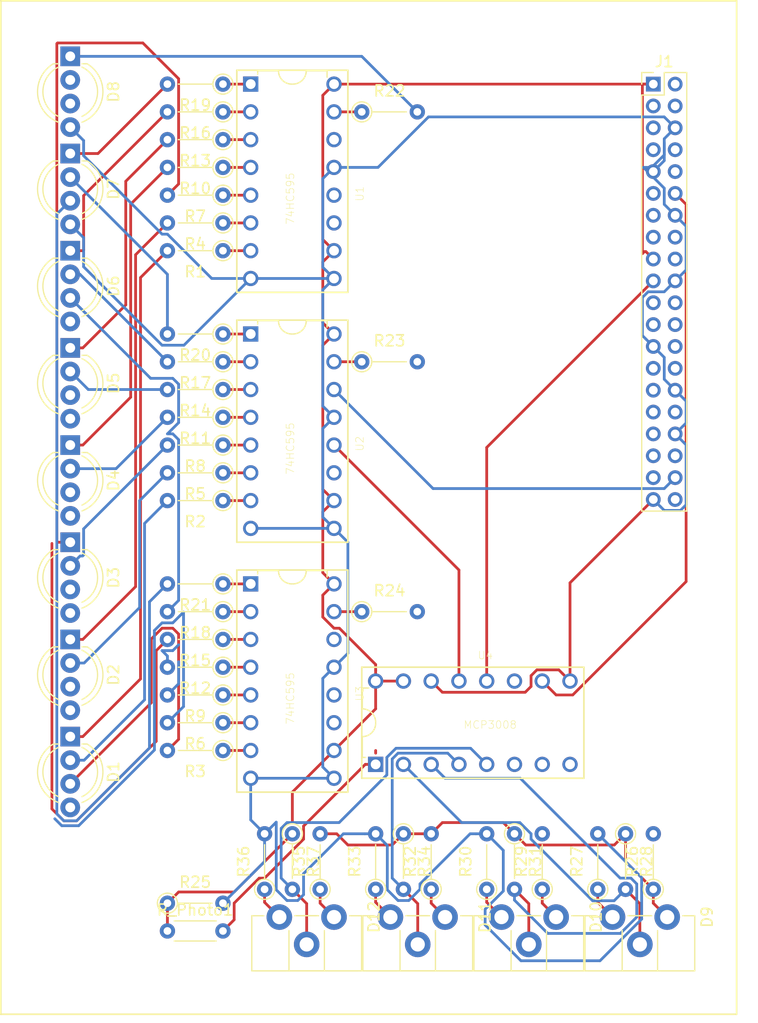
<source format=kicad_pcb>
(kicad_pcb (version 20171130) (host pcbnew "(5.1.4)-1")

  (general
    (thickness 1.6)
    (drawings 20)
    (tracks 381)
    (zones 0)
    (modules 55)
    (nets 121)
  )

  (page A4)
  (layers
    (0 F.Cu signal)
    (31 B.Cu signal)
    (32 B.Adhes user)
    (33 F.Adhes user)
    (34 B.Paste user)
    (35 F.Paste user)
    (36 B.SilkS user)
    (37 F.SilkS user)
    (38 B.Mask user)
    (39 F.Mask user)
    (40 Dwgs.User user)
    (41 Cmts.User user)
    (42 Eco1.User user hide)
    (43 Eco2.User user)
    (44 Edge.Cuts user)
    (45 Margin user)
    (46 B.CrtYd user)
    (47 F.CrtYd user)
    (48 B.Fab user)
    (49 F.Fab user)
  )

  (setup
    (last_trace_width 0.25)
    (trace_clearance 0.2)
    (zone_clearance 0.508)
    (zone_45_only no)
    (trace_min 0.2)
    (via_size 0.8)
    (via_drill 0.4)
    (via_min_size 0.4)
    (via_min_drill 0.3)
    (uvia_size 0.3)
    (uvia_drill 0.1)
    (uvias_allowed no)
    (uvia_min_size 0.2)
    (uvia_min_drill 0.1)
    (edge_width 0.1)
    (segment_width 0.2)
    (pcb_text_width 0.3)
    (pcb_text_size 1.5 1.5)
    (mod_edge_width 0.15)
    (mod_text_size 1 1)
    (mod_text_width 0.15)
    (pad_size 1.524 1.524)
    (pad_drill 0.762)
    (pad_to_mask_clearance 0)
    (aux_axis_origin 0 0)
    (visible_elements 7FFFFFFF)
    (pcbplotparams
      (layerselection 0x010fc_ffffffff)
      (usegerberextensions false)
      (usegerberattributes false)
      (usegerberadvancedattributes false)
      (creategerberjobfile false)
      (excludeedgelayer true)
      (linewidth 0.100000)
      (plotframeref false)
      (viasonmask false)
      (mode 1)
      (useauxorigin false)
      (hpglpennumber 1)
      (hpglpenspeed 20)
      (hpglpendiameter 15.000000)
      (psnegative false)
      (psa4output false)
      (plotreference true)
      (plotvalue true)
      (plotinvisibletext false)
      (padsonsilk false)
      (subtractmaskfromsilk false)
      (outputformat 1)
      (mirror false)
      (drillshape 1)
      (scaleselection 1)
      (outputdirectory ""))
  )

  (net 0 "")
  (net 1 "Net-(D1-Pad3)")
  (net 2 "Net-(D1-Pad2)")
  (net 3 "Net-(D1-Pad1)")
  (net 4 "Net-(D2-Pad1)")
  (net 5 "Net-(D2-Pad2)")
  (net 6 "Net-(D2-Pad3)")
  (net 7 "Net-(D3-Pad3)")
  (net 8 "Net-(D3-Pad2)")
  (net 9 "Net-(D3-Pad1)")
  (net 10 "Net-(D4-Pad1)")
  (net 11 "Net-(D4-Pad2)")
  (net 12 "Net-(D4-Pad3)")
  (net 13 "Net-(D5-Pad1)")
  (net 14 "Net-(D5-Pad2)")
  (net 15 "Net-(D5-Pad3)")
  (net 16 "Net-(D6-Pad1)")
  (net 17 "Net-(D6-Pad2)")
  (net 18 "Net-(D6-Pad3)")
  (net 19 "Net-(D7-Pad3)")
  (net 20 "Net-(D7-Pad2)")
  (net 21 "Net-(D7-Pad1)")
  (net 22 "Net-(D8-Pad3)")
  (net 23 "Net-(D8-Pad2)")
  (net 24 "Net-(D8-Pad1)")
  (net 25 "Net-(D9-Pad1)")
  (net 26 "Net-(D9-Pad3)")
  (net 27 "Net-(D10-Pad1)")
  (net 28 "Net-(D10-Pad3)")
  (net 29 "Net-(D11-Pad3)")
  (net 30 "Net-(D11-Pad1)")
  (net 31 "Net-(D12-Pad3)")
  (net 32 "Net-(D12-Pad1)")
  (net 33 "Net-(R1-Pad1)")
  (net 34 "Net-(R2-Pad1)")
  (net 35 "Net-(R3-Pad1)")
  (net 36 "Net-(R4-Pad1)")
  (net 37 "Net-(R5-Pad1)")
  (net 38 "Net-(R10-Pad1)")
  (net 39 "Net-(R7-Pad1)")
  (net 40 "Net-(R8-Pad1)")
  (net 41 "Net-(R9-Pad1)")
  (net 42 "Net-(R11-Pad1)")
  (net 43 "Net-(R12-Pad1)")
  (net 44 "Net-(R13-Pad1)")
  (net 45 "Net-(R14-Pad1)")
  (net 46 "Net-(R15-Pad1)")
  (net 47 "Net-(R16-Pad1)")
  (net 48 "Net-(R17-Pad1)")
  (net 49 "Net-(R18-Pad1)")
  (net 50 "Net-(R19-Pad1)")
  (net 51 "Net-(R20-Pad1)")
  (net 52 "Net-(R21-Pad1)")
  (net 53 "Net-(R22-Pad1)")
  (net 54 "Net-(R23-Pad1)")
  (net 55 "Net-(R24-Pad1)")
  (net 56 /GND)
  (net 57 /ADC_CH1)
  (net 58 /ADC_CH2)
  (net 59 /ADC_CH3)
  (net 60 /ADC_CH4)
  (net 61 /3.3V)
  (net 62 /5V)
  (net 63 /GPIO2)
  (net 64 /GPIO3)
  (net 65 /GPIO04)
  (net 66 /GPIO14)
  (net 67 /GPIO15)
  (net 68 /GPIO17)
  (net 69 /GPIO18)
  (net 70 /GPIO27)
  (net 71 /GPIO22)
  (net 72 /GPIO23)
  (net 73 /GPIO24)
  (net 74 /GPIO10)
  (net 75 /GPIO9)
  (net 76 /GPIO25)
  (net 77 /GPIO11)
  (net 78 /GPIO8)
  (net 79 /GPIO7)
  (net 80 /ID_SD)
  (net 81 /ID_SC)
  (net 82 /GPIO5)
  (net 83 /GPIO6)
  (net 84 /GPIO12)
  (net 85 /GPIO13)
  (net 86 /GPIO19)
  (net 87 /GPIO16)
  (net 88 /GPIO26)
  (net 89 /GPIO20)
  (net 90 /GPIO21)
  (net 91 /U1_QA)
  (net 92 /U2_QA)
  (net 93 /U3_QA)
  (net 94 /U1_QB)
  (net 95 /U2_QB)
  (net 96 /U3_QB)
  (net 97 /U1_QC)
  (net 98 /U2_QC)
  (net 99 /U3_QC)
  (net 100 /U1_QD)
  (net 101 /U2_QD)
  (net 102 /U3_QD)
  (net 103 /U1_QE)
  (net 104 /U2_QE)
  (net 105 /U3_QE)
  (net 106 /U1_QF)
  (net 107 /U2_QF)
  (net 108 /U3_QF)
  (net 109 /U1_QG)
  (net 110 /U2_QG)
  (net 111 /U3_QG)
  (net 112 /U1_QH)
  (net 113 /U2_QH)
  (net 114 /U3_QH)
  (net 115 "Net-(R29-Pad2)")
  (net 116 /ADC_CH0)
  (net 117 /GPIO09)
  (net 118 "Net-(U4-Pad8)")
  (net 119 "Net-(U4-Pad7)")
  (net 120 "Net-(U4-Pad6)")

  (net_class Default "This is the default net class."
    (clearance 0.2)
    (trace_width 0.25)
    (via_dia 0.8)
    (via_drill 0.4)
    (uvia_dia 0.3)
    (uvia_drill 0.1)
    (add_net /3.3V)
    (add_net /5V)
    (add_net /ADC_CH0)
    (add_net /ADC_CH1)
    (add_net /ADC_CH2)
    (add_net /ADC_CH3)
    (add_net /ADC_CH4)
    (add_net /GND)
    (add_net /GPIO04)
    (add_net /GPIO09)
    (add_net /GPIO10)
    (add_net /GPIO11)
    (add_net /GPIO12)
    (add_net /GPIO13)
    (add_net /GPIO14)
    (add_net /GPIO15)
    (add_net /GPIO16)
    (add_net /GPIO17)
    (add_net /GPIO18)
    (add_net /GPIO19)
    (add_net /GPIO2)
    (add_net /GPIO20)
    (add_net /GPIO21)
    (add_net /GPIO22)
    (add_net /GPIO23)
    (add_net /GPIO24)
    (add_net /GPIO25)
    (add_net /GPIO26)
    (add_net /GPIO27)
    (add_net /GPIO3)
    (add_net /GPIO5)
    (add_net /GPIO6)
    (add_net /GPIO7)
    (add_net /GPIO8)
    (add_net /GPIO9)
    (add_net /ID_SC)
    (add_net /ID_SD)
    (add_net /U1_QA)
    (add_net /U1_QB)
    (add_net /U1_QC)
    (add_net /U1_QD)
    (add_net /U1_QE)
    (add_net /U1_QF)
    (add_net /U1_QG)
    (add_net /U1_QH)
    (add_net /U2_QA)
    (add_net /U2_QB)
    (add_net /U2_QC)
    (add_net /U2_QD)
    (add_net /U2_QE)
    (add_net /U2_QF)
    (add_net /U2_QG)
    (add_net /U2_QH)
    (add_net /U3_QA)
    (add_net /U3_QB)
    (add_net /U3_QC)
    (add_net /U3_QD)
    (add_net /U3_QE)
    (add_net /U3_QF)
    (add_net /U3_QG)
    (add_net /U3_QH)
    (add_net "Net-(D1-Pad1)")
    (add_net "Net-(D1-Pad2)")
    (add_net "Net-(D1-Pad3)")
    (add_net "Net-(D10-Pad1)")
    (add_net "Net-(D10-Pad3)")
    (add_net "Net-(D11-Pad1)")
    (add_net "Net-(D11-Pad3)")
    (add_net "Net-(D12-Pad1)")
    (add_net "Net-(D12-Pad3)")
    (add_net "Net-(D2-Pad1)")
    (add_net "Net-(D2-Pad2)")
    (add_net "Net-(D2-Pad3)")
    (add_net "Net-(D3-Pad1)")
    (add_net "Net-(D3-Pad2)")
    (add_net "Net-(D3-Pad3)")
    (add_net "Net-(D4-Pad1)")
    (add_net "Net-(D4-Pad2)")
    (add_net "Net-(D4-Pad3)")
    (add_net "Net-(D5-Pad1)")
    (add_net "Net-(D5-Pad2)")
    (add_net "Net-(D5-Pad3)")
    (add_net "Net-(D6-Pad1)")
    (add_net "Net-(D6-Pad2)")
    (add_net "Net-(D6-Pad3)")
    (add_net "Net-(D7-Pad1)")
    (add_net "Net-(D7-Pad2)")
    (add_net "Net-(D7-Pad3)")
    (add_net "Net-(D8-Pad1)")
    (add_net "Net-(D8-Pad2)")
    (add_net "Net-(D8-Pad3)")
    (add_net "Net-(D9-Pad1)")
    (add_net "Net-(D9-Pad3)")
    (add_net "Net-(R1-Pad1)")
    (add_net "Net-(R10-Pad1)")
    (add_net "Net-(R11-Pad1)")
    (add_net "Net-(R12-Pad1)")
    (add_net "Net-(R13-Pad1)")
    (add_net "Net-(R14-Pad1)")
    (add_net "Net-(R15-Pad1)")
    (add_net "Net-(R16-Pad1)")
    (add_net "Net-(R17-Pad1)")
    (add_net "Net-(R18-Pad1)")
    (add_net "Net-(R19-Pad1)")
    (add_net "Net-(R2-Pad1)")
    (add_net "Net-(R20-Pad1)")
    (add_net "Net-(R21-Pad1)")
    (add_net "Net-(R22-Pad1)")
    (add_net "Net-(R23-Pad1)")
    (add_net "Net-(R24-Pad1)")
    (add_net "Net-(R29-Pad2)")
    (add_net "Net-(R3-Pad1)")
    (add_net "Net-(R4-Pad1)")
    (add_net "Net-(R5-Pad1)")
    (add_net "Net-(R7-Pad1)")
    (add_net "Net-(R8-Pad1)")
    (add_net "Net-(R9-Pad1)")
    (add_net "Net-(U4-Pad6)")
    (add_net "Net-(U4-Pad7)")
    (add_net "Net-(U4-Pad8)")
  )

  (module LED_THT:LED_D5.0mm-4_RGB_Wide_Pins (layer F.Cu) (tedit 5B74F76E) (tstamp 5DF48D01)
    (at 172.72 86.36 270)
    (descr "LED, diameter 5.0mm, 2 pins, diameter 5.0mm, 3 pins, diameter 5.0mm, 4 pins, http://www.kingbright.com/attachments/file/psearch/000/00/00/L-154A4SUREQBFZGEW(Ver.9A).pdf")
    (tags "LED diameter 5.0mm 2 pins diameter 5.0mm 3 pins diameter 5.0mm 4 pins RGB RGBLED")
    (path /5DF2473C)
    (fp_text reference D4 (at 3.2385 -3.96 90) (layer F.SilkS)
      (effects (font (size 1 1) (thickness 0.15)))
    )
    (fp_text value LED_RGBA (at 3.2385 3.96 90) (layer F.Fab)
      (effects (font (size 1 1) (thickness 0.15)))
    )
    (fp_text user %R (at 3.2385 -3.96 90) (layer F.Fab)
      (effects (font (size 1 1) (thickness 0.15)))
    )
    (fp_line (start 7.56 -3.25) (end -1.08 -3.25) (layer F.CrtYd) (width 0.05))
    (fp_line (start 7.56 3.25) (end 7.56 -3.25) (layer F.CrtYd) (width 0.05))
    (fp_line (start -1.08 3.25) (end 7.56 3.25) (layer F.CrtYd) (width 0.05))
    (fp_line (start -1.08 -3.25) (end -1.08 3.25) (layer F.CrtYd) (width 0.05))
    (fp_line (start 0.6785 1.08) (end 0.6785 1.545) (layer F.SilkS) (width 0.12))
    (fp_line (start 0.6785 -1.545) (end 0.6785 -1.08) (layer F.SilkS) (width 0.12))
    (fp_line (start 0.7385 -1.469694) (end 0.7385 1.469694) (layer F.Fab) (width 0.1))
    (fp_circle (center 3.2385 0) (end 5.7385 0) (layer F.Fab) (width 0.1))
    (fp_arc (start 3.2385 0) (end 0.983816 1.08) (angle -128.8) (layer F.SilkS) (width 0.12))
    (fp_arc (start 3.2385 0) (end 0.983816 -1.08) (angle 128.8) (layer F.SilkS) (width 0.12))
    (fp_arc (start 3.2385 0) (end 0.6785 1.54483) (angle -127.7) (layer F.SilkS) (width 0.12))
    (fp_arc (start 3.2385 0) (end 0.6785 -1.54483) (angle 127.7) (layer F.SilkS) (width 0.12))
    (fp_arc (start 3.2385 0) (end 0.7385 -1.469694) (angle 299.1) (layer F.Fab) (width 0.1))
    (pad 4 thru_hole circle (at 6.477 0 270) (size 1.8 1.8) (drill 0.9) (layers *.Cu *.Mask)
      (net 56 /GND))
    (pad 3 thru_hole circle (at 4.318 0 270) (size 1.8 1.8) (drill 0.9) (layers *.Cu *.Mask)
      (net 12 "Net-(D4-Pad3)"))
    (pad 2 thru_hole circle (at 2.159 0 270) (size 1.8 1.8) (drill 0.9) (layers *.Cu *.Mask)
      (net 11 "Net-(D4-Pad2)"))
    (pad 1 thru_hole rect (at 0 0 270) (size 1.8 1.8) (drill 0.9) (layers *.Cu *.Mask)
      (net 10 "Net-(D4-Pad1)"))
    (model ${KISYS3DMOD}/LED_THT.3dshapes/LED_D5.0mm-4_RGB_Wide_Pins.wrl
      (at (xyz 0 0 0))
      (scale (xyz 1 1 1))
      (rotate (xyz 0 0 0))
    )
  )

  (module LED_THT:LED_D5.0mm-4_RGB_Wide_Pins (layer F.Cu) (tedit 5B74F76E) (tstamp 5DF48CBF)
    (at 172.72 113.03 270)
    (descr "LED, diameter 5.0mm, 2 pins, diameter 5.0mm, 3 pins, diameter 5.0mm, 4 pins, http://www.kingbright.com/attachments/file/psearch/000/00/00/L-154A4SUREQBFZGEW(Ver.9A).pdf")
    (tags "LED diameter 5.0mm 2 pins diameter 5.0mm 3 pins diameter 5.0mm 4 pins RGB RGBLED")
    (path /5DE14958)
    (fp_text reference D1 (at 3.2385 -3.96 90) (layer F.SilkS)
      (effects (font (size 1 1) (thickness 0.15)))
    )
    (fp_text value LED_RGBA (at 3.2385 3.96 90) (layer F.Fab)
      (effects (font (size 1 1) (thickness 0.15)))
    )
    (fp_text user %R (at 3.2385 -3.96 90) (layer F.Fab)
      (effects (font (size 1 1) (thickness 0.15)))
    )
    (fp_line (start 7.56 -3.25) (end -1.08 -3.25) (layer F.CrtYd) (width 0.05))
    (fp_line (start 7.56 3.25) (end 7.56 -3.25) (layer F.CrtYd) (width 0.05))
    (fp_line (start -1.08 3.25) (end 7.56 3.25) (layer F.CrtYd) (width 0.05))
    (fp_line (start -1.08 -3.25) (end -1.08 3.25) (layer F.CrtYd) (width 0.05))
    (fp_line (start 0.6785 1.08) (end 0.6785 1.545) (layer F.SilkS) (width 0.12))
    (fp_line (start 0.6785 -1.545) (end 0.6785 -1.08) (layer F.SilkS) (width 0.12))
    (fp_line (start 0.7385 -1.469694) (end 0.7385 1.469694) (layer F.Fab) (width 0.1))
    (fp_circle (center 3.2385 0) (end 5.7385 0) (layer F.Fab) (width 0.1))
    (fp_arc (start 3.2385 0) (end 0.983816 1.08) (angle -128.8) (layer F.SilkS) (width 0.12))
    (fp_arc (start 3.2385 0) (end 0.983816 -1.08) (angle 128.8) (layer F.SilkS) (width 0.12))
    (fp_arc (start 3.2385 0) (end 0.6785 1.54483) (angle -127.7) (layer F.SilkS) (width 0.12))
    (fp_arc (start 3.2385 0) (end 0.6785 -1.54483) (angle 127.7) (layer F.SilkS) (width 0.12))
    (fp_arc (start 3.2385 0) (end 0.7385 -1.469694) (angle 299.1) (layer F.Fab) (width 0.1))
    (pad 4 thru_hole circle (at 6.477 0 270) (size 1.8 1.8) (drill 0.9) (layers *.Cu *.Mask)
      (net 56 /GND))
    (pad 3 thru_hole circle (at 4.318 0 270) (size 1.8 1.8) (drill 0.9) (layers *.Cu *.Mask)
      (net 1 "Net-(D1-Pad3)"))
    (pad 2 thru_hole circle (at 2.159 0 270) (size 1.8 1.8) (drill 0.9) (layers *.Cu *.Mask)
      (net 2 "Net-(D1-Pad2)"))
    (pad 1 thru_hole rect (at 0 0 270) (size 1.8 1.8) (drill 0.9) (layers *.Cu *.Mask)
      (net 3 "Net-(D1-Pad1)"))
    (model ${KISYS3DMOD}/LED_THT.3dshapes/LED_D5.0mm-4_RGB_Wide_Pins.wrl
      (at (xyz 0 0 0))
      (scale (xyz 1 1 1))
      (rotate (xyz 0 0 0))
    )
  )

  (module LED_THT:LED_D5.0mm-4_RGB_Wide_Pins (layer F.Cu) (tedit 5B74F76E) (tstamp 5DF48CD5)
    (at 172.72 104.14 270)
    (descr "LED, diameter 5.0mm, 2 pins, diameter 5.0mm, 3 pins, diameter 5.0mm, 4 pins, http://www.kingbright.com/attachments/file/psearch/000/00/00/L-154A4SUREQBFZGEW(Ver.9A).pdf")
    (tags "LED diameter 5.0mm 2 pins diameter 5.0mm 3 pins diameter 5.0mm 4 pins RGB RGBLED")
    (path /5DE16FF0)
    (fp_text reference D2 (at 3.2385 -3.96 90) (layer F.SilkS)
      (effects (font (size 1 1) (thickness 0.15)))
    )
    (fp_text value LED_RGBA (at 3.2385 3.96 90) (layer F.Fab)
      (effects (font (size 1 1) (thickness 0.15)))
    )
    (fp_text user %R (at 3.2385 -3.96 90) (layer F.Fab)
      (effects (font (size 1 1) (thickness 0.15)))
    )
    (fp_line (start 7.56 -3.25) (end -1.08 -3.25) (layer F.CrtYd) (width 0.05))
    (fp_line (start 7.56 3.25) (end 7.56 -3.25) (layer F.CrtYd) (width 0.05))
    (fp_line (start -1.08 3.25) (end 7.56 3.25) (layer F.CrtYd) (width 0.05))
    (fp_line (start -1.08 -3.25) (end -1.08 3.25) (layer F.CrtYd) (width 0.05))
    (fp_line (start 0.6785 1.08) (end 0.6785 1.545) (layer F.SilkS) (width 0.12))
    (fp_line (start 0.6785 -1.545) (end 0.6785 -1.08) (layer F.SilkS) (width 0.12))
    (fp_line (start 0.7385 -1.469694) (end 0.7385 1.469694) (layer F.Fab) (width 0.1))
    (fp_circle (center 3.2385 0) (end 5.7385 0) (layer F.Fab) (width 0.1))
    (fp_arc (start 3.2385 0) (end 0.983816 1.08) (angle -128.8) (layer F.SilkS) (width 0.12))
    (fp_arc (start 3.2385 0) (end 0.983816 -1.08) (angle 128.8) (layer F.SilkS) (width 0.12))
    (fp_arc (start 3.2385 0) (end 0.6785 1.54483) (angle -127.7) (layer F.SilkS) (width 0.12))
    (fp_arc (start 3.2385 0) (end 0.6785 -1.54483) (angle 127.7) (layer F.SilkS) (width 0.12))
    (fp_arc (start 3.2385 0) (end 0.7385 -1.469694) (angle 299.1) (layer F.Fab) (width 0.1))
    (pad 4 thru_hole circle (at 6.477 0 270) (size 1.8 1.8) (drill 0.9) (layers *.Cu *.Mask)
      (net 56 /GND))
    (pad 3 thru_hole circle (at 4.318 0 270) (size 1.8 1.8) (drill 0.9) (layers *.Cu *.Mask)
      (net 6 "Net-(D2-Pad3)"))
    (pad 2 thru_hole circle (at 2.159 0 270) (size 1.8 1.8) (drill 0.9) (layers *.Cu *.Mask)
      (net 5 "Net-(D2-Pad2)"))
    (pad 1 thru_hole rect (at 0 0 270) (size 1.8 1.8) (drill 0.9) (layers *.Cu *.Mask)
      (net 4 "Net-(D2-Pad1)"))
    (model ${KISYS3DMOD}/LED_THT.3dshapes/LED_D5.0mm-4_RGB_Wide_Pins.wrl
      (at (xyz 0 0 0))
      (scale (xyz 1 1 1))
      (rotate (xyz 0 0 0))
    )
  )

  (module LED_THT:LED_D5.0mm-4_RGB_Wide_Pins (layer F.Cu) (tedit 5B74F76E) (tstamp 5DF48CEB)
    (at 172.72 95.25 270)
    (descr "LED, diameter 5.0mm, 2 pins, diameter 5.0mm, 3 pins, diameter 5.0mm, 4 pins, http://www.kingbright.com/attachments/file/psearch/000/00/00/L-154A4SUREQBFZGEW(Ver.9A).pdf")
    (tags "LED diameter 5.0mm 2 pins diameter 5.0mm 3 pins diameter 5.0mm 4 pins RGB RGBLED")
    (path /5DF16F3D)
    (fp_text reference D3 (at 3.2385 -3.96 90) (layer F.SilkS)
      (effects (font (size 1 1) (thickness 0.15)))
    )
    (fp_text value LED_RGBA (at 3.2385 3.96 90) (layer F.Fab)
      (effects (font (size 1 1) (thickness 0.15)))
    )
    (fp_arc (start 3.2385 0) (end 0.7385 -1.469694) (angle 299.1) (layer F.Fab) (width 0.1))
    (fp_arc (start 3.2385 0) (end 0.6785 -1.54483) (angle 127.7) (layer F.SilkS) (width 0.12))
    (fp_arc (start 3.2385 0) (end 0.6785 1.54483) (angle -127.7) (layer F.SilkS) (width 0.12))
    (fp_arc (start 3.2385 0) (end 0.983816 -1.08) (angle 128.8) (layer F.SilkS) (width 0.12))
    (fp_arc (start 3.2385 0) (end 0.983816 1.08) (angle -128.8) (layer F.SilkS) (width 0.12))
    (fp_circle (center 3.2385 0) (end 5.7385 0) (layer F.Fab) (width 0.1))
    (fp_line (start 0.7385 -1.469694) (end 0.7385 1.469694) (layer F.Fab) (width 0.1))
    (fp_line (start 0.6785 -1.545) (end 0.6785 -1.08) (layer F.SilkS) (width 0.12))
    (fp_line (start 0.6785 1.08) (end 0.6785 1.545) (layer F.SilkS) (width 0.12))
    (fp_line (start -1.08 -3.25) (end -1.08 3.25) (layer F.CrtYd) (width 0.05))
    (fp_line (start -1.08 3.25) (end 7.56 3.25) (layer F.CrtYd) (width 0.05))
    (fp_line (start 7.56 3.25) (end 7.56 -3.25) (layer F.CrtYd) (width 0.05))
    (fp_line (start 7.56 -3.25) (end -1.08 -3.25) (layer F.CrtYd) (width 0.05))
    (fp_text user %R (at 3.2385 -3.96 90) (layer F.Fab)
      (effects (font (size 1 1) (thickness 0.15)))
    )
    (pad 1 thru_hole rect (at 0 0 270) (size 1.8 1.8) (drill 0.9) (layers *.Cu *.Mask)
      (net 9 "Net-(D3-Pad1)"))
    (pad 2 thru_hole circle (at 2.159 0 270) (size 1.8 1.8) (drill 0.9) (layers *.Cu *.Mask)
      (net 8 "Net-(D3-Pad2)"))
    (pad 3 thru_hole circle (at 4.318 0 270) (size 1.8 1.8) (drill 0.9) (layers *.Cu *.Mask)
      (net 7 "Net-(D3-Pad3)"))
    (pad 4 thru_hole circle (at 6.477 0 270) (size 1.8 1.8) (drill 0.9) (layers *.Cu *.Mask)
      (net 56 /GND))
    (model ${KISYS3DMOD}/LED_THT.3dshapes/LED_D5.0mm-4_RGB_Wide_Pins.wrl
      (at (xyz 0 0 0))
      (scale (xyz 1 1 1))
      (rotate (xyz 0 0 0))
    )
  )

  (module LED_THT:LED_D5.0mm-4_RGB_Wide_Pins (layer F.Cu) (tedit 5B74F76E) (tstamp 5DF48D17)
    (at 172.72 77.47 270)
    (descr "LED, diameter 5.0mm, 2 pins, diameter 5.0mm, 3 pins, diameter 5.0mm, 4 pins, http://www.kingbright.com/attachments/file/psearch/000/00/00/L-154A4SUREQBFZGEW(Ver.9A).pdf")
    (tags "LED diameter 5.0mm 2 pins diameter 5.0mm 3 pins diameter 5.0mm 4 pins RGB RGBLED")
    (path /5DF24712)
    (fp_text reference D5 (at 3.2385 -3.96 90) (layer F.SilkS)
      (effects (font (size 1 1) (thickness 0.15)))
    )
    (fp_text value LED_RGBA (at 3.2385 3.96 90) (layer F.Fab)
      (effects (font (size 1 1) (thickness 0.15)))
    )
    (fp_text user %R (at 3.2385 -3.96 90) (layer F.Fab)
      (effects (font (size 1 1) (thickness 0.15)))
    )
    (fp_line (start 7.56 -3.25) (end -1.08 -3.25) (layer F.CrtYd) (width 0.05))
    (fp_line (start 7.56 3.25) (end 7.56 -3.25) (layer F.CrtYd) (width 0.05))
    (fp_line (start -1.08 3.25) (end 7.56 3.25) (layer F.CrtYd) (width 0.05))
    (fp_line (start -1.08 -3.25) (end -1.08 3.25) (layer F.CrtYd) (width 0.05))
    (fp_line (start 0.6785 1.08) (end 0.6785 1.545) (layer F.SilkS) (width 0.12))
    (fp_line (start 0.6785 -1.545) (end 0.6785 -1.08) (layer F.SilkS) (width 0.12))
    (fp_line (start 0.7385 -1.469694) (end 0.7385 1.469694) (layer F.Fab) (width 0.1))
    (fp_circle (center 3.2385 0) (end 5.7385 0) (layer F.Fab) (width 0.1))
    (fp_arc (start 3.2385 0) (end 0.983816 1.08) (angle -128.8) (layer F.SilkS) (width 0.12))
    (fp_arc (start 3.2385 0) (end 0.983816 -1.08) (angle 128.8) (layer F.SilkS) (width 0.12))
    (fp_arc (start 3.2385 0) (end 0.6785 1.54483) (angle -127.7) (layer F.SilkS) (width 0.12))
    (fp_arc (start 3.2385 0) (end 0.6785 -1.54483) (angle 127.7) (layer F.SilkS) (width 0.12))
    (fp_arc (start 3.2385 0) (end 0.7385 -1.469694) (angle 299.1) (layer F.Fab) (width 0.1))
    (pad 4 thru_hole circle (at 6.477 0 270) (size 1.8 1.8) (drill 0.9) (layers *.Cu *.Mask)
      (net 56 /GND))
    (pad 3 thru_hole circle (at 4.318 0 270) (size 1.8 1.8) (drill 0.9) (layers *.Cu *.Mask)
      (net 15 "Net-(D5-Pad3)"))
    (pad 2 thru_hole circle (at 2.159 0 270) (size 1.8 1.8) (drill 0.9) (layers *.Cu *.Mask)
      (net 14 "Net-(D5-Pad2)"))
    (pad 1 thru_hole rect (at 0 0 270) (size 1.8 1.8) (drill 0.9) (layers *.Cu *.Mask)
      (net 13 "Net-(D5-Pad1)"))
    (model ${KISYS3DMOD}/LED_THT.3dshapes/LED_D5.0mm-4_RGB_Wide_Pins.wrl
      (at (xyz 0 0 0))
      (scale (xyz 1 1 1))
      (rotate (xyz 0 0 0))
    )
  )

  (module LED_THT:LED_D5.0mm-4_RGB_Wide_Pins (layer F.Cu) (tedit 5B74F76E) (tstamp 5DF48D2D)
    (at 172.72 68.58 270)
    (descr "LED, diameter 5.0mm, 2 pins, diameter 5.0mm, 3 pins, diameter 5.0mm, 4 pins, http://www.kingbright.com/attachments/file/psearch/000/00/00/L-154A4SUREQBFZGEW(Ver.9A).pdf")
    (tags "LED diameter 5.0mm 2 pins diameter 5.0mm 3 pins diameter 5.0mm 4 pins RGB RGBLED")
    (path /5DF24757)
    (fp_text reference D6 (at 3.2385 -3.96 90) (layer F.SilkS)
      (effects (font (size 1 1) (thickness 0.15)))
    )
    (fp_text value LED_RGBA (at 3.2385 3.96 90) (layer F.Fab)
      (effects (font (size 1 1) (thickness 0.15)))
    )
    (fp_text user %R (at 3.2385 -3.96 90) (layer F.Fab)
      (effects (font (size 1 1) (thickness 0.15)))
    )
    (fp_line (start 7.56 -3.25) (end -1.08 -3.25) (layer F.CrtYd) (width 0.05))
    (fp_line (start 7.56 3.25) (end 7.56 -3.25) (layer F.CrtYd) (width 0.05))
    (fp_line (start -1.08 3.25) (end 7.56 3.25) (layer F.CrtYd) (width 0.05))
    (fp_line (start -1.08 -3.25) (end -1.08 3.25) (layer F.CrtYd) (width 0.05))
    (fp_line (start 0.6785 1.08) (end 0.6785 1.545) (layer F.SilkS) (width 0.12))
    (fp_line (start 0.6785 -1.545) (end 0.6785 -1.08) (layer F.SilkS) (width 0.12))
    (fp_line (start 0.7385 -1.469694) (end 0.7385 1.469694) (layer F.Fab) (width 0.1))
    (fp_circle (center 3.2385 0) (end 5.7385 0) (layer F.Fab) (width 0.1))
    (fp_arc (start 3.2385 0) (end 0.983816 1.08) (angle -128.8) (layer F.SilkS) (width 0.12))
    (fp_arc (start 3.2385 0) (end 0.983816 -1.08) (angle 128.8) (layer F.SilkS) (width 0.12))
    (fp_arc (start 3.2385 0) (end 0.6785 1.54483) (angle -127.7) (layer F.SilkS) (width 0.12))
    (fp_arc (start 3.2385 0) (end 0.6785 -1.54483) (angle 127.7) (layer F.SilkS) (width 0.12))
    (fp_arc (start 3.2385 0) (end 0.7385 -1.469694) (angle 299.1) (layer F.Fab) (width 0.1))
    (pad 4 thru_hole circle (at 6.477 0 270) (size 1.8 1.8) (drill 0.9) (layers *.Cu *.Mask)
      (net 56 /GND))
    (pad 3 thru_hole circle (at 4.318 0 270) (size 1.8 1.8) (drill 0.9) (layers *.Cu *.Mask)
      (net 18 "Net-(D6-Pad3)"))
    (pad 2 thru_hole circle (at 2.159 0 270) (size 1.8 1.8) (drill 0.9) (layers *.Cu *.Mask)
      (net 17 "Net-(D6-Pad2)"))
    (pad 1 thru_hole rect (at 0 0 270) (size 1.8 1.8) (drill 0.9) (layers *.Cu *.Mask)
      (net 16 "Net-(D6-Pad1)"))
    (model ${KISYS3DMOD}/LED_THT.3dshapes/LED_D5.0mm-4_RGB_Wide_Pins.wrl
      (at (xyz 0 0 0))
      (scale (xyz 1 1 1))
      (rotate (xyz 0 0 0))
    )
  )

  (module LED_THT:LED_D5.0mm-4_RGB_Wide_Pins (layer F.Cu) (tedit 5B74F76E) (tstamp 5DF48D43)
    (at 172.72 59.69 270)
    (descr "LED, diameter 5.0mm, 2 pins, diameter 5.0mm, 3 pins, diameter 5.0mm, 4 pins, http://www.kingbright.com/attachments/file/psearch/000/00/00/L-154A4SUREQBFZGEW(Ver.9A).pdf")
    (tags "LED diameter 5.0mm 2 pins diameter 5.0mm 3 pins diameter 5.0mm 4 pins RGB RGBLED")
    (path /5DF29A81)
    (fp_text reference D7 (at 3.2385 -3.96 90) (layer F.SilkS)
      (effects (font (size 1 1) (thickness 0.15)))
    )
    (fp_text value LED_RGBA (at 3.2385 3.96 90) (layer F.Fab)
      (effects (font (size 1 1) (thickness 0.15)))
    )
    (fp_arc (start 3.2385 0) (end 0.7385 -1.469694) (angle 299.1) (layer F.Fab) (width 0.1))
    (fp_arc (start 3.2385 0) (end 0.6785 -1.54483) (angle 127.7) (layer F.SilkS) (width 0.12))
    (fp_arc (start 3.2385 0) (end 0.6785 1.54483) (angle -127.7) (layer F.SilkS) (width 0.12))
    (fp_arc (start 3.2385 0) (end 0.983816 -1.08) (angle 128.8) (layer F.SilkS) (width 0.12))
    (fp_arc (start 3.2385 0) (end 0.983816 1.08) (angle -128.8) (layer F.SilkS) (width 0.12))
    (fp_circle (center 3.2385 0) (end 5.7385 0) (layer F.Fab) (width 0.1))
    (fp_line (start 0.7385 -1.469694) (end 0.7385 1.469694) (layer F.Fab) (width 0.1))
    (fp_line (start 0.6785 -1.545) (end 0.6785 -1.08) (layer F.SilkS) (width 0.12))
    (fp_line (start 0.6785 1.08) (end 0.6785 1.545) (layer F.SilkS) (width 0.12))
    (fp_line (start -1.08 -3.25) (end -1.08 3.25) (layer F.CrtYd) (width 0.05))
    (fp_line (start -1.08 3.25) (end 7.56 3.25) (layer F.CrtYd) (width 0.05))
    (fp_line (start 7.56 3.25) (end 7.56 -3.25) (layer F.CrtYd) (width 0.05))
    (fp_line (start 7.56 -3.25) (end -1.08 -3.25) (layer F.CrtYd) (width 0.05))
    (fp_text user %R (at 3.2385 -3.96 90) (layer F.Fab)
      (effects (font (size 1 1) (thickness 0.15)))
    )
    (pad 1 thru_hole rect (at 0 0 270) (size 1.8 1.8) (drill 0.9) (layers *.Cu *.Mask)
      (net 21 "Net-(D7-Pad1)"))
    (pad 2 thru_hole circle (at 2.159 0 270) (size 1.8 1.8) (drill 0.9) (layers *.Cu *.Mask)
      (net 20 "Net-(D7-Pad2)"))
    (pad 3 thru_hole circle (at 4.318 0 270) (size 1.8 1.8) (drill 0.9) (layers *.Cu *.Mask)
      (net 19 "Net-(D7-Pad3)"))
    (pad 4 thru_hole circle (at 6.477 0 270) (size 1.8 1.8) (drill 0.9) (layers *.Cu *.Mask)
      (net 56 /GND))
    (model ${KISYS3DMOD}/LED_THT.3dshapes/LED_D5.0mm-4_RGB_Wide_Pins.wrl
      (at (xyz 0 0 0))
      (scale (xyz 1 1 1))
      (rotate (xyz 0 0 0))
    )
  )

  (module LED_THT:LED_D5.0mm-4_RGB_Wide_Pins (layer F.Cu) (tedit 5B74F76E) (tstamp 5DF48D59)
    (at 172.72 50.8 270)
    (descr "LED, diameter 5.0mm, 2 pins, diameter 5.0mm, 3 pins, diameter 5.0mm, 4 pins, http://www.kingbright.com/attachments/file/psearch/000/00/00/L-154A4SUREQBFZGEW(Ver.9A).pdf")
    (tags "LED diameter 5.0mm 2 pins diameter 5.0mm 3 pins diameter 5.0mm 4 pins RGB RGBLED")
    (path /5DF29AAB)
    (fp_text reference D8 (at 3.2385 -3.96 90) (layer F.SilkS)
      (effects (font (size 1 1) (thickness 0.15)))
    )
    (fp_text value LED_RGBA (at 3.2385 3.96 90) (layer F.Fab)
      (effects (font (size 1 1) (thickness 0.15)))
    )
    (fp_arc (start 3.2385 0) (end 0.7385 -1.469694) (angle 299.1) (layer F.Fab) (width 0.1))
    (fp_arc (start 3.2385 0) (end 0.6785 -1.54483) (angle 127.7) (layer F.SilkS) (width 0.12))
    (fp_arc (start 3.2385 0) (end 0.6785 1.54483) (angle -127.7) (layer F.SilkS) (width 0.12))
    (fp_arc (start 3.2385 0) (end 0.983816 -1.08) (angle 128.8) (layer F.SilkS) (width 0.12))
    (fp_arc (start 3.2385 0) (end 0.983816 1.08) (angle -128.8) (layer F.SilkS) (width 0.12))
    (fp_circle (center 3.2385 0) (end 5.7385 0) (layer F.Fab) (width 0.1))
    (fp_line (start 0.7385 -1.469694) (end 0.7385 1.469694) (layer F.Fab) (width 0.1))
    (fp_line (start 0.6785 -1.545) (end 0.6785 -1.08) (layer F.SilkS) (width 0.12))
    (fp_line (start 0.6785 1.08) (end 0.6785 1.545) (layer F.SilkS) (width 0.12))
    (fp_line (start -1.08 -3.25) (end -1.08 3.25) (layer F.CrtYd) (width 0.05))
    (fp_line (start -1.08 3.25) (end 7.56 3.25) (layer F.CrtYd) (width 0.05))
    (fp_line (start 7.56 3.25) (end 7.56 -3.25) (layer F.CrtYd) (width 0.05))
    (fp_line (start 7.56 -3.25) (end -1.08 -3.25) (layer F.CrtYd) (width 0.05))
    (fp_text user %R (at 3.2385 -3.96 90) (layer F.Fab)
      (effects (font (size 1 1) (thickness 0.15)))
    )
    (pad 1 thru_hole rect (at 0 0 270) (size 1.8 1.8) (drill 0.9) (layers *.Cu *.Mask)
      (net 24 "Net-(D8-Pad1)"))
    (pad 2 thru_hole circle (at 2.159 0 270) (size 1.8 1.8) (drill 0.9) (layers *.Cu *.Mask)
      (net 23 "Net-(D8-Pad2)"))
    (pad 3 thru_hole circle (at 4.318 0 270) (size 1.8 1.8) (drill 0.9) (layers *.Cu *.Mask)
      (net 22 "Net-(D8-Pad3)"))
    (pad 4 thru_hole circle (at 6.477 0 270) (size 1.8 1.8) (drill 0.9) (layers *.Cu *.Mask)
      (net 56 /GND))
    (model ${KISYS3DMOD}/LED_THT.3dshapes/LED_D5.0mm-4_RGB_Wide_Pins.wrl
      (at (xyz 0 0 0))
      (scale (xyz 1 1 1))
      (rotate (xyz 0 0 0))
    )
  )

  (module Potentiometer_THT:Potentiometer_ACP_CA9-H2,5_Horizontal (layer F.Cu) (tedit 5A3D4994) (tstamp 5DF48D77)
    (at 227.33 129.54 270)
    (descr "Potentiometer, horizontal, ACP CA9-H2,5, http://www.acptechnologies.com/wp-content/uploads/2017/05/02-ACP-CA9-CE9.pdf")
    (tags "Potentiometer horizontal ACP CA9-H2,5")
    (path /5DF1C5E5)
    (fp_text reference D9 (at 0 -3.65 90) (layer F.SilkS)
      (effects (font (size 1 1) (thickness 0.15)))
    )
    (fp_text value LinearPotentiometer_copy (at 0 8.65 90) (layer F.Fab)
      (effects (font (size 1 1) (thickness 0.15)))
    )
    (fp_line (start 4.8 -2.4) (end 4.8 7.4) (layer F.Fab) (width 0.1))
    (fp_line (start 4.8 7.4) (end 0 7.4) (layer F.Fab) (width 0.1))
    (fp_line (start 0 7.4) (end 0 -2.4) (layer F.Fab) (width 0.1))
    (fp_line (start 0 -2.4) (end 4.8 -2.4) (layer F.Fab) (width 0.1))
    (fp_line (start 0 1) (end 0 4) (layer F.Fab) (width 0.1))
    (fp_line (start 0 4) (end 4.8 4) (layer F.Fab) (width 0.1))
    (fp_line (start 4.8 4) (end 4.8 1) (layer F.Fab) (width 0.1))
    (fp_line (start 4.8 1) (end 0 1) (layer F.Fab) (width 0.1))
    (fp_line (start -0.121 -2.521) (end 4.92 -2.521) (layer F.SilkS) (width 0.12))
    (fp_line (start -0.121 7.52) (end 4.92 7.52) (layer F.SilkS) (width 0.12))
    (fp_line (start 4.92 -2.521) (end 4.92 7.52) (layer F.SilkS) (width 0.12))
    (fp_line (start -0.121 6.425) (end -0.121 7.52) (layer F.SilkS) (width 0.12))
    (fp_line (start -0.121 -2.521) (end -0.121 -1.426) (layer F.SilkS) (width 0.12))
    (fp_line (start -0.121 1.426) (end -0.121 3.575) (layer F.SilkS) (width 0.12))
    (fp_line (start 1.237 0.88) (end 4.92 0.88) (layer F.SilkS) (width 0.12))
    (fp_line (start 1.237 4.12) (end 4.92 4.12) (layer F.SilkS) (width 0.12))
    (fp_line (start -0.121 1.426) (end -0.121 3.575) (layer F.SilkS) (width 0.12))
    (fp_line (start 4.92 0.88) (end 4.92 4.12) (layer F.SilkS) (width 0.12))
    (fp_line (start -1.45 -2.7) (end -1.45 7.65) (layer F.CrtYd) (width 0.05))
    (fp_line (start -1.45 7.65) (end 5.05 7.65) (layer F.CrtYd) (width 0.05))
    (fp_line (start 5.05 7.65) (end 5.05 -2.7) (layer F.CrtYd) (width 0.05))
    (fp_line (start 5.05 -2.7) (end -1.45 -2.7) (layer F.CrtYd) (width 0.05))
    (fp_text user %R (at 2.4 2.5 90) (layer F.Fab)
      (effects (font (size 1 1) (thickness 0.15)))
    )
    (pad 3 thru_hole circle (at 0 5 270) (size 2.34 2.34) (drill 1.3) (layers *.Cu *.Mask)
      (net 26 "Net-(D9-Pad3)"))
    (pad 2 thru_hole circle (at 2.5 2.5 270) (size 2.34 2.34) (drill 1.3) (layers *.Cu *.Mask)
      (net 57 /ADC_CH1))
    (pad 1 thru_hole circle (at 0 0 270) (size 2.34 2.34) (drill 1.3) (layers *.Cu *.Mask)
      (net 25 "Net-(D9-Pad1)"))
    (model ${KISYS3DMOD}/Potentiometer_THT.3dshapes/Potentiometer_ACP_CA9-H2,5_Horizontal.wrl
      (at (xyz 0 0 0))
      (scale (xyz 1 1 1))
      (rotate (xyz 0 0 0))
    )
  )

  (module Potentiometer_THT:Potentiometer_ACP_CA9-H2,5_Horizontal (layer F.Cu) (tedit 5A3D4994) (tstamp 5DF48D95)
    (at 217.17 129.54 270)
    (descr "Potentiometer, horizontal, ACP CA9-H2,5, http://www.acptechnologies.com/wp-content/uploads/2017/05/02-ACP-CA9-CE9.pdf")
    (tags "Potentiometer horizontal ACP CA9-H2,5")
    (path /5DF1D41B)
    (fp_text reference D10 (at 0 -3.65 90) (layer F.SilkS)
      (effects (font (size 1 1) (thickness 0.15)))
    )
    (fp_text value LinearPotentiometer_copy (at 0 8.65 90) (layer F.Fab)
      (effects (font (size 1 1) (thickness 0.15)))
    )
    (fp_line (start 4.8 -2.4) (end 4.8 7.4) (layer F.Fab) (width 0.1))
    (fp_line (start 4.8 7.4) (end 0 7.4) (layer F.Fab) (width 0.1))
    (fp_line (start 0 7.4) (end 0 -2.4) (layer F.Fab) (width 0.1))
    (fp_line (start 0 -2.4) (end 4.8 -2.4) (layer F.Fab) (width 0.1))
    (fp_line (start 0 1) (end 0 4) (layer F.Fab) (width 0.1))
    (fp_line (start 0 4) (end 4.8 4) (layer F.Fab) (width 0.1))
    (fp_line (start 4.8 4) (end 4.8 1) (layer F.Fab) (width 0.1))
    (fp_line (start 4.8 1) (end 0 1) (layer F.Fab) (width 0.1))
    (fp_line (start -0.121 -2.521) (end 4.92 -2.521) (layer F.SilkS) (width 0.12))
    (fp_line (start -0.121 7.52) (end 4.92 7.52) (layer F.SilkS) (width 0.12))
    (fp_line (start 4.92 -2.521) (end 4.92 7.52) (layer F.SilkS) (width 0.12))
    (fp_line (start -0.121 6.425) (end -0.121 7.52) (layer F.SilkS) (width 0.12))
    (fp_line (start -0.121 -2.521) (end -0.121 -1.426) (layer F.SilkS) (width 0.12))
    (fp_line (start -0.121 1.426) (end -0.121 3.575) (layer F.SilkS) (width 0.12))
    (fp_line (start 1.237 0.88) (end 4.92 0.88) (layer F.SilkS) (width 0.12))
    (fp_line (start 1.237 4.12) (end 4.92 4.12) (layer F.SilkS) (width 0.12))
    (fp_line (start -0.121 1.426) (end -0.121 3.575) (layer F.SilkS) (width 0.12))
    (fp_line (start 4.92 0.88) (end 4.92 4.12) (layer F.SilkS) (width 0.12))
    (fp_line (start -1.45 -2.7) (end -1.45 7.65) (layer F.CrtYd) (width 0.05))
    (fp_line (start -1.45 7.65) (end 5.05 7.65) (layer F.CrtYd) (width 0.05))
    (fp_line (start 5.05 7.65) (end 5.05 -2.7) (layer F.CrtYd) (width 0.05))
    (fp_line (start 5.05 -2.7) (end -1.45 -2.7) (layer F.CrtYd) (width 0.05))
    (fp_text user %R (at 2.4 2.5 90) (layer F.Fab)
      (effects (font (size 1 1) (thickness 0.15)))
    )
    (pad 3 thru_hole circle (at 0 5 270) (size 2.34 2.34) (drill 1.3) (layers *.Cu *.Mask)
      (net 28 "Net-(D10-Pad3)"))
    (pad 2 thru_hole circle (at 2.5 2.5 270) (size 2.34 2.34) (drill 1.3) (layers *.Cu *.Mask)
      (net 58 /ADC_CH2))
    (pad 1 thru_hole circle (at 0 0 270) (size 2.34 2.34) (drill 1.3) (layers *.Cu *.Mask)
      (net 27 "Net-(D10-Pad1)"))
    (model ${KISYS3DMOD}/Potentiometer_THT.3dshapes/Potentiometer_ACP_CA9-H2,5_Horizontal.wrl
      (at (xyz 0 0 0))
      (scale (xyz 1 1 1))
      (rotate (xyz 0 0 0))
    )
  )

  (module Potentiometer_THT:Potentiometer_ACP_CA9-H2,5_Horizontal (layer F.Cu) (tedit 5A3D4994) (tstamp 5DF48DB3)
    (at 207.01 129.54 270)
    (descr "Potentiometer, horizontal, ACP CA9-H2,5, http://www.acptechnologies.com/wp-content/uploads/2017/05/02-ACP-CA9-CE9.pdf")
    (tags "Potentiometer horizontal ACP CA9-H2,5")
    (path /5DF1F193)
    (fp_text reference D11 (at 0 -3.65 90) (layer F.SilkS)
      (effects (font (size 1 1) (thickness 0.15)))
    )
    (fp_text value LinearPotentiometer_copy (at 0 8.65 90) (layer F.Fab)
      (effects (font (size 1 1) (thickness 0.15)))
    )
    (fp_text user %R (at 2.4 2.5 90) (layer F.Fab)
      (effects (font (size 1 1) (thickness 0.15)))
    )
    (fp_line (start 5.05 -2.7) (end -1.45 -2.7) (layer F.CrtYd) (width 0.05))
    (fp_line (start 5.05 7.65) (end 5.05 -2.7) (layer F.CrtYd) (width 0.05))
    (fp_line (start -1.45 7.65) (end 5.05 7.65) (layer F.CrtYd) (width 0.05))
    (fp_line (start -1.45 -2.7) (end -1.45 7.65) (layer F.CrtYd) (width 0.05))
    (fp_line (start 4.92 0.88) (end 4.92 4.12) (layer F.SilkS) (width 0.12))
    (fp_line (start -0.121 1.426) (end -0.121 3.575) (layer F.SilkS) (width 0.12))
    (fp_line (start 1.237 4.12) (end 4.92 4.12) (layer F.SilkS) (width 0.12))
    (fp_line (start 1.237 0.88) (end 4.92 0.88) (layer F.SilkS) (width 0.12))
    (fp_line (start -0.121 1.426) (end -0.121 3.575) (layer F.SilkS) (width 0.12))
    (fp_line (start -0.121 -2.521) (end -0.121 -1.426) (layer F.SilkS) (width 0.12))
    (fp_line (start -0.121 6.425) (end -0.121 7.52) (layer F.SilkS) (width 0.12))
    (fp_line (start 4.92 -2.521) (end 4.92 7.52) (layer F.SilkS) (width 0.12))
    (fp_line (start -0.121 7.52) (end 4.92 7.52) (layer F.SilkS) (width 0.12))
    (fp_line (start -0.121 -2.521) (end 4.92 -2.521) (layer F.SilkS) (width 0.12))
    (fp_line (start 4.8 1) (end 0 1) (layer F.Fab) (width 0.1))
    (fp_line (start 4.8 4) (end 4.8 1) (layer F.Fab) (width 0.1))
    (fp_line (start 0 4) (end 4.8 4) (layer F.Fab) (width 0.1))
    (fp_line (start 0 1) (end 0 4) (layer F.Fab) (width 0.1))
    (fp_line (start 0 -2.4) (end 4.8 -2.4) (layer F.Fab) (width 0.1))
    (fp_line (start 0 7.4) (end 0 -2.4) (layer F.Fab) (width 0.1))
    (fp_line (start 4.8 7.4) (end 0 7.4) (layer F.Fab) (width 0.1))
    (fp_line (start 4.8 -2.4) (end 4.8 7.4) (layer F.Fab) (width 0.1))
    (pad 1 thru_hole circle (at 0 0 270) (size 2.34 2.34) (drill 1.3) (layers *.Cu *.Mask)
      (net 30 "Net-(D11-Pad1)"))
    (pad 2 thru_hole circle (at 2.5 2.5 270) (size 2.34 2.34) (drill 1.3) (layers *.Cu *.Mask)
      (net 59 /ADC_CH3))
    (pad 3 thru_hole circle (at 0 5 270) (size 2.34 2.34) (drill 1.3) (layers *.Cu *.Mask)
      (net 29 "Net-(D11-Pad3)"))
    (model ${KISYS3DMOD}/Potentiometer_THT.3dshapes/Potentiometer_ACP_CA9-H2,5_Horizontal.wrl
      (at (xyz 0 0 0))
      (scale (xyz 1 1 1))
      (rotate (xyz 0 0 0))
    )
  )

  (module Potentiometer_THT:Potentiometer_ACP_CA9-H2,5_Horizontal (layer F.Cu) (tedit 5A3D4994) (tstamp 5DF48DD1)
    (at 196.85 129.54 270)
    (descr "Potentiometer, horizontal, ACP CA9-H2,5, http://www.acptechnologies.com/wp-content/uploads/2017/05/02-ACP-CA9-CE9.pdf")
    (tags "Potentiometer horizontal ACP CA9-H2,5")
    (path /5DF20F96)
    (fp_text reference D12 (at 0 -3.65 90) (layer F.SilkS)
      (effects (font (size 1 1) (thickness 0.15)))
    )
    (fp_text value LinearPotentiometer_copy (at 0 8.65 90) (layer F.Fab)
      (effects (font (size 1 1) (thickness 0.15)))
    )
    (fp_text user %R (at 2.4 2.5 90) (layer F.Fab)
      (effects (font (size 1 1) (thickness 0.15)))
    )
    (fp_line (start 5.05 -2.7) (end -1.45 -2.7) (layer F.CrtYd) (width 0.05))
    (fp_line (start 5.05 7.65) (end 5.05 -2.7) (layer F.CrtYd) (width 0.05))
    (fp_line (start -1.45 7.65) (end 5.05 7.65) (layer F.CrtYd) (width 0.05))
    (fp_line (start -1.45 -2.7) (end -1.45 7.65) (layer F.CrtYd) (width 0.05))
    (fp_line (start 4.92 0.88) (end 4.92 4.12) (layer F.SilkS) (width 0.12))
    (fp_line (start -0.121 1.426) (end -0.121 3.575) (layer F.SilkS) (width 0.12))
    (fp_line (start 1.237 4.12) (end 4.92 4.12) (layer F.SilkS) (width 0.12))
    (fp_line (start 1.237 0.88) (end 4.92 0.88) (layer F.SilkS) (width 0.12))
    (fp_line (start -0.121 1.426) (end -0.121 3.575) (layer F.SilkS) (width 0.12))
    (fp_line (start -0.121 -2.521) (end -0.121 -1.426) (layer F.SilkS) (width 0.12))
    (fp_line (start -0.121 6.425) (end -0.121 7.52) (layer F.SilkS) (width 0.12))
    (fp_line (start 4.92 -2.521) (end 4.92 7.52) (layer F.SilkS) (width 0.12))
    (fp_line (start -0.121 7.52) (end 4.92 7.52) (layer F.SilkS) (width 0.12))
    (fp_line (start -0.121 -2.521) (end 4.92 -2.521) (layer F.SilkS) (width 0.12))
    (fp_line (start 4.8 1) (end 0 1) (layer F.Fab) (width 0.1))
    (fp_line (start 4.8 4) (end 4.8 1) (layer F.Fab) (width 0.1))
    (fp_line (start 0 4) (end 4.8 4) (layer F.Fab) (width 0.1))
    (fp_line (start 0 1) (end 0 4) (layer F.Fab) (width 0.1))
    (fp_line (start 0 -2.4) (end 4.8 -2.4) (layer F.Fab) (width 0.1))
    (fp_line (start 0 7.4) (end 0 -2.4) (layer F.Fab) (width 0.1))
    (fp_line (start 4.8 7.4) (end 0 7.4) (layer F.Fab) (width 0.1))
    (fp_line (start 4.8 -2.4) (end 4.8 7.4) (layer F.Fab) (width 0.1))
    (pad 1 thru_hole circle (at 0 0 270) (size 2.34 2.34) (drill 1.3) (layers *.Cu *.Mask)
      (net 32 "Net-(D12-Pad1)"))
    (pad 2 thru_hole circle (at 2.5 2.5 270) (size 2.34 2.34) (drill 1.3) (layers *.Cu *.Mask)
      (net 60 /ADC_CH4))
    (pad 3 thru_hole circle (at 0 5 270) (size 2.34 2.34) (drill 1.3) (layers *.Cu *.Mask)
      (net 31 "Net-(D12-Pad3)"))
    (model ${KISYS3DMOD}/Potentiometer_THT.3dshapes/Potentiometer_ACP_CA9-H2,5_Horizontal.wrl
      (at (xyz 0 0 0))
      (scale (xyz 1 1 1))
      (rotate (xyz 0 0 0))
    )
  )

  (module Resistor_THT:R_Axial_DIN0204_L3.6mm_D1.6mm_P5.08mm_Vertical (layer F.Cu) (tedit 5AE5139B) (tstamp 5DF48E1E)
    (at 186.69 68.58 180)
    (descr "Resistor, Axial_DIN0204 series, Axial, Vertical, pin pitch=5.08mm, 0.167W, length*diameter=3.6*1.6mm^2, http://cdn-reichelt.de/documents/datenblatt/B400/1_4W%23YAG.pdf")
    (tags "Resistor Axial_DIN0204 series Axial Vertical pin pitch 5.08mm 0.167W length 3.6mm diameter 1.6mm")
    (path /5DE58336)
    (fp_text reference R1 (at 2.54 -1.92) (layer F.SilkS)
      (effects (font (size 1 1) (thickness 0.15)))
    )
    (fp_text value 470 (at 2.54 1.92) (layer F.Fab)
      (effects (font (size 1 1) (thickness 0.15)))
    )
    (fp_text user %R (at 2.54 -1.92) (layer F.Fab)
      (effects (font (size 1 1) (thickness 0.15)))
    )
    (fp_line (start 6.03 -1.05) (end -1.05 -1.05) (layer F.CrtYd) (width 0.05))
    (fp_line (start 6.03 1.05) (end 6.03 -1.05) (layer F.CrtYd) (width 0.05))
    (fp_line (start -1.05 1.05) (end 6.03 1.05) (layer F.CrtYd) (width 0.05))
    (fp_line (start -1.05 -1.05) (end -1.05 1.05) (layer F.CrtYd) (width 0.05))
    (fp_line (start 0.92 0) (end 4.08 0) (layer F.SilkS) (width 0.12))
    (fp_line (start 0 0) (end 5.08 0) (layer F.Fab) (width 0.1))
    (fp_circle (center 0 0) (end 0.92 0) (layer F.SilkS) (width 0.12))
    (fp_circle (center 0 0) (end 0.8 0) (layer F.Fab) (width 0.1))
    (pad 2 thru_hole oval (at 5.08 0 180) (size 1.4 1.4) (drill 0.7) (layers *.Cu *.Mask)
      (net 3 "Net-(D1-Pad1)"))
    (pad 1 thru_hole circle (at 0 0 180) (size 1.4 1.4) (drill 0.7) (layers *.Cu *.Mask)
      (net 91 /U1_QA))
    (model ${KISYS3DMOD}/Resistor_THT.3dshapes/R_Axial_DIN0204_L3.6mm_D1.6mm_P5.08mm_Vertical.wrl
      (at (xyz 0 0 0))
      (scale (xyz 1 1 1))
      (rotate (xyz 0 0 0))
    )
  )

  (module Resistor_THT:R_Axial_DIN0204_L3.6mm_D1.6mm_P5.08mm_Vertical (layer F.Cu) (tedit 5AE5139B) (tstamp 5DF48E2D)
    (at 186.69 91.44 180)
    (descr "Resistor, Axial_DIN0204 series, Axial, Vertical, pin pitch=5.08mm, 0.167W, length*diameter=3.6*1.6mm^2, http://cdn-reichelt.de/documents/datenblatt/B400/1_4W%23YAG.pdf")
    (tags "Resistor Axial_DIN0204 series Axial Vertical pin pitch 5.08mm 0.167W length 3.6mm diameter 1.6mm")
    (path /5DE5EFA3)
    (fp_text reference R2 (at 2.54 -1.92) (layer F.SilkS)
      (effects (font (size 1 1) (thickness 0.15)))
    )
    (fp_text value 1K (at 2.54 1.92) (layer F.Fab)
      (effects (font (size 1 1) (thickness 0.15)))
    )
    (fp_circle (center 0 0) (end 0.8 0) (layer F.Fab) (width 0.1))
    (fp_circle (center 0 0) (end 0.92 0) (layer F.SilkS) (width 0.12))
    (fp_line (start 0 0) (end 5.08 0) (layer F.Fab) (width 0.1))
    (fp_line (start 0.92 0) (end 4.08 0) (layer F.SilkS) (width 0.12))
    (fp_line (start -1.05 -1.05) (end -1.05 1.05) (layer F.CrtYd) (width 0.05))
    (fp_line (start -1.05 1.05) (end 6.03 1.05) (layer F.CrtYd) (width 0.05))
    (fp_line (start 6.03 1.05) (end 6.03 -1.05) (layer F.CrtYd) (width 0.05))
    (fp_line (start 6.03 -1.05) (end -1.05 -1.05) (layer F.CrtYd) (width 0.05))
    (fp_text user %R (at 2.54 -1.92) (layer F.Fab)
      (effects (font (size 1 1) (thickness 0.15)))
    )
    (pad 1 thru_hole circle (at 0 0 180) (size 1.4 1.4) (drill 0.7) (layers *.Cu *.Mask)
      (net 92 /U2_QA))
    (pad 2 thru_hole oval (at 5.08 0 180) (size 1.4 1.4) (drill 0.7) (layers *.Cu *.Mask)
      (net 2 "Net-(D1-Pad2)"))
    (model ${KISYS3DMOD}/Resistor_THT.3dshapes/R_Axial_DIN0204_L3.6mm_D1.6mm_P5.08mm_Vertical.wrl
      (at (xyz 0 0 0))
      (scale (xyz 1 1 1))
      (rotate (xyz 0 0 0))
    )
  )

  (module Resistor_THT:R_Axial_DIN0204_L3.6mm_D1.6mm_P5.08mm_Vertical (layer F.Cu) (tedit 5AE5139B) (tstamp 5DF48E3C)
    (at 186.69 114.3 180)
    (descr "Resistor, Axial_DIN0204 series, Axial, Vertical, pin pitch=5.08mm, 0.167W, length*diameter=3.6*1.6mm^2, http://cdn-reichelt.de/documents/datenblatt/B400/1_4W%23YAG.pdf")
    (tags "Resistor Axial_DIN0204 series Axial Vertical pin pitch 5.08mm 0.167W length 3.6mm diameter 1.6mm")
    (path /5DE5F31B)
    (fp_text reference R3 (at 2.54 -1.92) (layer F.SilkS)
      (effects (font (size 1 1) (thickness 0.15)))
    )
    (fp_text value 1K (at 2.54 1.92) (layer F.Fab)
      (effects (font (size 1 1) (thickness 0.15)))
    )
    (fp_text user %R (at 2.54 -1.92) (layer F.Fab)
      (effects (font (size 1 1) (thickness 0.15)))
    )
    (fp_line (start 6.03 -1.05) (end -1.05 -1.05) (layer F.CrtYd) (width 0.05))
    (fp_line (start 6.03 1.05) (end 6.03 -1.05) (layer F.CrtYd) (width 0.05))
    (fp_line (start -1.05 1.05) (end 6.03 1.05) (layer F.CrtYd) (width 0.05))
    (fp_line (start -1.05 -1.05) (end -1.05 1.05) (layer F.CrtYd) (width 0.05))
    (fp_line (start 0.92 0) (end 4.08 0) (layer F.SilkS) (width 0.12))
    (fp_line (start 0 0) (end 5.08 0) (layer F.Fab) (width 0.1))
    (fp_circle (center 0 0) (end 0.92 0) (layer F.SilkS) (width 0.12))
    (fp_circle (center 0 0) (end 0.8 0) (layer F.Fab) (width 0.1))
    (pad 2 thru_hole oval (at 5.08 0 180) (size 1.4 1.4) (drill 0.7) (layers *.Cu *.Mask)
      (net 1 "Net-(D1-Pad3)"))
    (pad 1 thru_hole circle (at 0 0 180) (size 1.4 1.4) (drill 0.7) (layers *.Cu *.Mask)
      (net 93 /U3_QA))
    (model ${KISYS3DMOD}/Resistor_THT.3dshapes/R_Axial_DIN0204_L3.6mm_D1.6mm_P5.08mm_Vertical.wrl
      (at (xyz 0 0 0))
      (scale (xyz 1 1 1))
      (rotate (xyz 0 0 0))
    )
  )

  (module Resistor_THT:R_Axial_DIN0204_L3.6mm_D1.6mm_P5.08mm_Vertical (layer F.Cu) (tedit 5AE5139B) (tstamp 5DF48E4B)
    (at 186.69 66.04 180)
    (descr "Resistor, Axial_DIN0204 series, Axial, Vertical, pin pitch=5.08mm, 0.167W, length*diameter=3.6*1.6mm^2, http://cdn-reichelt.de/documents/datenblatt/B400/1_4W%23YAG.pdf")
    (tags "Resistor Axial_DIN0204 series Axial Vertical pin pitch 5.08mm 0.167W length 3.6mm diameter 1.6mm")
    (path /5DE5FF34)
    (fp_text reference R4 (at 2.54 -1.92) (layer F.SilkS)
      (effects (font (size 1 1) (thickness 0.15)))
    )
    (fp_text value 470 (at 2.54 1.92) (layer F.Fab)
      (effects (font (size 1 1) (thickness 0.15)))
    )
    (fp_circle (center 0 0) (end 0.8 0) (layer F.Fab) (width 0.1))
    (fp_circle (center 0 0) (end 0.92 0) (layer F.SilkS) (width 0.12))
    (fp_line (start 0 0) (end 5.08 0) (layer F.Fab) (width 0.1))
    (fp_line (start 0.92 0) (end 4.08 0) (layer F.SilkS) (width 0.12))
    (fp_line (start -1.05 -1.05) (end -1.05 1.05) (layer F.CrtYd) (width 0.05))
    (fp_line (start -1.05 1.05) (end 6.03 1.05) (layer F.CrtYd) (width 0.05))
    (fp_line (start 6.03 1.05) (end 6.03 -1.05) (layer F.CrtYd) (width 0.05))
    (fp_line (start 6.03 -1.05) (end -1.05 -1.05) (layer F.CrtYd) (width 0.05))
    (fp_text user %R (at 2.54 -1.92) (layer F.Fab)
      (effects (font (size 1 1) (thickness 0.15)))
    )
    (pad 1 thru_hole circle (at 0 0 180) (size 1.4 1.4) (drill 0.7) (layers *.Cu *.Mask)
      (net 94 /U1_QB))
    (pad 2 thru_hole oval (at 5.08 0 180) (size 1.4 1.4) (drill 0.7) (layers *.Cu *.Mask)
      (net 4 "Net-(D2-Pad1)"))
    (model ${KISYS3DMOD}/Resistor_THT.3dshapes/R_Axial_DIN0204_L3.6mm_D1.6mm_P5.08mm_Vertical.wrl
      (at (xyz 0 0 0))
      (scale (xyz 1 1 1))
      (rotate (xyz 0 0 0))
    )
  )

  (module Resistor_THT:R_Axial_DIN0204_L3.6mm_D1.6mm_P5.08mm_Vertical (layer F.Cu) (tedit 5AE5139B) (tstamp 5DF48E5A)
    (at 186.69 88.9 180)
    (descr "Resistor, Axial_DIN0204 series, Axial, Vertical, pin pitch=5.08mm, 0.167W, length*diameter=3.6*1.6mm^2, http://cdn-reichelt.de/documents/datenblatt/B400/1_4W%23YAG.pdf")
    (tags "Resistor Axial_DIN0204 series Axial Vertical pin pitch 5.08mm 0.167W length 3.6mm diameter 1.6mm")
    (path /5DE5FF3A)
    (fp_text reference R5 (at 2.54 -1.92) (layer F.SilkS)
      (effects (font (size 1 1) (thickness 0.15)))
    )
    (fp_text value 1K (at 2.54 1.92) (layer F.Fab)
      (effects (font (size 1 1) (thickness 0.15)))
    )
    (fp_circle (center 0 0) (end 0.8 0) (layer F.Fab) (width 0.1))
    (fp_circle (center 0 0) (end 0.92 0) (layer F.SilkS) (width 0.12))
    (fp_line (start 0 0) (end 5.08 0) (layer F.Fab) (width 0.1))
    (fp_line (start 0.92 0) (end 4.08 0) (layer F.SilkS) (width 0.12))
    (fp_line (start -1.05 -1.05) (end -1.05 1.05) (layer F.CrtYd) (width 0.05))
    (fp_line (start -1.05 1.05) (end 6.03 1.05) (layer F.CrtYd) (width 0.05))
    (fp_line (start 6.03 1.05) (end 6.03 -1.05) (layer F.CrtYd) (width 0.05))
    (fp_line (start 6.03 -1.05) (end -1.05 -1.05) (layer F.CrtYd) (width 0.05))
    (fp_text user %R (at 2.54 -1.92) (layer F.Fab)
      (effects (font (size 1 1) (thickness 0.15)))
    )
    (pad 1 thru_hole circle (at 0 0 180) (size 1.4 1.4) (drill 0.7) (layers *.Cu *.Mask)
      (net 95 /U2_QB))
    (pad 2 thru_hole oval (at 5.08 0 180) (size 1.4 1.4) (drill 0.7) (layers *.Cu *.Mask)
      (net 5 "Net-(D2-Pad2)"))
    (model ${KISYS3DMOD}/Resistor_THT.3dshapes/R_Axial_DIN0204_L3.6mm_D1.6mm_P5.08mm_Vertical.wrl
      (at (xyz 0 0 0))
      (scale (xyz 1 1 1))
      (rotate (xyz 0 0 0))
    )
  )

  (module Resistor_THT:R_Axial_DIN0204_L3.6mm_D1.6mm_P5.08mm_Vertical (layer F.Cu) (tedit 5AE5139B) (tstamp 5DF48E69)
    (at 186.69 111.76 180)
    (descr "Resistor, Axial_DIN0204 series, Axial, Vertical, pin pitch=5.08mm, 0.167W, length*diameter=3.6*1.6mm^2, http://cdn-reichelt.de/documents/datenblatt/B400/1_4W%23YAG.pdf")
    (tags "Resistor Axial_DIN0204 series Axial Vertical pin pitch 5.08mm 0.167W length 3.6mm diameter 1.6mm")
    (path /5DE5FF40)
    (fp_text reference R6 (at 2.54 -1.92) (layer F.SilkS)
      (effects (font (size 1 1) (thickness 0.15)))
    )
    (fp_text value 1K (at 2.54 1.92) (layer F.Fab)
      (effects (font (size 1 1) (thickness 0.15)))
    )
    (fp_text user %R (at 2.54 -1.92) (layer F.Fab)
      (effects (font (size 1 1) (thickness 0.15)))
    )
    (fp_line (start 6.03 -1.05) (end -1.05 -1.05) (layer F.CrtYd) (width 0.05))
    (fp_line (start 6.03 1.05) (end 6.03 -1.05) (layer F.CrtYd) (width 0.05))
    (fp_line (start -1.05 1.05) (end 6.03 1.05) (layer F.CrtYd) (width 0.05))
    (fp_line (start -1.05 -1.05) (end -1.05 1.05) (layer F.CrtYd) (width 0.05))
    (fp_line (start 0.92 0) (end 4.08 0) (layer F.SilkS) (width 0.12))
    (fp_line (start 0 0) (end 5.08 0) (layer F.Fab) (width 0.1))
    (fp_circle (center 0 0) (end 0.92 0) (layer F.SilkS) (width 0.12))
    (fp_circle (center 0 0) (end 0.8 0) (layer F.Fab) (width 0.1))
    (pad 2 thru_hole oval (at 5.08 0 180) (size 1.4 1.4) (drill 0.7) (layers *.Cu *.Mask)
      (net 6 "Net-(D2-Pad3)"))
    (pad 1 thru_hole circle (at 0 0 180) (size 1.4 1.4) (drill 0.7) (layers *.Cu *.Mask)
      (net 96 /U3_QB))
    (model ${KISYS3DMOD}/Resistor_THT.3dshapes/R_Axial_DIN0204_L3.6mm_D1.6mm_P5.08mm_Vertical.wrl
      (at (xyz 0 0 0))
      (scale (xyz 1 1 1))
      (rotate (xyz 0 0 0))
    )
  )

  (module Resistor_THT:R_Axial_DIN0204_L3.6mm_D1.6mm_P5.08mm_Vertical (layer F.Cu) (tedit 5AE5139B) (tstamp 5DF48E78)
    (at 186.69 63.5 180)
    (descr "Resistor, Axial_DIN0204 series, Axial, Vertical, pin pitch=5.08mm, 0.167W, length*diameter=3.6*1.6mm^2, http://cdn-reichelt.de/documents/datenblatt/B400/1_4W%23YAG.pdf")
    (tags "Resistor Axial_DIN0204 series Axial Vertical pin pitch 5.08mm 0.167W length 3.6mm diameter 1.6mm")
    (path /5DF16F37)
    (fp_text reference R7 (at 2.54 -1.92) (layer F.SilkS)
      (effects (font (size 1 1) (thickness 0.15)))
    )
    (fp_text value 470 (at 2.54 1.92) (layer F.Fab)
      (effects (font (size 1 1) (thickness 0.15)))
    )
    (fp_text user %R (at 2.54 -1.92) (layer F.Fab)
      (effects (font (size 1 1) (thickness 0.15)))
    )
    (fp_line (start 6.03 -1.05) (end -1.05 -1.05) (layer F.CrtYd) (width 0.05))
    (fp_line (start 6.03 1.05) (end 6.03 -1.05) (layer F.CrtYd) (width 0.05))
    (fp_line (start -1.05 1.05) (end 6.03 1.05) (layer F.CrtYd) (width 0.05))
    (fp_line (start -1.05 -1.05) (end -1.05 1.05) (layer F.CrtYd) (width 0.05))
    (fp_line (start 0.92 0) (end 4.08 0) (layer F.SilkS) (width 0.12))
    (fp_line (start 0 0) (end 5.08 0) (layer F.Fab) (width 0.1))
    (fp_circle (center 0 0) (end 0.92 0) (layer F.SilkS) (width 0.12))
    (fp_circle (center 0 0) (end 0.8 0) (layer F.Fab) (width 0.1))
    (pad 2 thru_hole oval (at 5.08 0 180) (size 1.4 1.4) (drill 0.7) (layers *.Cu *.Mask)
      (net 9 "Net-(D3-Pad1)"))
    (pad 1 thru_hole circle (at 0 0 180) (size 1.4 1.4) (drill 0.7) (layers *.Cu *.Mask)
      (net 97 /U1_QC))
    (model ${KISYS3DMOD}/Resistor_THT.3dshapes/R_Axial_DIN0204_L3.6mm_D1.6mm_P5.08mm_Vertical.wrl
      (at (xyz 0 0 0))
      (scale (xyz 1 1 1))
      (rotate (xyz 0 0 0))
    )
  )

  (module Resistor_THT:R_Axial_DIN0204_L3.6mm_D1.6mm_P5.08mm_Vertical (layer F.Cu) (tedit 5AE5139B) (tstamp 5DF48E87)
    (at 186.69 86.36 180)
    (descr "Resistor, Axial_DIN0204 series, Axial, Vertical, pin pitch=5.08mm, 0.167W, length*diameter=3.6*1.6mm^2, http://cdn-reichelt.de/documents/datenblatt/B400/1_4W%23YAG.pdf")
    (tags "Resistor Axial_DIN0204 series Axial Vertical pin pitch 5.08mm 0.167W length 3.6mm diameter 1.6mm")
    (path /5DF16F1F)
    (fp_text reference R8 (at 2.54 -1.92) (layer F.SilkS)
      (effects (font (size 1 1) (thickness 0.15)))
    )
    (fp_text value 1K (at 2.54 1.92) (layer F.Fab)
      (effects (font (size 1 1) (thickness 0.15)))
    )
    (fp_circle (center 0 0) (end 0.8 0) (layer F.Fab) (width 0.1))
    (fp_circle (center 0 0) (end 0.92 0) (layer F.SilkS) (width 0.12))
    (fp_line (start 0 0) (end 5.08 0) (layer F.Fab) (width 0.1))
    (fp_line (start 0.92 0) (end 4.08 0) (layer F.SilkS) (width 0.12))
    (fp_line (start -1.05 -1.05) (end -1.05 1.05) (layer F.CrtYd) (width 0.05))
    (fp_line (start -1.05 1.05) (end 6.03 1.05) (layer F.CrtYd) (width 0.05))
    (fp_line (start 6.03 1.05) (end 6.03 -1.05) (layer F.CrtYd) (width 0.05))
    (fp_line (start 6.03 -1.05) (end -1.05 -1.05) (layer F.CrtYd) (width 0.05))
    (fp_text user %R (at 2.54 -1.92) (layer F.Fab)
      (effects (font (size 1 1) (thickness 0.15)))
    )
    (pad 1 thru_hole circle (at 0 0 180) (size 1.4 1.4) (drill 0.7) (layers *.Cu *.Mask)
      (net 98 /U2_QC))
    (pad 2 thru_hole oval (at 5.08 0 180) (size 1.4 1.4) (drill 0.7) (layers *.Cu *.Mask)
      (net 8 "Net-(D3-Pad2)"))
    (model ${KISYS3DMOD}/Resistor_THT.3dshapes/R_Axial_DIN0204_L3.6mm_D1.6mm_P5.08mm_Vertical.wrl
      (at (xyz 0 0 0))
      (scale (xyz 1 1 1))
      (rotate (xyz 0 0 0))
    )
  )

  (module Resistor_THT:R_Axial_DIN0204_L3.6mm_D1.6mm_P5.08mm_Vertical (layer F.Cu) (tedit 5AE5139B) (tstamp 5DF48E96)
    (at 186.69 109.22 180)
    (descr "Resistor, Axial_DIN0204 series, Axial, Vertical, pin pitch=5.08mm, 0.167W, length*diameter=3.6*1.6mm^2, http://cdn-reichelt.de/documents/datenblatt/B400/1_4W%23YAG.pdf")
    (tags "Resistor Axial_DIN0204 series Axial Vertical pin pitch 5.08mm 0.167W length 3.6mm diameter 1.6mm")
    (path /5DF16F25)
    (fp_text reference R9 (at 2.54 -1.92) (layer F.SilkS)
      (effects (font (size 1 1) (thickness 0.15)))
    )
    (fp_text value 1K (at 2.54 1.92) (layer F.Fab)
      (effects (font (size 1 1) (thickness 0.15)))
    )
    (fp_circle (center 0 0) (end 0.8 0) (layer F.Fab) (width 0.1))
    (fp_circle (center 0 0) (end 0.92 0) (layer F.SilkS) (width 0.12))
    (fp_line (start 0 0) (end 5.08 0) (layer F.Fab) (width 0.1))
    (fp_line (start 0.92 0) (end 4.08 0) (layer F.SilkS) (width 0.12))
    (fp_line (start -1.05 -1.05) (end -1.05 1.05) (layer F.CrtYd) (width 0.05))
    (fp_line (start -1.05 1.05) (end 6.03 1.05) (layer F.CrtYd) (width 0.05))
    (fp_line (start 6.03 1.05) (end 6.03 -1.05) (layer F.CrtYd) (width 0.05))
    (fp_line (start 6.03 -1.05) (end -1.05 -1.05) (layer F.CrtYd) (width 0.05))
    (fp_text user %R (at 2.54 -1.92) (layer F.Fab)
      (effects (font (size 1 1) (thickness 0.15)))
    )
    (pad 1 thru_hole circle (at 0 0 180) (size 1.4 1.4) (drill 0.7) (layers *.Cu *.Mask)
      (net 99 /U3_QC))
    (pad 2 thru_hole oval (at 5.08 0 180) (size 1.4 1.4) (drill 0.7) (layers *.Cu *.Mask)
      (net 7 "Net-(D3-Pad3)"))
    (model ${KISYS3DMOD}/Resistor_THT.3dshapes/R_Axial_DIN0204_L3.6mm_D1.6mm_P5.08mm_Vertical.wrl
      (at (xyz 0 0 0))
      (scale (xyz 1 1 1))
      (rotate (xyz 0 0 0))
    )
  )

  (module Resistor_THT:R_Axial_DIN0204_L3.6mm_D1.6mm_P5.08mm_Vertical (layer F.Cu) (tedit 5AE5139B) (tstamp 5DF48EA5)
    (at 186.69 60.96 180)
    (descr "Resistor, Axial_DIN0204 series, Axial, Vertical, pin pitch=5.08mm, 0.167W, length*diameter=3.6*1.6mm^2, http://cdn-reichelt.de/documents/datenblatt/B400/1_4W%23YAG.pdf")
    (tags "Resistor Axial_DIN0204 series Axial Vertical pin pitch 5.08mm 0.167W length 3.6mm diameter 1.6mm")
    (path /5DF24736)
    (fp_text reference R10 (at 2.54 -1.92) (layer F.SilkS)
      (effects (font (size 1 1) (thickness 0.15)))
    )
    (fp_text value 470 (at 2.54 1.92) (layer F.Fab)
      (effects (font (size 1 1) (thickness 0.15)))
    )
    (fp_circle (center 0 0) (end 0.8 0) (layer F.Fab) (width 0.1))
    (fp_circle (center 0 0) (end 0.92 0) (layer F.SilkS) (width 0.12))
    (fp_line (start 0 0) (end 5.08 0) (layer F.Fab) (width 0.1))
    (fp_line (start 0.92 0) (end 4.08 0) (layer F.SilkS) (width 0.12))
    (fp_line (start -1.05 -1.05) (end -1.05 1.05) (layer F.CrtYd) (width 0.05))
    (fp_line (start -1.05 1.05) (end 6.03 1.05) (layer F.CrtYd) (width 0.05))
    (fp_line (start 6.03 1.05) (end 6.03 -1.05) (layer F.CrtYd) (width 0.05))
    (fp_line (start 6.03 -1.05) (end -1.05 -1.05) (layer F.CrtYd) (width 0.05))
    (fp_text user %R (at 2.54 -1.92) (layer F.Fab)
      (effects (font (size 1 1) (thickness 0.15)))
    )
    (pad 1 thru_hole circle (at 0 0 180) (size 1.4 1.4) (drill 0.7) (layers *.Cu *.Mask)
      (net 100 /U1_QD))
    (pad 2 thru_hole oval (at 5.08 0 180) (size 1.4 1.4) (drill 0.7) (layers *.Cu *.Mask)
      (net 10 "Net-(D4-Pad1)"))
    (model ${KISYS3DMOD}/Resistor_THT.3dshapes/R_Axial_DIN0204_L3.6mm_D1.6mm_P5.08mm_Vertical.wrl
      (at (xyz 0 0 0))
      (scale (xyz 1 1 1))
      (rotate (xyz 0 0 0))
    )
  )

  (module Resistor_THT:R_Axial_DIN0204_L3.6mm_D1.6mm_P5.08mm_Vertical (layer F.Cu) (tedit 5AE5139B) (tstamp 5DF48EB4)
    (at 186.69 83.82 180)
    (descr "Resistor, Axial_DIN0204 series, Axial, Vertical, pin pitch=5.08mm, 0.167W, length*diameter=3.6*1.6mm^2, http://cdn-reichelt.de/documents/datenblatt/B400/1_4W%23YAG.pdf")
    (tags "Resistor Axial_DIN0204 series Axial Vertical pin pitch 5.08mm 0.167W length 3.6mm diameter 1.6mm")
    (path /5DF24718)
    (fp_text reference R11 (at 2.54 -1.92) (layer F.SilkS)
      (effects (font (size 1 1) (thickness 0.15)))
    )
    (fp_text value 1K (at 2.54 1.92) (layer F.Fab)
      (effects (font (size 1 1) (thickness 0.15)))
    )
    (fp_text user %R (at 2.54 -1.92) (layer F.Fab)
      (effects (font (size 1 1) (thickness 0.15)))
    )
    (fp_line (start 6.03 -1.05) (end -1.05 -1.05) (layer F.CrtYd) (width 0.05))
    (fp_line (start 6.03 1.05) (end 6.03 -1.05) (layer F.CrtYd) (width 0.05))
    (fp_line (start -1.05 1.05) (end 6.03 1.05) (layer F.CrtYd) (width 0.05))
    (fp_line (start -1.05 -1.05) (end -1.05 1.05) (layer F.CrtYd) (width 0.05))
    (fp_line (start 0.92 0) (end 4.08 0) (layer F.SilkS) (width 0.12))
    (fp_line (start 0 0) (end 5.08 0) (layer F.Fab) (width 0.1))
    (fp_circle (center 0 0) (end 0.92 0) (layer F.SilkS) (width 0.12))
    (fp_circle (center 0 0) (end 0.8 0) (layer F.Fab) (width 0.1))
    (pad 2 thru_hole oval (at 5.08 0 180) (size 1.4 1.4) (drill 0.7) (layers *.Cu *.Mask)
      (net 11 "Net-(D4-Pad2)"))
    (pad 1 thru_hole circle (at 0 0 180) (size 1.4 1.4) (drill 0.7) (layers *.Cu *.Mask)
      (net 101 /U2_QD))
    (model ${KISYS3DMOD}/Resistor_THT.3dshapes/R_Axial_DIN0204_L3.6mm_D1.6mm_P5.08mm_Vertical.wrl
      (at (xyz 0 0 0))
      (scale (xyz 1 1 1))
      (rotate (xyz 0 0 0))
    )
  )

  (module Resistor_THT:R_Axial_DIN0204_L3.6mm_D1.6mm_P5.08mm_Vertical (layer F.Cu) (tedit 5AE5139B) (tstamp 5DF48EC3)
    (at 186.69 106.68 180)
    (descr "Resistor, Axial_DIN0204 series, Axial, Vertical, pin pitch=5.08mm, 0.167W, length*diameter=3.6*1.6mm^2, http://cdn-reichelt.de/documents/datenblatt/B400/1_4W%23YAG.pdf")
    (tags "Resistor Axial_DIN0204 series Axial Vertical pin pitch 5.08mm 0.167W length 3.6mm diameter 1.6mm")
    (path /5DF2471E)
    (fp_text reference R12 (at 2.54 -1.92) (layer F.SilkS)
      (effects (font (size 1 1) (thickness 0.15)))
    )
    (fp_text value 1K (at 2.54 1.92) (layer F.Fab)
      (effects (font (size 1 1) (thickness 0.15)))
    )
    (fp_circle (center 0 0) (end 0.8 0) (layer F.Fab) (width 0.1))
    (fp_circle (center 0 0) (end 0.92 0) (layer F.SilkS) (width 0.12))
    (fp_line (start 0 0) (end 5.08 0) (layer F.Fab) (width 0.1))
    (fp_line (start 0.92 0) (end 4.08 0) (layer F.SilkS) (width 0.12))
    (fp_line (start -1.05 -1.05) (end -1.05 1.05) (layer F.CrtYd) (width 0.05))
    (fp_line (start -1.05 1.05) (end 6.03 1.05) (layer F.CrtYd) (width 0.05))
    (fp_line (start 6.03 1.05) (end 6.03 -1.05) (layer F.CrtYd) (width 0.05))
    (fp_line (start 6.03 -1.05) (end -1.05 -1.05) (layer F.CrtYd) (width 0.05))
    (fp_text user %R (at 2.54 -1.92) (layer F.Fab)
      (effects (font (size 1 1) (thickness 0.15)))
    )
    (pad 1 thru_hole circle (at 0 0 180) (size 1.4 1.4) (drill 0.7) (layers *.Cu *.Mask)
      (net 102 /U3_QD))
    (pad 2 thru_hole oval (at 5.08 0 180) (size 1.4 1.4) (drill 0.7) (layers *.Cu *.Mask)
      (net 12 "Net-(D4-Pad3)"))
    (model ${KISYS3DMOD}/Resistor_THT.3dshapes/R_Axial_DIN0204_L3.6mm_D1.6mm_P5.08mm_Vertical.wrl
      (at (xyz 0 0 0))
      (scale (xyz 1 1 1))
      (rotate (xyz 0 0 0))
    )
  )

  (module Resistor_THT:R_Axial_DIN0204_L3.6mm_D1.6mm_P5.08mm_Vertical (layer F.Cu) (tedit 5AE5139B) (tstamp 5DF48ED2)
    (at 186.69 58.42 180)
    (descr "Resistor, Axial_DIN0204 series, Axial, Vertical, pin pitch=5.08mm, 0.167W, length*diameter=3.6*1.6mm^2, http://cdn-reichelt.de/documents/datenblatt/B400/1_4W%23YAG.pdf")
    (tags "Resistor Axial_DIN0204 series Axial Vertical pin pitch 5.08mm 0.167W length 3.6mm diameter 1.6mm")
    (path /5DF24724)
    (fp_text reference R13 (at 2.54 -1.92) (layer F.SilkS)
      (effects (font (size 1 1) (thickness 0.15)))
    )
    (fp_text value 470 (at 2.54 1.92) (layer F.Fab)
      (effects (font (size 1 1) (thickness 0.15)))
    )
    (fp_text user %R (at 2.54 -1.92) (layer F.Fab)
      (effects (font (size 1 1) (thickness 0.15)))
    )
    (fp_line (start 6.03 -1.05) (end -1.05 -1.05) (layer F.CrtYd) (width 0.05))
    (fp_line (start 6.03 1.05) (end 6.03 -1.05) (layer F.CrtYd) (width 0.05))
    (fp_line (start -1.05 1.05) (end 6.03 1.05) (layer F.CrtYd) (width 0.05))
    (fp_line (start -1.05 -1.05) (end -1.05 1.05) (layer F.CrtYd) (width 0.05))
    (fp_line (start 0.92 0) (end 4.08 0) (layer F.SilkS) (width 0.12))
    (fp_line (start 0 0) (end 5.08 0) (layer F.Fab) (width 0.1))
    (fp_circle (center 0 0) (end 0.92 0) (layer F.SilkS) (width 0.12))
    (fp_circle (center 0 0) (end 0.8 0) (layer F.Fab) (width 0.1))
    (pad 2 thru_hole oval (at 5.08 0 180) (size 1.4 1.4) (drill 0.7) (layers *.Cu *.Mask)
      (net 13 "Net-(D5-Pad1)"))
    (pad 1 thru_hole circle (at 0 0 180) (size 1.4 1.4) (drill 0.7) (layers *.Cu *.Mask)
      (net 103 /U1_QE))
    (model ${KISYS3DMOD}/Resistor_THT.3dshapes/R_Axial_DIN0204_L3.6mm_D1.6mm_P5.08mm_Vertical.wrl
      (at (xyz 0 0 0))
      (scale (xyz 1 1 1))
      (rotate (xyz 0 0 0))
    )
  )

  (module Resistor_THT:R_Axial_DIN0204_L3.6mm_D1.6mm_P5.08mm_Vertical (layer F.Cu) (tedit 5AE5139B) (tstamp 5DF48EE1)
    (at 186.69 81.28 180)
    (descr "Resistor, Axial_DIN0204 series, Axial, Vertical, pin pitch=5.08mm, 0.167W, length*diameter=3.6*1.6mm^2, http://cdn-reichelt.de/documents/datenblatt/B400/1_4W%23YAG.pdf")
    (tags "Resistor Axial_DIN0204 series Axial Vertical pin pitch 5.08mm 0.167W length 3.6mm diameter 1.6mm")
    (path /5DF2472A)
    (fp_text reference R14 (at 2.54 -1.92) (layer F.SilkS)
      (effects (font (size 1 1) (thickness 0.15)))
    )
    (fp_text value 1K (at 2.54 1.92) (layer F.Fab)
      (effects (font (size 1 1) (thickness 0.15)))
    )
    (fp_circle (center 0 0) (end 0.8 0) (layer F.Fab) (width 0.1))
    (fp_circle (center 0 0) (end 0.92 0) (layer F.SilkS) (width 0.12))
    (fp_line (start 0 0) (end 5.08 0) (layer F.Fab) (width 0.1))
    (fp_line (start 0.92 0) (end 4.08 0) (layer F.SilkS) (width 0.12))
    (fp_line (start -1.05 -1.05) (end -1.05 1.05) (layer F.CrtYd) (width 0.05))
    (fp_line (start -1.05 1.05) (end 6.03 1.05) (layer F.CrtYd) (width 0.05))
    (fp_line (start 6.03 1.05) (end 6.03 -1.05) (layer F.CrtYd) (width 0.05))
    (fp_line (start 6.03 -1.05) (end -1.05 -1.05) (layer F.CrtYd) (width 0.05))
    (fp_text user %R (at 2.54 -1.92) (layer F.Fab)
      (effects (font (size 1 1) (thickness 0.15)))
    )
    (pad 1 thru_hole circle (at 0 0 180) (size 1.4 1.4) (drill 0.7) (layers *.Cu *.Mask)
      (net 104 /U2_QE))
    (pad 2 thru_hole oval (at 5.08 0 180) (size 1.4 1.4) (drill 0.7) (layers *.Cu *.Mask)
      (net 14 "Net-(D5-Pad2)"))
    (model ${KISYS3DMOD}/Resistor_THT.3dshapes/R_Axial_DIN0204_L3.6mm_D1.6mm_P5.08mm_Vertical.wrl
      (at (xyz 0 0 0))
      (scale (xyz 1 1 1))
      (rotate (xyz 0 0 0))
    )
  )

  (module Resistor_THT:R_Axial_DIN0204_L3.6mm_D1.6mm_P5.08mm_Vertical (layer F.Cu) (tedit 5AE5139B) (tstamp 5DF48EF0)
    (at 186.69 104.14 180)
    (descr "Resistor, Axial_DIN0204 series, Axial, Vertical, pin pitch=5.08mm, 0.167W, length*diameter=3.6*1.6mm^2, http://cdn-reichelt.de/documents/datenblatt/B400/1_4W%23YAG.pdf")
    (tags "Resistor Axial_DIN0204 series Axial Vertical pin pitch 5.08mm 0.167W length 3.6mm diameter 1.6mm")
    (path /5DF24730)
    (fp_text reference R15 (at 2.54 -1.92) (layer F.SilkS)
      (effects (font (size 1 1) (thickness 0.15)))
    )
    (fp_text value 1K (at 2.54 1.92) (layer F.Fab)
      (effects (font (size 1 1) (thickness 0.15)))
    )
    (fp_text user %R (at 2.54 -1.92) (layer F.Fab)
      (effects (font (size 1 1) (thickness 0.15)))
    )
    (fp_line (start 6.03 -1.05) (end -1.05 -1.05) (layer F.CrtYd) (width 0.05))
    (fp_line (start 6.03 1.05) (end 6.03 -1.05) (layer F.CrtYd) (width 0.05))
    (fp_line (start -1.05 1.05) (end 6.03 1.05) (layer F.CrtYd) (width 0.05))
    (fp_line (start -1.05 -1.05) (end -1.05 1.05) (layer F.CrtYd) (width 0.05))
    (fp_line (start 0.92 0) (end 4.08 0) (layer F.SilkS) (width 0.12))
    (fp_line (start 0 0) (end 5.08 0) (layer F.Fab) (width 0.1))
    (fp_circle (center 0 0) (end 0.92 0) (layer F.SilkS) (width 0.12))
    (fp_circle (center 0 0) (end 0.8 0) (layer F.Fab) (width 0.1))
    (pad 2 thru_hole oval (at 5.08 0 180) (size 1.4 1.4) (drill 0.7) (layers *.Cu *.Mask)
      (net 15 "Net-(D5-Pad3)"))
    (pad 1 thru_hole circle (at 0 0 180) (size 1.4 1.4) (drill 0.7) (layers *.Cu *.Mask)
      (net 105 /U3_QE))
    (model ${KISYS3DMOD}/Resistor_THT.3dshapes/R_Axial_DIN0204_L3.6mm_D1.6mm_P5.08mm_Vertical.wrl
      (at (xyz 0 0 0))
      (scale (xyz 1 1 1))
      (rotate (xyz 0 0 0))
    )
  )

  (module Resistor_THT:R_Axial_DIN0204_L3.6mm_D1.6mm_P5.08mm_Vertical (layer F.Cu) (tedit 5AE5139B) (tstamp 5DF48EFF)
    (at 186.69 55.88 180)
    (descr "Resistor, Axial_DIN0204 series, Axial, Vertical, pin pitch=5.08mm, 0.167W, length*diameter=3.6*1.6mm^2, http://cdn-reichelt.de/documents/datenblatt/B400/1_4W%23YAG.pdf")
    (tags "Resistor Axial_DIN0204 series Axial Vertical pin pitch 5.08mm 0.167W length 3.6mm diameter 1.6mm")
    (path /5DF24751)
    (fp_text reference R16 (at 2.54 -1.92) (layer F.SilkS)
      (effects (font (size 1 1) (thickness 0.15)))
    )
    (fp_text value 470 (at 2.54 1.92) (layer F.Fab)
      (effects (font (size 1 1) (thickness 0.15)))
    )
    (fp_circle (center 0 0) (end 0.8 0) (layer F.Fab) (width 0.1))
    (fp_circle (center 0 0) (end 0.92 0) (layer F.SilkS) (width 0.12))
    (fp_line (start 0 0) (end 5.08 0) (layer F.Fab) (width 0.1))
    (fp_line (start 0.92 0) (end 4.08 0) (layer F.SilkS) (width 0.12))
    (fp_line (start -1.05 -1.05) (end -1.05 1.05) (layer F.CrtYd) (width 0.05))
    (fp_line (start -1.05 1.05) (end 6.03 1.05) (layer F.CrtYd) (width 0.05))
    (fp_line (start 6.03 1.05) (end 6.03 -1.05) (layer F.CrtYd) (width 0.05))
    (fp_line (start 6.03 -1.05) (end -1.05 -1.05) (layer F.CrtYd) (width 0.05))
    (fp_text user %R (at 2.54 -1.92) (layer F.Fab)
      (effects (font (size 1 1) (thickness 0.15)))
    )
    (pad 1 thru_hole circle (at 0 0 180) (size 1.4 1.4) (drill 0.7) (layers *.Cu *.Mask)
      (net 106 /U1_QF))
    (pad 2 thru_hole oval (at 5.08 0 180) (size 1.4 1.4) (drill 0.7) (layers *.Cu *.Mask)
      (net 16 "Net-(D6-Pad1)"))
    (model ${KISYS3DMOD}/Resistor_THT.3dshapes/R_Axial_DIN0204_L3.6mm_D1.6mm_P5.08mm_Vertical.wrl
      (at (xyz 0 0 0))
      (scale (xyz 1 1 1))
      (rotate (xyz 0 0 0))
    )
  )

  (module Resistor_THT:R_Axial_DIN0204_L3.6mm_D1.6mm_P5.08mm_Vertical (layer F.Cu) (tedit 5AE5139B) (tstamp 5DF48F0E)
    (at 186.69 78.74 180)
    (descr "Resistor, Axial_DIN0204 series, Axial, Vertical, pin pitch=5.08mm, 0.167W, length*diameter=3.6*1.6mm^2, http://cdn-reichelt.de/documents/datenblatt/B400/1_4W%23YAG.pdf")
    (tags "Resistor Axial_DIN0204 series Axial Vertical pin pitch 5.08mm 0.167W length 3.6mm diameter 1.6mm")
    (path /5DF24745)
    (fp_text reference R17 (at 2.54 -1.92) (layer F.SilkS)
      (effects (font (size 1 1) (thickness 0.15)))
    )
    (fp_text value 1K (at 2.54 1.92) (layer F.Fab)
      (effects (font (size 1 1) (thickness 0.15)))
    )
    (fp_circle (center 0 0) (end 0.8 0) (layer F.Fab) (width 0.1))
    (fp_circle (center 0 0) (end 0.92 0) (layer F.SilkS) (width 0.12))
    (fp_line (start 0 0) (end 5.08 0) (layer F.Fab) (width 0.1))
    (fp_line (start 0.92 0) (end 4.08 0) (layer F.SilkS) (width 0.12))
    (fp_line (start -1.05 -1.05) (end -1.05 1.05) (layer F.CrtYd) (width 0.05))
    (fp_line (start -1.05 1.05) (end 6.03 1.05) (layer F.CrtYd) (width 0.05))
    (fp_line (start 6.03 1.05) (end 6.03 -1.05) (layer F.CrtYd) (width 0.05))
    (fp_line (start 6.03 -1.05) (end -1.05 -1.05) (layer F.CrtYd) (width 0.05))
    (fp_text user %R (at 2.54 -1.92) (layer F.Fab)
      (effects (font (size 1 1) (thickness 0.15)))
    )
    (pad 1 thru_hole circle (at 0 0 180) (size 1.4 1.4) (drill 0.7) (layers *.Cu *.Mask)
      (net 107 /U2_QF))
    (pad 2 thru_hole oval (at 5.08 0 180) (size 1.4 1.4) (drill 0.7) (layers *.Cu *.Mask)
      (net 17 "Net-(D6-Pad2)"))
    (model ${KISYS3DMOD}/Resistor_THT.3dshapes/R_Axial_DIN0204_L3.6mm_D1.6mm_P5.08mm_Vertical.wrl
      (at (xyz 0 0 0))
      (scale (xyz 1 1 1))
      (rotate (xyz 0 0 0))
    )
  )

  (module Resistor_THT:R_Axial_DIN0204_L3.6mm_D1.6mm_P5.08mm_Vertical (layer F.Cu) (tedit 5AE5139B) (tstamp 5DF48F1D)
    (at 186.69 101.6 180)
    (descr "Resistor, Axial_DIN0204 series, Axial, Vertical, pin pitch=5.08mm, 0.167W, length*diameter=3.6*1.6mm^2, http://cdn-reichelt.de/documents/datenblatt/B400/1_4W%23YAG.pdf")
    (tags "Resistor Axial_DIN0204 series Axial Vertical pin pitch 5.08mm 0.167W length 3.6mm diameter 1.6mm")
    (path /5DF2474B)
    (fp_text reference R18 (at 2.54 -1.92) (layer F.SilkS)
      (effects (font (size 1 1) (thickness 0.15)))
    )
    (fp_text value 1K (at 2.54 1.92) (layer F.Fab)
      (effects (font (size 1 1) (thickness 0.15)))
    )
    (fp_text user %R (at 2.54 -1.92) (layer F.Fab)
      (effects (font (size 1 1) (thickness 0.15)))
    )
    (fp_line (start 6.03 -1.05) (end -1.05 -1.05) (layer F.CrtYd) (width 0.05))
    (fp_line (start 6.03 1.05) (end 6.03 -1.05) (layer F.CrtYd) (width 0.05))
    (fp_line (start -1.05 1.05) (end 6.03 1.05) (layer F.CrtYd) (width 0.05))
    (fp_line (start -1.05 -1.05) (end -1.05 1.05) (layer F.CrtYd) (width 0.05))
    (fp_line (start 0.92 0) (end 4.08 0) (layer F.SilkS) (width 0.12))
    (fp_line (start 0 0) (end 5.08 0) (layer F.Fab) (width 0.1))
    (fp_circle (center 0 0) (end 0.92 0) (layer F.SilkS) (width 0.12))
    (fp_circle (center 0 0) (end 0.8 0) (layer F.Fab) (width 0.1))
    (pad 2 thru_hole oval (at 5.08 0 180) (size 1.4 1.4) (drill 0.7) (layers *.Cu *.Mask)
      (net 18 "Net-(D6-Pad3)"))
    (pad 1 thru_hole circle (at 0 0 180) (size 1.4 1.4) (drill 0.7) (layers *.Cu *.Mask)
      (net 108 /U3_QF))
    (model ${KISYS3DMOD}/Resistor_THT.3dshapes/R_Axial_DIN0204_L3.6mm_D1.6mm_P5.08mm_Vertical.wrl
      (at (xyz 0 0 0))
      (scale (xyz 1 1 1))
      (rotate (xyz 0 0 0))
    )
  )

  (module Resistor_THT:R_Axial_DIN0204_L3.6mm_D1.6mm_P5.08mm_Vertical (layer F.Cu) (tedit 5AE5139B) (tstamp 5DF48F2C)
    (at 186.69 53.34 180)
    (descr "Resistor, Axial_DIN0204 series, Axial, Vertical, pin pitch=5.08mm, 0.167W, length*diameter=3.6*1.6mm^2, http://cdn-reichelt.de/documents/datenblatt/B400/1_4W%23YAG.pdf")
    (tags "Resistor Axial_DIN0204 series Axial Vertical pin pitch 5.08mm 0.167W length 3.6mm diameter 1.6mm")
    (path /5DF29A87)
    (fp_text reference R19 (at 2.54 -1.92) (layer F.SilkS)
      (effects (font (size 1 1) (thickness 0.15)))
    )
    (fp_text value 470 (at 2.54 1.92) (layer F.Fab)
      (effects (font (size 1 1) (thickness 0.15)))
    )
    (fp_circle (center 0 0) (end 0.8 0) (layer F.Fab) (width 0.1))
    (fp_circle (center 0 0) (end 0.92 0) (layer F.SilkS) (width 0.12))
    (fp_line (start 0 0) (end 5.08 0) (layer F.Fab) (width 0.1))
    (fp_line (start 0.92 0) (end 4.08 0) (layer F.SilkS) (width 0.12))
    (fp_line (start -1.05 -1.05) (end -1.05 1.05) (layer F.CrtYd) (width 0.05))
    (fp_line (start -1.05 1.05) (end 6.03 1.05) (layer F.CrtYd) (width 0.05))
    (fp_line (start 6.03 1.05) (end 6.03 -1.05) (layer F.CrtYd) (width 0.05))
    (fp_line (start 6.03 -1.05) (end -1.05 -1.05) (layer F.CrtYd) (width 0.05))
    (fp_text user %R (at 2.54 -1.92) (layer F.Fab)
      (effects (font (size 1 1) (thickness 0.15)))
    )
    (pad 1 thru_hole circle (at 0 0 180) (size 1.4 1.4) (drill 0.7) (layers *.Cu *.Mask)
      (net 109 /U1_QG))
    (pad 2 thru_hole oval (at 5.08 0 180) (size 1.4 1.4) (drill 0.7) (layers *.Cu *.Mask)
      (net 21 "Net-(D7-Pad1)"))
    (model ${KISYS3DMOD}/Resistor_THT.3dshapes/R_Axial_DIN0204_L3.6mm_D1.6mm_P5.08mm_Vertical.wrl
      (at (xyz 0 0 0))
      (scale (xyz 1 1 1))
      (rotate (xyz 0 0 0))
    )
  )

  (module Resistor_THT:R_Axial_DIN0204_L3.6mm_D1.6mm_P5.08mm_Vertical (layer F.Cu) (tedit 5AE5139B) (tstamp 5DF48F3B)
    (at 186.69 76.2 180)
    (descr "Resistor, Axial_DIN0204 series, Axial, Vertical, pin pitch=5.08mm, 0.167W, length*diameter=3.6*1.6mm^2, http://cdn-reichelt.de/documents/datenblatt/B400/1_4W%23YAG.pdf")
    (tags "Resistor Axial_DIN0204 series Axial Vertical pin pitch 5.08mm 0.167W length 3.6mm diameter 1.6mm")
    (path /5DF29A8D)
    (fp_text reference R20 (at 2.54 -1.92) (layer F.SilkS)
      (effects (font (size 1 1) (thickness 0.15)))
    )
    (fp_text value 1K (at 2.54 1.92) (layer F.Fab)
      (effects (font (size 1 1) (thickness 0.15)))
    )
    (fp_text user %R (at 2.54 -1.92) (layer F.Fab)
      (effects (font (size 1 1) (thickness 0.15)))
    )
    (fp_line (start 6.03 -1.05) (end -1.05 -1.05) (layer F.CrtYd) (width 0.05))
    (fp_line (start 6.03 1.05) (end 6.03 -1.05) (layer F.CrtYd) (width 0.05))
    (fp_line (start -1.05 1.05) (end 6.03 1.05) (layer F.CrtYd) (width 0.05))
    (fp_line (start -1.05 -1.05) (end -1.05 1.05) (layer F.CrtYd) (width 0.05))
    (fp_line (start 0.92 0) (end 4.08 0) (layer F.SilkS) (width 0.12))
    (fp_line (start 0 0) (end 5.08 0) (layer F.Fab) (width 0.1))
    (fp_circle (center 0 0) (end 0.92 0) (layer F.SilkS) (width 0.12))
    (fp_circle (center 0 0) (end 0.8 0) (layer F.Fab) (width 0.1))
    (pad 2 thru_hole oval (at 5.08 0 180) (size 1.4 1.4) (drill 0.7) (layers *.Cu *.Mask)
      (net 20 "Net-(D7-Pad2)"))
    (pad 1 thru_hole circle (at 0 0 180) (size 1.4 1.4) (drill 0.7) (layers *.Cu *.Mask)
      (net 110 /U2_QG))
    (model ${KISYS3DMOD}/Resistor_THT.3dshapes/R_Axial_DIN0204_L3.6mm_D1.6mm_P5.08mm_Vertical.wrl
      (at (xyz 0 0 0))
      (scale (xyz 1 1 1))
      (rotate (xyz 0 0 0))
    )
  )

  (module Resistor_THT:R_Axial_DIN0204_L3.6mm_D1.6mm_P5.08mm_Vertical (layer F.Cu) (tedit 5AE5139B) (tstamp 5DF48F4A)
    (at 186.69 99.06 180)
    (descr "Resistor, Axial_DIN0204 series, Axial, Vertical, pin pitch=5.08mm, 0.167W, length*diameter=3.6*1.6mm^2, http://cdn-reichelt.de/documents/datenblatt/B400/1_4W%23YAG.pdf")
    (tags "Resistor Axial_DIN0204 series Axial Vertical pin pitch 5.08mm 0.167W length 3.6mm diameter 1.6mm")
    (path /5DF29A93)
    (fp_text reference R21 (at 2.54 -1.92) (layer F.SilkS)
      (effects (font (size 1 1) (thickness 0.15)))
    )
    (fp_text value 1K (at 2.54 1.92) (layer F.Fab)
      (effects (font (size 1 1) (thickness 0.15)))
    )
    (fp_text user %R (at 2.54 -1.92) (layer F.Fab)
      (effects (font (size 1 1) (thickness 0.15)))
    )
    (fp_line (start 6.03 -1.05) (end -1.05 -1.05) (layer F.CrtYd) (width 0.05))
    (fp_line (start 6.03 1.05) (end 6.03 -1.05) (layer F.CrtYd) (width 0.05))
    (fp_line (start -1.05 1.05) (end 6.03 1.05) (layer F.CrtYd) (width 0.05))
    (fp_line (start -1.05 -1.05) (end -1.05 1.05) (layer F.CrtYd) (width 0.05))
    (fp_line (start 0.92 0) (end 4.08 0) (layer F.SilkS) (width 0.12))
    (fp_line (start 0 0) (end 5.08 0) (layer F.Fab) (width 0.1))
    (fp_circle (center 0 0) (end 0.92 0) (layer F.SilkS) (width 0.12))
    (fp_circle (center 0 0) (end 0.8 0) (layer F.Fab) (width 0.1))
    (pad 2 thru_hole oval (at 5.08 0 180) (size 1.4 1.4) (drill 0.7) (layers *.Cu *.Mask)
      (net 19 "Net-(D7-Pad3)"))
    (pad 1 thru_hole circle (at 0 0 180) (size 1.4 1.4) (drill 0.7) (layers *.Cu *.Mask)
      (net 111 /U3_QG))
    (model ${KISYS3DMOD}/Resistor_THT.3dshapes/R_Axial_DIN0204_L3.6mm_D1.6mm_P5.08mm_Vertical.wrl
      (at (xyz 0 0 0))
      (scale (xyz 1 1 1))
      (rotate (xyz 0 0 0))
    )
  )

  (module Resistor_THT:R_Axial_DIN0204_L3.6mm_D1.6mm_P5.08mm_Vertical (layer F.Cu) (tedit 5AE5139B) (tstamp 5DF48F59)
    (at 199.39 55.88)
    (descr "Resistor, Axial_DIN0204 series, Axial, Vertical, pin pitch=5.08mm, 0.167W, length*diameter=3.6*1.6mm^2, http://cdn-reichelt.de/documents/datenblatt/B400/1_4W%23YAG.pdf")
    (tags "Resistor Axial_DIN0204 series Axial Vertical pin pitch 5.08mm 0.167W length 3.6mm diameter 1.6mm")
    (path /5DF29AA5)
    (fp_text reference R22 (at 2.54 -1.92) (layer F.SilkS)
      (effects (font (size 1 1) (thickness 0.15)))
    )
    (fp_text value 470 (at 2.54 1.92) (layer F.Fab)
      (effects (font (size 1 1) (thickness 0.15)))
    )
    (fp_text user %R (at 2.54 -1.92) (layer F.Fab)
      (effects (font (size 1 1) (thickness 0.15)))
    )
    (fp_line (start 6.03 -1.05) (end -1.05 -1.05) (layer F.CrtYd) (width 0.05))
    (fp_line (start 6.03 1.05) (end 6.03 -1.05) (layer F.CrtYd) (width 0.05))
    (fp_line (start -1.05 1.05) (end 6.03 1.05) (layer F.CrtYd) (width 0.05))
    (fp_line (start -1.05 -1.05) (end -1.05 1.05) (layer F.CrtYd) (width 0.05))
    (fp_line (start 0.92 0) (end 4.08 0) (layer F.SilkS) (width 0.12))
    (fp_line (start 0 0) (end 5.08 0) (layer F.Fab) (width 0.1))
    (fp_circle (center 0 0) (end 0.92 0) (layer F.SilkS) (width 0.12))
    (fp_circle (center 0 0) (end 0.8 0) (layer F.Fab) (width 0.1))
    (pad 2 thru_hole oval (at 5.08 0) (size 1.4 1.4) (drill 0.7) (layers *.Cu *.Mask)
      (net 24 "Net-(D8-Pad1)"))
    (pad 1 thru_hole circle (at 0 0) (size 1.4 1.4) (drill 0.7) (layers *.Cu *.Mask)
      (net 112 /U1_QH))
    (model ${KISYS3DMOD}/Resistor_THT.3dshapes/R_Axial_DIN0204_L3.6mm_D1.6mm_P5.08mm_Vertical.wrl
      (at (xyz 0 0 0))
      (scale (xyz 1 1 1))
      (rotate (xyz 0 0 0))
    )
  )

  (module Resistor_THT:R_Axial_DIN0204_L3.6mm_D1.6mm_P5.08mm_Vertical (layer F.Cu) (tedit 5AE5139B) (tstamp 5DF48F68)
    (at 199.39 78.74)
    (descr "Resistor, Axial_DIN0204 series, Axial, Vertical, pin pitch=5.08mm, 0.167W, length*diameter=3.6*1.6mm^2, http://cdn-reichelt.de/documents/datenblatt/B400/1_4W%23YAG.pdf")
    (tags "Resistor Axial_DIN0204 series Axial Vertical pin pitch 5.08mm 0.167W length 3.6mm diameter 1.6mm")
    (path /5DF29A99)
    (fp_text reference R23 (at 2.54 -1.92) (layer F.SilkS)
      (effects (font (size 1 1) (thickness 0.15)))
    )
    (fp_text value 1K (at 2.54 1.92) (layer F.Fab)
      (effects (font (size 1 1) (thickness 0.15)))
    )
    (fp_circle (center 0 0) (end 0.8 0) (layer F.Fab) (width 0.1))
    (fp_circle (center 0 0) (end 0.92 0) (layer F.SilkS) (width 0.12))
    (fp_line (start 0 0) (end 5.08 0) (layer F.Fab) (width 0.1))
    (fp_line (start 0.92 0) (end 4.08 0) (layer F.SilkS) (width 0.12))
    (fp_line (start -1.05 -1.05) (end -1.05 1.05) (layer F.CrtYd) (width 0.05))
    (fp_line (start -1.05 1.05) (end 6.03 1.05) (layer F.CrtYd) (width 0.05))
    (fp_line (start 6.03 1.05) (end 6.03 -1.05) (layer F.CrtYd) (width 0.05))
    (fp_line (start 6.03 -1.05) (end -1.05 -1.05) (layer F.CrtYd) (width 0.05))
    (fp_text user %R (at 2.54 -1.92) (layer F.Fab)
      (effects (font (size 1 1) (thickness 0.15)))
    )
    (pad 1 thru_hole circle (at 0 0) (size 1.4 1.4) (drill 0.7) (layers *.Cu *.Mask)
      (net 113 /U2_QH))
    (pad 2 thru_hole oval (at 5.08 0) (size 1.4 1.4) (drill 0.7) (layers *.Cu *.Mask)
      (net 23 "Net-(D8-Pad2)"))
    (model ${KISYS3DMOD}/Resistor_THT.3dshapes/R_Axial_DIN0204_L3.6mm_D1.6mm_P5.08mm_Vertical.wrl
      (at (xyz 0 0 0))
      (scale (xyz 1 1 1))
      (rotate (xyz 0 0 0))
    )
  )

  (module Resistor_THT:R_Axial_DIN0204_L3.6mm_D1.6mm_P5.08mm_Vertical (layer F.Cu) (tedit 5AE5139B) (tstamp 5DF48F77)
    (at 199.39 101.6)
    (descr "Resistor, Axial_DIN0204 series, Axial, Vertical, pin pitch=5.08mm, 0.167W, length*diameter=3.6*1.6mm^2, http://cdn-reichelt.de/documents/datenblatt/B400/1_4W%23YAG.pdf")
    (tags "Resistor Axial_DIN0204 series Axial Vertical pin pitch 5.08mm 0.167W length 3.6mm diameter 1.6mm")
    (path /5DF29A9F)
    (fp_text reference R24 (at 2.54 -1.92) (layer F.SilkS)
      (effects (font (size 1 1) (thickness 0.15)))
    )
    (fp_text value 1K (at 2.54 1.92) (layer F.Fab)
      (effects (font (size 1 1) (thickness 0.15)))
    )
    (fp_text user %R (at 2.54 -1.92) (layer F.Fab)
      (effects (font (size 1 1) (thickness 0.15)))
    )
    (fp_line (start 6.03 -1.05) (end -1.05 -1.05) (layer F.CrtYd) (width 0.05))
    (fp_line (start 6.03 1.05) (end 6.03 -1.05) (layer F.CrtYd) (width 0.05))
    (fp_line (start -1.05 1.05) (end 6.03 1.05) (layer F.CrtYd) (width 0.05))
    (fp_line (start -1.05 -1.05) (end -1.05 1.05) (layer F.CrtYd) (width 0.05))
    (fp_line (start 0.92 0) (end 4.08 0) (layer F.SilkS) (width 0.12))
    (fp_line (start 0 0) (end 5.08 0) (layer F.Fab) (width 0.1))
    (fp_circle (center 0 0) (end 0.92 0) (layer F.SilkS) (width 0.12))
    (fp_circle (center 0 0) (end 0.8 0) (layer F.Fab) (width 0.1))
    (pad 2 thru_hole oval (at 5.08 0) (size 1.4 1.4) (drill 0.7) (layers *.Cu *.Mask)
      (net 22 "Net-(D8-Pad3)"))
    (pad 1 thru_hole circle (at 0 0) (size 1.4 1.4) (drill 0.7) (layers *.Cu *.Mask)
      (net 114 /U3_QH))
    (model ${KISYS3DMOD}/Resistor_THT.3dshapes/R_Axial_DIN0204_L3.6mm_D1.6mm_P5.08mm_Vertical.wrl
      (at (xyz 0 0 0))
      (scale (xyz 1 1 1))
      (rotate (xyz 0 0 0))
    )
  )

  (module Resistor_THT:R_Axial_DIN0204_L3.6mm_D1.6mm_P5.08mm_Vertical (layer F.Cu) (tedit 5AE5139B) (tstamp 5DF48F86)
    (at 181.61 128.27)
    (descr "Resistor, Axial_DIN0204 series, Axial, Vertical, pin pitch=5.08mm, 0.167W, length*diameter=3.6*1.6mm^2, http://cdn-reichelt.de/documents/datenblatt/B400/1_4W%23YAG.pdf")
    (tags "Resistor Axial_DIN0204 series Axial Vertical pin pitch 5.08mm 0.167W length 3.6mm diameter 1.6mm")
    (path /5E0940B2)
    (fp_text reference R25 (at 2.54 -1.92) (layer F.SilkS)
      (effects (font (size 1 1) (thickness 0.15)))
    )
    (fp_text value 10K (at 2.54 1.92) (layer F.Fab)
      (effects (font (size 1 1) (thickness 0.15)))
    )
    (fp_text user %R (at 2.54 -1.92) (layer F.Fab)
      (effects (font (size 1 1) (thickness 0.15)))
    )
    (fp_line (start 6.03 -1.05) (end -1.05 -1.05) (layer F.CrtYd) (width 0.05))
    (fp_line (start 6.03 1.05) (end 6.03 -1.05) (layer F.CrtYd) (width 0.05))
    (fp_line (start -1.05 1.05) (end 6.03 1.05) (layer F.CrtYd) (width 0.05))
    (fp_line (start -1.05 -1.05) (end -1.05 1.05) (layer F.CrtYd) (width 0.05))
    (fp_line (start 0.92 0) (end 4.08 0) (layer F.SilkS) (width 0.12))
    (fp_line (start 0 0) (end 5.08 0) (layer F.Fab) (width 0.1))
    (fp_circle (center 0 0) (end 0.92 0) (layer F.SilkS) (width 0.12))
    (fp_circle (center 0 0) (end 0.8 0) (layer F.Fab) (width 0.1))
    (pad 2 thru_hole oval (at 5.08 0) (size 1.4 1.4) (drill 0.7) (layers *.Cu *.Mask)
      (net 56 /GND))
    (pad 1 thru_hole circle (at 0 0) (size 1.4 1.4) (drill 0.7) (layers *.Cu *.Mask)
      (net 61 /3.3V))
    (model ${KISYS3DMOD}/Resistor_THT.3dshapes/R_Axial_DIN0204_L3.6mm_D1.6mm_P5.08mm_Vertical.wrl
      (at (xyz 0 0 0))
      (scale (xyz 1 1 1))
      (rotate (xyz 0 0 0))
    )
  )

  (module Resistor_THT:R_Axial_DIN0204_L3.6mm_D1.6mm_P5.08mm_Vertical (layer F.Cu) (tedit 5AE5139B) (tstamp 5DF48F95)
    (at 226.06 127 90)
    (descr "Resistor, Axial_DIN0204 series, Axial, Vertical, pin pitch=5.08mm, 0.167W, length*diameter=3.6*1.6mm^2, http://cdn-reichelt.de/documents/datenblatt/B400/1_4W%23YAG.pdf")
    (tags "Resistor Axial_DIN0204 series Axial Vertical pin pitch 5.08mm 0.167W length 3.6mm diameter 1.6mm")
    (path /5E11EF1F)
    (fp_text reference R26 (at 2.54 -1.92 90) (layer F.SilkS)
      (effects (font (size 1 1) (thickness 0.15)))
    )
    (fp_text value 10K (at 2.54 1.92 90) (layer F.Fab)
      (effects (font (size 1 1) (thickness 0.15)))
    )
    (fp_circle (center 0 0) (end 0.8 0) (layer F.Fab) (width 0.1))
    (fp_circle (center 0 0) (end 0.92 0) (layer F.SilkS) (width 0.12))
    (fp_line (start 0 0) (end 5.08 0) (layer F.Fab) (width 0.1))
    (fp_line (start 0.92 0) (end 4.08 0) (layer F.SilkS) (width 0.12))
    (fp_line (start -1.05 -1.05) (end -1.05 1.05) (layer F.CrtYd) (width 0.05))
    (fp_line (start -1.05 1.05) (end 6.03 1.05) (layer F.CrtYd) (width 0.05))
    (fp_line (start 6.03 1.05) (end 6.03 -1.05) (layer F.CrtYd) (width 0.05))
    (fp_line (start 6.03 -1.05) (end -1.05 -1.05) (layer F.CrtYd) (width 0.05))
    (fp_text user %R (at 2.54 -1.92 90) (layer F.Fab)
      (effects (font (size 1 1) (thickness 0.15)))
    )
    (pad 1 thru_hole circle (at 0 0 90) (size 1.4 1.4) (drill 0.7) (layers *.Cu *.Mask)
      (net 61 /3.3V))
    (pad 2 thru_hole oval (at 5.08 0 90) (size 1.4 1.4) (drill 0.7) (layers *.Cu *.Mask)
      (net 25 "Net-(D9-Pad1)"))
    (model ${KISYS3DMOD}/Resistor_THT.3dshapes/R_Axial_DIN0204_L3.6mm_D1.6mm_P5.08mm_Vertical.wrl
      (at (xyz 0 0 0))
      (scale (xyz 1 1 1))
      (rotate (xyz 0 0 0))
    )
  )

  (module Resistor_THT:R_Axial_DIN0204_L3.6mm_D1.6mm_P5.08mm_Vertical (layer F.Cu) (tedit 5AE5139B) (tstamp 5DF48FA4)
    (at 220.98 127 90)
    (descr "Resistor, Axial_DIN0204 series, Axial, Vertical, pin pitch=5.08mm, 0.167W, length*diameter=3.6*1.6mm^2, http://cdn-reichelt.de/documents/datenblatt/B400/1_4W%23YAG.pdf")
    (tags "Resistor Axial_DIN0204 series Axial Vertical pin pitch 5.08mm 0.167W length 3.6mm diameter 1.6mm")
    (path /5E11F9BF)
    (fp_text reference R27 (at 2.54 -1.92 90) (layer F.SilkS)
      (effects (font (size 1 1) (thickness 0.15)))
    )
    (fp_text value 10K (at 2.54 1.92 90) (layer F.Fab)
      (effects (font (size 1 1) (thickness 0.15)))
    )
    (fp_text user %R (at 2.54 -1.92 90) (layer F.Fab)
      (effects (font (size 1 1) (thickness 0.15)))
    )
    (fp_line (start 6.03 -1.05) (end -1.05 -1.05) (layer F.CrtYd) (width 0.05))
    (fp_line (start 6.03 1.05) (end 6.03 -1.05) (layer F.CrtYd) (width 0.05))
    (fp_line (start -1.05 1.05) (end 6.03 1.05) (layer F.CrtYd) (width 0.05))
    (fp_line (start -1.05 -1.05) (end -1.05 1.05) (layer F.CrtYd) (width 0.05))
    (fp_line (start 0.92 0) (end 4.08 0) (layer F.SilkS) (width 0.12))
    (fp_line (start 0 0) (end 5.08 0) (layer F.Fab) (width 0.1))
    (fp_circle (center 0 0) (end 0.92 0) (layer F.SilkS) (width 0.12))
    (fp_circle (center 0 0) (end 0.8 0) (layer F.Fab) (width 0.1))
    (pad 2 thru_hole oval (at 5.08 0 90) (size 1.4 1.4) (drill 0.7) (layers *.Cu *.Mask)
      (net 56 /GND))
    (pad 1 thru_hole circle (at 0 0 90) (size 1.4 1.4) (drill 0.7) (layers *.Cu *.Mask)
      (net 26 "Net-(D9-Pad3)"))
    (model ${KISYS3DMOD}/Resistor_THT.3dshapes/R_Axial_DIN0204_L3.6mm_D1.6mm_P5.08mm_Vertical.wrl
      (at (xyz 0 0 0))
      (scale (xyz 1 1 1))
      (rotate (xyz 0 0 0))
    )
  )

  (module Resistor_THT:R_Axial_DIN0204_L3.6mm_D1.6mm_P5.08mm_Vertical (layer F.Cu) (tedit 5AE5139B) (tstamp 5DF48FB3)
    (at 223.52 121.92 270)
    (descr "Resistor, Axial_DIN0204 series, Axial, Vertical, pin pitch=5.08mm, 0.167W, length*diameter=3.6*1.6mm^2, http://cdn-reichelt.de/documents/datenblatt/B400/1_4W%23YAG.pdf")
    (tags "Resistor Axial_DIN0204 series Axial Vertical pin pitch 5.08mm 0.167W length 3.6mm diameter 1.6mm")
    (path /5E1A1AB5)
    (fp_text reference R28 (at 2.54 -1.92 90) (layer F.SilkS)
      (effects (font (size 1 1) (thickness 0.15)))
    )
    (fp_text value 100K (at 2.54 1.92 90) (layer F.Fab)
      (effects (font (size 1 1) (thickness 0.15)))
    )
    (fp_circle (center 0 0) (end 0.8 0) (layer F.Fab) (width 0.1))
    (fp_circle (center 0 0) (end 0.92 0) (layer F.SilkS) (width 0.12))
    (fp_line (start 0 0) (end 5.08 0) (layer F.Fab) (width 0.1))
    (fp_line (start 0.92 0) (end 4.08 0) (layer F.SilkS) (width 0.12))
    (fp_line (start -1.05 -1.05) (end -1.05 1.05) (layer F.CrtYd) (width 0.05))
    (fp_line (start -1.05 1.05) (end 6.03 1.05) (layer F.CrtYd) (width 0.05))
    (fp_line (start 6.03 1.05) (end 6.03 -1.05) (layer F.CrtYd) (width 0.05))
    (fp_line (start 6.03 -1.05) (end -1.05 -1.05) (layer F.CrtYd) (width 0.05))
    (fp_text user %R (at 2.54 -1.92 90) (layer F.Fab)
      (effects (font (size 1 1) (thickness 0.15)))
    )
    (pad 1 thru_hole circle (at 0 0 270) (size 1.4 1.4) (drill 0.7) (layers *.Cu *.Mask)
      (net 61 /3.3V))
    (pad 2 thru_hole oval (at 5.08 0 270) (size 1.4 1.4) (drill 0.7) (layers *.Cu *.Mask)
      (net 57 /ADC_CH1))
    (model ${KISYS3DMOD}/Resistor_THT.3dshapes/R_Axial_DIN0204_L3.6mm_D1.6mm_P5.08mm_Vertical.wrl
      (at (xyz 0 0 0))
      (scale (xyz 1 1 1))
      (rotate (xyz 0 0 0))
    )
  )

  (module Resistor_THT:R_Axial_DIN0204_L3.6mm_D1.6mm_P5.08mm_Vertical (layer F.Cu) (tedit 5AE5139B) (tstamp 5DF48FC2)
    (at 215.9 127 90)
    (descr "Resistor, Axial_DIN0204 series, Axial, Vertical, pin pitch=5.08mm, 0.167W, length*diameter=3.6*1.6mm^2, http://cdn-reichelt.de/documents/datenblatt/B400/1_4W%23YAG.pdf")
    (tags "Resistor Axial_DIN0204 series Axial Vertical pin pitch 5.08mm 0.167W length 3.6mm diameter 1.6mm")
    (path /5E11FBCE)
    (fp_text reference R29 (at 2.54 -1.92 90) (layer F.SilkS)
      (effects (font (size 1 1) (thickness 0.15)))
    )
    (fp_text value 10K (at 2.54 1.92 90) (layer F.Fab)
      (effects (font (size 1 1) (thickness 0.15)))
    )
    (fp_circle (center 0 0) (end 0.8 0) (layer F.Fab) (width 0.1))
    (fp_circle (center 0 0) (end 0.92 0) (layer F.SilkS) (width 0.12))
    (fp_line (start 0 0) (end 5.08 0) (layer F.Fab) (width 0.1))
    (fp_line (start 0.92 0) (end 4.08 0) (layer F.SilkS) (width 0.12))
    (fp_line (start -1.05 -1.05) (end -1.05 1.05) (layer F.CrtYd) (width 0.05))
    (fp_line (start -1.05 1.05) (end 6.03 1.05) (layer F.CrtYd) (width 0.05))
    (fp_line (start 6.03 1.05) (end 6.03 -1.05) (layer F.CrtYd) (width 0.05))
    (fp_line (start 6.03 -1.05) (end -1.05 -1.05) (layer F.CrtYd) (width 0.05))
    (fp_text user %R (at 2.54 -1.92 90) (layer F.Fab)
      (effects (font (size 1 1) (thickness 0.15)))
    )
    (pad 1 thru_hole circle (at 0 0 90) (size 1.4 1.4) (drill 0.7) (layers *.Cu *.Mask)
      (net 27 "Net-(D10-Pad1)"))
    (pad 2 thru_hole oval (at 5.08 0 90) (size 1.4 1.4) (drill 0.7) (layers *.Cu *.Mask)
      (net 115 "Net-(R29-Pad2)"))
    (model ${KISYS3DMOD}/Resistor_THT.3dshapes/R_Axial_DIN0204_L3.6mm_D1.6mm_P5.08mm_Vertical.wrl
      (at (xyz 0 0 0))
      (scale (xyz 1 1 1))
      (rotate (xyz 0 0 0))
    )
  )

  (module Resistor_THT:R_Axial_DIN0204_L3.6mm_D1.6mm_P5.08mm_Vertical (layer F.Cu) (tedit 5AE5139B) (tstamp 5DF48FD1)
    (at 210.82 127 90)
    (descr "Resistor, Axial_DIN0204 series, Axial, Vertical, pin pitch=5.08mm, 0.167W, length*diameter=3.6*1.6mm^2, http://cdn-reichelt.de/documents/datenblatt/B400/1_4W%23YAG.pdf")
    (tags "Resistor Axial_DIN0204 series Axial Vertical pin pitch 5.08mm 0.167W length 3.6mm diameter 1.6mm")
    (path /5E11FF50)
    (fp_text reference R30 (at 2.54 -1.92 90) (layer F.SilkS)
      (effects (font (size 1 1) (thickness 0.15)))
    )
    (fp_text value 10K (at 2.54 1.92 90) (layer F.Fab)
      (effects (font (size 1 1) (thickness 0.15)))
    )
    (fp_text user %R (at 2.54 -1.92 90) (layer F.Fab)
      (effects (font (size 1 1) (thickness 0.15)))
    )
    (fp_line (start 6.03 -1.05) (end -1.05 -1.05) (layer F.CrtYd) (width 0.05))
    (fp_line (start 6.03 1.05) (end 6.03 -1.05) (layer F.CrtYd) (width 0.05))
    (fp_line (start -1.05 1.05) (end 6.03 1.05) (layer F.CrtYd) (width 0.05))
    (fp_line (start -1.05 -1.05) (end -1.05 1.05) (layer F.CrtYd) (width 0.05))
    (fp_line (start 0.92 0) (end 4.08 0) (layer F.SilkS) (width 0.12))
    (fp_line (start 0 0) (end 5.08 0) (layer F.Fab) (width 0.1))
    (fp_circle (center 0 0) (end 0.92 0) (layer F.SilkS) (width 0.12))
    (fp_circle (center 0 0) (end 0.8 0) (layer F.Fab) (width 0.1))
    (pad 2 thru_hole oval (at 5.08 0 90) (size 1.4 1.4) (drill 0.7) (layers *.Cu *.Mask)
      (net 56 /GND))
    (pad 1 thru_hole circle (at 0 0 90) (size 1.4 1.4) (drill 0.7) (layers *.Cu *.Mask)
      (net 28 "Net-(D10-Pad3)"))
    (model ${KISYS3DMOD}/Resistor_THT.3dshapes/R_Axial_DIN0204_L3.6mm_D1.6mm_P5.08mm_Vertical.wrl
      (at (xyz 0 0 0))
      (scale (xyz 1 1 1))
      (rotate (xyz 0 0 0))
    )
  )

  (module Resistor_THT:R_Axial_DIN0204_L3.6mm_D1.6mm_P5.08mm_Vertical (layer F.Cu) (tedit 5AE5139B) (tstamp 5DF48FE0)
    (at 213.36 121.92 270)
    (descr "Resistor, Axial_DIN0204 series, Axial, Vertical, pin pitch=5.08mm, 0.167W, length*diameter=3.6*1.6mm^2, http://cdn-reichelt.de/documents/datenblatt/B400/1_4W%23YAG.pdf")
    (tags "Resistor Axial_DIN0204 series Axial Vertical pin pitch 5.08mm 0.167W length 3.6mm diameter 1.6mm")
    (path /5E1A2321)
    (fp_text reference R31 (at 2.54 -1.92 90) (layer F.SilkS)
      (effects (font (size 1 1) (thickness 0.15)))
    )
    (fp_text value 100K (at 2.54 1.92 90) (layer F.Fab)
      (effects (font (size 1 1) (thickness 0.15)))
    )
    (fp_text user %R (at 2.54 -1.92 90) (layer F.Fab)
      (effects (font (size 1 1) (thickness 0.15)))
    )
    (fp_line (start 6.03 -1.05) (end -1.05 -1.05) (layer F.CrtYd) (width 0.05))
    (fp_line (start 6.03 1.05) (end 6.03 -1.05) (layer F.CrtYd) (width 0.05))
    (fp_line (start -1.05 1.05) (end 6.03 1.05) (layer F.CrtYd) (width 0.05))
    (fp_line (start -1.05 -1.05) (end -1.05 1.05) (layer F.CrtYd) (width 0.05))
    (fp_line (start 0.92 0) (end 4.08 0) (layer F.SilkS) (width 0.12))
    (fp_line (start 0 0) (end 5.08 0) (layer F.Fab) (width 0.1))
    (fp_circle (center 0 0) (end 0.92 0) (layer F.SilkS) (width 0.12))
    (fp_circle (center 0 0) (end 0.8 0) (layer F.Fab) (width 0.1))
    (pad 2 thru_hole oval (at 5.08 0 270) (size 1.4 1.4) (drill 0.7) (layers *.Cu *.Mask)
      (net 58 /ADC_CH2))
    (pad 1 thru_hole circle (at 0 0 270) (size 1.4 1.4) (drill 0.7) (layers *.Cu *.Mask)
      (net 61 /3.3V))
    (model ${KISYS3DMOD}/Resistor_THT.3dshapes/R_Axial_DIN0204_L3.6mm_D1.6mm_P5.08mm_Vertical.wrl
      (at (xyz 0 0 0))
      (scale (xyz 1 1 1))
      (rotate (xyz 0 0 0))
    )
  )

  (module Resistor_THT:R_Axial_DIN0204_L3.6mm_D1.6mm_P5.08mm_Vertical (layer F.Cu) (tedit 5AE5139B) (tstamp 5DF48FEF)
    (at 205.74 127 90)
    (descr "Resistor, Axial_DIN0204 series, Axial, Vertical, pin pitch=5.08mm, 0.167W, length*diameter=3.6*1.6mm^2, http://cdn-reichelt.de/documents/datenblatt/B400/1_4W%23YAG.pdf")
    (tags "Resistor Axial_DIN0204 series Axial Vertical pin pitch 5.08mm 0.167W length 3.6mm diameter 1.6mm")
    (path /5E12015C)
    (fp_text reference R32 (at 2.54 -1.92 90) (layer F.SilkS)
      (effects (font (size 1 1) (thickness 0.15)))
    )
    (fp_text value 10K (at 2.54 1.92 90) (layer F.Fab)
      (effects (font (size 1 1) (thickness 0.15)))
    )
    (fp_circle (center 0 0) (end 0.8 0) (layer F.Fab) (width 0.1))
    (fp_circle (center 0 0) (end 0.92 0) (layer F.SilkS) (width 0.12))
    (fp_line (start 0 0) (end 5.08 0) (layer F.Fab) (width 0.1))
    (fp_line (start 0.92 0) (end 4.08 0) (layer F.SilkS) (width 0.12))
    (fp_line (start -1.05 -1.05) (end -1.05 1.05) (layer F.CrtYd) (width 0.05))
    (fp_line (start -1.05 1.05) (end 6.03 1.05) (layer F.CrtYd) (width 0.05))
    (fp_line (start 6.03 1.05) (end 6.03 -1.05) (layer F.CrtYd) (width 0.05))
    (fp_line (start 6.03 -1.05) (end -1.05 -1.05) (layer F.CrtYd) (width 0.05))
    (fp_text user %R (at 2.54 -1.92 90) (layer F.Fab)
      (effects (font (size 1 1) (thickness 0.15)))
    )
    (pad 1 thru_hole circle (at 0 0 90) (size 1.4 1.4) (drill 0.7) (layers *.Cu *.Mask)
      (net 30 "Net-(D11-Pad1)"))
    (pad 2 thru_hole oval (at 5.08 0 90) (size 1.4 1.4) (drill 0.7) (layers *.Cu *.Mask)
      (net 61 /3.3V))
    (model ${KISYS3DMOD}/Resistor_THT.3dshapes/R_Axial_DIN0204_L3.6mm_D1.6mm_P5.08mm_Vertical.wrl
      (at (xyz 0 0 0))
      (scale (xyz 1 1 1))
      (rotate (xyz 0 0 0))
    )
  )

  (module Resistor_THT:R_Axial_DIN0204_L3.6mm_D1.6mm_P5.08mm_Vertical (layer F.Cu) (tedit 5AE5139B) (tstamp 5DF48FFE)
    (at 200.66 127 90)
    (descr "Resistor, Axial_DIN0204 series, Axial, Vertical, pin pitch=5.08mm, 0.167W, length*diameter=3.6*1.6mm^2, http://cdn-reichelt.de/documents/datenblatt/B400/1_4W%23YAG.pdf")
    (tags "Resistor Axial_DIN0204 series Axial Vertical pin pitch 5.08mm 0.167W length 3.6mm diameter 1.6mm")
    (path /5E120578)
    (fp_text reference R33 (at 2.54 -1.92 90) (layer F.SilkS)
      (effects (font (size 1 1) (thickness 0.15)))
    )
    (fp_text value 10K (at 2.54 1.92 90) (layer F.Fab)
      (effects (font (size 1 1) (thickness 0.15)))
    )
    (fp_text user %R (at 2.54 -1.92 90) (layer F.Fab)
      (effects (font (size 1 1) (thickness 0.15)))
    )
    (fp_line (start 6.03 -1.05) (end -1.05 -1.05) (layer F.CrtYd) (width 0.05))
    (fp_line (start 6.03 1.05) (end 6.03 -1.05) (layer F.CrtYd) (width 0.05))
    (fp_line (start -1.05 1.05) (end 6.03 1.05) (layer F.CrtYd) (width 0.05))
    (fp_line (start -1.05 -1.05) (end -1.05 1.05) (layer F.CrtYd) (width 0.05))
    (fp_line (start 0.92 0) (end 4.08 0) (layer F.SilkS) (width 0.12))
    (fp_line (start 0 0) (end 5.08 0) (layer F.Fab) (width 0.1))
    (fp_circle (center 0 0) (end 0.92 0) (layer F.SilkS) (width 0.12))
    (fp_circle (center 0 0) (end 0.8 0) (layer F.Fab) (width 0.1))
    (pad 2 thru_hole oval (at 5.08 0 90) (size 1.4 1.4) (drill 0.7) (layers *.Cu *.Mask)
      (net 56 /GND))
    (pad 1 thru_hole circle (at 0 0 90) (size 1.4 1.4) (drill 0.7) (layers *.Cu *.Mask)
      (net 29 "Net-(D11-Pad3)"))
    (model ${KISYS3DMOD}/Resistor_THT.3dshapes/R_Axial_DIN0204_L3.6mm_D1.6mm_P5.08mm_Vertical.wrl
      (at (xyz 0 0 0))
      (scale (xyz 1 1 1))
      (rotate (xyz 0 0 0))
    )
  )

  (module Resistor_THT:R_Axial_DIN0204_L3.6mm_D1.6mm_P5.08mm_Vertical (layer F.Cu) (tedit 5AE5139B) (tstamp 5DF4900D)
    (at 203.2 121.92 270)
    (descr "Resistor, Axial_DIN0204 series, Axial, Vertical, pin pitch=5.08mm, 0.167W, length*diameter=3.6*1.6mm^2, http://cdn-reichelt.de/documents/datenblatt/B400/1_4W%23YAG.pdf")
    (tags "Resistor Axial_DIN0204 series Axial Vertical pin pitch 5.08mm 0.167W length 3.6mm diameter 1.6mm")
    (path /5E1A2822)
    (fp_text reference R34 (at 2.54 -1.92 90) (layer F.SilkS)
      (effects (font (size 1 1) (thickness 0.15)))
    )
    (fp_text value 100K (at 2.54 1.92 90) (layer F.Fab)
      (effects (font (size 1 1) (thickness 0.15)))
    )
    (fp_circle (center 0 0) (end 0.8 0) (layer F.Fab) (width 0.1))
    (fp_circle (center 0 0) (end 0.92 0) (layer F.SilkS) (width 0.12))
    (fp_line (start 0 0) (end 5.08 0) (layer F.Fab) (width 0.1))
    (fp_line (start 0.92 0) (end 4.08 0) (layer F.SilkS) (width 0.12))
    (fp_line (start -1.05 -1.05) (end -1.05 1.05) (layer F.CrtYd) (width 0.05))
    (fp_line (start -1.05 1.05) (end 6.03 1.05) (layer F.CrtYd) (width 0.05))
    (fp_line (start 6.03 1.05) (end 6.03 -1.05) (layer F.CrtYd) (width 0.05))
    (fp_line (start 6.03 -1.05) (end -1.05 -1.05) (layer F.CrtYd) (width 0.05))
    (fp_text user %R (at 2.54 -1.92 90) (layer F.Fab)
      (effects (font (size 1 1) (thickness 0.15)))
    )
    (pad 1 thru_hole circle (at 0 0 270) (size 1.4 1.4) (drill 0.7) (layers *.Cu *.Mask)
      (net 61 /3.3V))
    (pad 2 thru_hole oval (at 5.08 0 270) (size 1.4 1.4) (drill 0.7) (layers *.Cu *.Mask)
      (net 59 /ADC_CH3))
    (model ${KISYS3DMOD}/Resistor_THT.3dshapes/R_Axial_DIN0204_L3.6mm_D1.6mm_P5.08mm_Vertical.wrl
      (at (xyz 0 0 0))
      (scale (xyz 1 1 1))
      (rotate (xyz 0 0 0))
    )
  )

  (module Resistor_THT:R_Axial_DIN0204_L3.6mm_D1.6mm_P5.08mm_Vertical (layer F.Cu) (tedit 5AE5139B) (tstamp 5DF4901C)
    (at 195.58 127 90)
    (descr "Resistor, Axial_DIN0204 series, Axial, Vertical, pin pitch=5.08mm, 0.167W, length*diameter=3.6*1.6mm^2, http://cdn-reichelt.de/documents/datenblatt/B400/1_4W%23YAG.pdf")
    (tags "Resistor Axial_DIN0204 series Axial Vertical pin pitch 5.08mm 0.167W length 3.6mm diameter 1.6mm")
    (path /5E1206F5)
    (fp_text reference R35 (at 2.54 -1.92 90) (layer F.SilkS)
      (effects (font (size 1 1) (thickness 0.15)))
    )
    (fp_text value 10K (at 2.54 1.92 90) (layer F.Fab)
      (effects (font (size 1 1) (thickness 0.15)))
    )
    (fp_circle (center 0 0) (end 0.8 0) (layer F.Fab) (width 0.1))
    (fp_circle (center 0 0) (end 0.92 0) (layer F.SilkS) (width 0.12))
    (fp_line (start 0 0) (end 5.08 0) (layer F.Fab) (width 0.1))
    (fp_line (start 0.92 0) (end 4.08 0) (layer F.SilkS) (width 0.12))
    (fp_line (start -1.05 -1.05) (end -1.05 1.05) (layer F.CrtYd) (width 0.05))
    (fp_line (start -1.05 1.05) (end 6.03 1.05) (layer F.CrtYd) (width 0.05))
    (fp_line (start 6.03 1.05) (end 6.03 -1.05) (layer F.CrtYd) (width 0.05))
    (fp_line (start 6.03 -1.05) (end -1.05 -1.05) (layer F.CrtYd) (width 0.05))
    (fp_text user %R (at 2.54 -1.92 90) (layer F.Fab)
      (effects (font (size 1 1) (thickness 0.15)))
    )
    (pad 1 thru_hole circle (at 0 0 90) (size 1.4 1.4) (drill 0.7) (layers *.Cu *.Mask)
      (net 32 "Net-(D12-Pad1)"))
    (pad 2 thru_hole oval (at 5.08 0 90) (size 1.4 1.4) (drill 0.7) (layers *.Cu *.Mask)
      (net 61 /3.3V))
    (model ${KISYS3DMOD}/Resistor_THT.3dshapes/R_Axial_DIN0204_L3.6mm_D1.6mm_P5.08mm_Vertical.wrl
      (at (xyz 0 0 0))
      (scale (xyz 1 1 1))
      (rotate (xyz 0 0 0))
    )
  )

  (module Resistor_THT:R_Axial_DIN0204_L3.6mm_D1.6mm_P5.08mm_Vertical (layer F.Cu) (tedit 5AE5139B) (tstamp 5DF4902B)
    (at 190.5 127 90)
    (descr "Resistor, Axial_DIN0204 series, Axial, Vertical, pin pitch=5.08mm, 0.167W, length*diameter=3.6*1.6mm^2, http://cdn-reichelt.de/documents/datenblatt/B400/1_4W%23YAG.pdf")
    (tags "Resistor Axial_DIN0204 series Axial Vertical pin pitch 5.08mm 0.167W length 3.6mm diameter 1.6mm")
    (path /5E120AB6)
    (fp_text reference R36 (at 2.54 -1.92 90) (layer F.SilkS)
      (effects (font (size 1 1) (thickness 0.15)))
    )
    (fp_text value 10K (at 2.54 1.92 90) (layer F.Fab)
      (effects (font (size 1 1) (thickness 0.15)))
    )
    (fp_text user %R (at 2.54 -1.92 90) (layer F.Fab)
      (effects (font (size 1 1) (thickness 0.15)))
    )
    (fp_line (start 6.03 -1.05) (end -1.05 -1.05) (layer F.CrtYd) (width 0.05))
    (fp_line (start 6.03 1.05) (end 6.03 -1.05) (layer F.CrtYd) (width 0.05))
    (fp_line (start -1.05 1.05) (end 6.03 1.05) (layer F.CrtYd) (width 0.05))
    (fp_line (start -1.05 -1.05) (end -1.05 1.05) (layer F.CrtYd) (width 0.05))
    (fp_line (start 0.92 0) (end 4.08 0) (layer F.SilkS) (width 0.12))
    (fp_line (start 0 0) (end 5.08 0) (layer F.Fab) (width 0.1))
    (fp_circle (center 0 0) (end 0.92 0) (layer F.SilkS) (width 0.12))
    (fp_circle (center 0 0) (end 0.8 0) (layer F.Fab) (width 0.1))
    (pad 2 thru_hole oval (at 5.08 0 90) (size 1.4 1.4) (drill 0.7) (layers *.Cu *.Mask)
      (net 56 /GND))
    (pad 1 thru_hole circle (at 0 0 90) (size 1.4 1.4) (drill 0.7) (layers *.Cu *.Mask)
      (net 31 "Net-(D12-Pad3)"))
    (model ${KISYS3DMOD}/Resistor_THT.3dshapes/R_Axial_DIN0204_L3.6mm_D1.6mm_P5.08mm_Vertical.wrl
      (at (xyz 0 0 0))
      (scale (xyz 1 1 1))
      (rotate (xyz 0 0 0))
    )
  )

  (module Resistor_THT:R_Axial_DIN0204_L3.6mm_D1.6mm_P5.08mm_Vertical (layer F.Cu) (tedit 5AE5139B) (tstamp 5DF4903A)
    (at 193.04 121.92 270)
    (descr "Resistor, Axial_DIN0204 series, Axial, Vertical, pin pitch=5.08mm, 0.167W, length*diameter=3.6*1.6mm^2, http://cdn-reichelt.de/documents/datenblatt/B400/1_4W%23YAG.pdf")
    (tags "Resistor Axial_DIN0204 series Axial Vertical pin pitch 5.08mm 0.167W length 3.6mm diameter 1.6mm")
    (path /5E1A2CB2)
    (fp_text reference R37 (at 2.54 -1.92 90) (layer F.SilkS)
      (effects (font (size 1 1) (thickness 0.15)))
    )
    (fp_text value 100K (at 2.54 1.92 90) (layer F.Fab)
      (effects (font (size 1 1) (thickness 0.15)))
    )
    (fp_text user %R (at 2.54 -1.92 90) (layer F.Fab)
      (effects (font (size 1 1) (thickness 0.15)))
    )
    (fp_line (start 6.03 -1.05) (end -1.05 -1.05) (layer F.CrtYd) (width 0.05))
    (fp_line (start 6.03 1.05) (end 6.03 -1.05) (layer F.CrtYd) (width 0.05))
    (fp_line (start -1.05 1.05) (end 6.03 1.05) (layer F.CrtYd) (width 0.05))
    (fp_line (start -1.05 -1.05) (end -1.05 1.05) (layer F.CrtYd) (width 0.05))
    (fp_line (start 0.92 0) (end 4.08 0) (layer F.SilkS) (width 0.12))
    (fp_line (start 0 0) (end 5.08 0) (layer F.Fab) (width 0.1))
    (fp_circle (center 0 0) (end 0.92 0) (layer F.SilkS) (width 0.12))
    (fp_circle (center 0 0) (end 0.8 0) (layer F.Fab) (width 0.1))
    (pad 2 thru_hole oval (at 5.08 0 270) (size 1.4 1.4) (drill 0.7) (layers *.Cu *.Mask)
      (net 60 /ADC_CH4))
    (pad 1 thru_hole circle (at 0 0 270) (size 1.4 1.4) (drill 0.7) (layers *.Cu *.Mask)
      (net 61 /3.3V))
    (model ${KISYS3DMOD}/Resistor_THT.3dshapes/R_Axial_DIN0204_L3.6mm_D1.6mm_P5.08mm_Vertical.wrl
      (at (xyz 0 0 0))
      (scale (xyz 1 1 1))
      (rotate (xyz 0 0 0))
    )
  )

  (module Resistor_THT:R_Axial_DIN0204_L3.6mm_D1.6mm_P5.08mm_Horizontal (layer F.Cu) (tedit 5AE5139B) (tstamp 5DF4904D)
    (at 181.61 130.81)
    (descr "Resistor, Axial_DIN0204 series, Axial, Horizontal, pin pitch=5.08mm, 0.167W, length*diameter=3.6*1.6mm^2, http://cdn-reichelt.de/documents/datenblatt/B400/1_4W%23YAG.pdf")
    (tags "Resistor Axial_DIN0204 series Axial Horizontal pin pitch 5.08mm 0.167W length 3.6mm diameter 1.6mm")
    (path /5DE39ADD)
    (fp_text reference R_Photo1 (at 2.54 -1.92) (layer F.SilkS)
      (effects (font (size 1 1) (thickness 0.15)))
    )
    (fp_text value ??? (at 2.54 1.92) (layer F.Fab)
      (effects (font (size 1 1) (thickness 0.15)))
    )
    (fp_text user %R (at 2.54 0) (layer F.Fab)
      (effects (font (size 0.72 0.72) (thickness 0.108)))
    )
    (fp_line (start 6.03 -1.05) (end -0.95 -1.05) (layer F.CrtYd) (width 0.05))
    (fp_line (start 6.03 1.05) (end 6.03 -1.05) (layer F.CrtYd) (width 0.05))
    (fp_line (start -0.95 1.05) (end 6.03 1.05) (layer F.CrtYd) (width 0.05))
    (fp_line (start -0.95 -1.05) (end -0.95 1.05) (layer F.CrtYd) (width 0.05))
    (fp_line (start 0.62 0.92) (end 4.46 0.92) (layer F.SilkS) (width 0.12))
    (fp_line (start 0.62 -0.92) (end 4.46 -0.92) (layer F.SilkS) (width 0.12))
    (fp_line (start 5.08 0) (end 4.34 0) (layer F.Fab) (width 0.1))
    (fp_line (start 0 0) (end 0.74 0) (layer F.Fab) (width 0.1))
    (fp_line (start 4.34 -0.8) (end 0.74 -0.8) (layer F.Fab) (width 0.1))
    (fp_line (start 4.34 0.8) (end 4.34 -0.8) (layer F.Fab) (width 0.1))
    (fp_line (start 0.74 0.8) (end 4.34 0.8) (layer F.Fab) (width 0.1))
    (fp_line (start 0.74 -0.8) (end 0.74 0.8) (layer F.Fab) (width 0.1))
    (pad 2 thru_hole oval (at 5.08 0) (size 1.4 1.4) (drill 0.7) (layers *.Cu *.Mask)
      (net 116 /ADC_CH0))
    (pad 1 thru_hole circle (at 0 0) (size 1.4 1.4) (drill 0.7) (layers *.Cu *.Mask)
      (net 61 /3.3V))
    (model ${KISYS3DMOD}/Resistor_THT.3dshapes/R_Axial_DIN0204_L3.6mm_D1.6mm_P5.08mm_Horizontal.wrl
      (at (xyz 0 0 0))
      (scale (xyz 1 1 1))
      (rotate (xyz 0 0 0))
    )
  )

  (module MCU-MCP3008-I_P_DIP16-7.62MM_:DIP16-2.54-19.2X7.62MM (layer F.Cu) (tedit 0) (tstamp 5DF53A30)
    (at 193.04 62.23 270)
    (path /5DEE407C)
    (fp_text reference U1 (at 1.14414 -6.16563 90) (layer F.SilkS)
      (effects (font (size 0.700697 0.700697) (thickness 0.05)))
    )
    (fp_text value 74HC595 (at 1.58891 0.190669 90) (layer F.SilkS)
      (effects (font (size 0.70062 0.70062) (thickness 0.05)))
    )
    (fp_line (start -10.11 3.175) (end -10.11 1.27) (layer F.SilkS) (width 0.127))
    (fp_poly (pts (xy -10.1201 -5) (xy 10.11 -5) (xy 10.11 5.005) (xy -10.1201 5.005)) (layer Eco1.User) (width 0))
    (fp_line (start -10.11 -1.27) (end -10.11 -3.175) (layer F.SilkS) (width 0.127))
    (fp_arc (start -10.11 -0.05) (end -8.89 -0.05) (angle -90) (layer F.SilkS) (width 0.127))
    (fp_arc (start -10.11 0.05) (end -10.11 1.27) (angle -90) (layer F.SilkS) (width 0.127))
    (fp_line (start -10.11 -3.175) (end -9.525 -3.175) (layer F.SilkS) (width 0.127))
    (fp_line (start -10.11 3.175) (end -9.8 3.175) (layer F.SilkS) (width 0.127))
    (pad 1 thru_hole rect (at -8.89 3.81 270) (size 1.4 1.4) (drill 0.9) (layers *.Cu *.Mask)
      (net 94 /U1_QB))
    (pad 2 thru_hole circle (at -6.35 3.81 270) (size 1.4 1.4) (drill 0.9) (layers *.Cu *.Mask)
      (net 97 /U1_QC))
    (pad 3 thru_hole circle (at -3.81 3.81 270) (size 1.4 1.4) (drill 0.9) (layers *.Cu *.Mask)
      (net 100 /U1_QD))
    (pad 4 thru_hole circle (at -1.27 3.81 270) (size 1.4 1.4) (drill 0.9) (layers *.Cu *.Mask)
      (net 103 /U1_QE))
    (pad 5 thru_hole circle (at 1.27 3.81 270) (size 1.4 1.4) (drill 0.9) (layers *.Cu *.Mask)
      (net 106 /U1_QF))
    (pad 6 thru_hole circle (at 3.81 3.81 270) (size 1.4 1.4) (drill 0.9) (layers *.Cu *.Mask)
      (net 109 /U1_QG))
    (pad 7 thru_hole circle (at 6.35 3.81 270) (size 1.4 1.4) (drill 0.9) (layers *.Cu *.Mask)
      (net 112 /U1_QH))
    (pad 8 thru_hole circle (at 8.89 3.81 270) (size 1.4 1.4) (drill 0.9) (layers *.Cu *.Mask)
      (net 56 /GND))
    (pad 10 thru_hole circle (at 6.35 -3.81 90) (size 1.4 1.4) (drill 0.9) (layers *.Cu *.Mask)
      (net 61 /3.3V))
    (pad 11 thru_hole circle (at 3.81 -3.81 90) (size 1.4 1.4) (drill 0.9) (layers *.Cu *.Mask)
      (net 90 /GPIO21))
    (pad 12 thru_hole circle (at 1.27 -3.81 90) (size 1.4 1.4) (drill 0.9) (layers *.Cu *.Mask)
      (net 84 /GPIO12))
    (pad 13 thru_hole circle (at -1.27 -3.81 90) (size 1.4 1.4) (drill 0.9) (layers *.Cu *.Mask)
      (net 56 /GND))
    (pad 14 thru_hole circle (at -3.81 -3.81 90) (size 1.4 1.4) (drill 0.9) (layers *.Cu *.Mask)
      (net 89 /GPIO20))
    (pad 15 thru_hole circle (at -6.35 -3.81 90) (size 1.4 1.4) (drill 0.9) (layers *.Cu *.Mask)
      (net 91 /U1_QA))
    (pad 16 thru_hole circle (at -8.89 -3.81 90) (size 1.4 1.4) (drill 0.9) (layers *.Cu *.Mask)
      (net 61 /3.3V))
    (pad 9 thru_hole circle (at 8.89 -3.81 90) (size 1.4 1.4) (drill 0.9) (layers *.Cu *.Mask)
      (net 56 /GND))
  )

  (module MCU-MCP3008-I_P_DIP16-7.62MM_:DIP16-2.54-19.2X7.62MM (layer F.Cu) (tedit 0) (tstamp 5DF53A4B)
    (at 193.04 85.09 270)
    (path /5DEEC927)
    (fp_text reference U2 (at 1.14414 -6.16563 90) (layer F.SilkS)
      (effects (font (size 0.700697 0.700697) (thickness 0.05)))
    )
    (fp_text value 74HC595 (at 1.58891 0.190669 90) (layer F.SilkS)
      (effects (font (size 0.70062 0.70062) (thickness 0.05)))
    )
    (fp_line (start -10.11 3.175) (end -10.11 1.27) (layer F.SilkS) (width 0.127))
    (fp_poly (pts (xy -10.1201 -5) (xy 10.11 -5) (xy 10.11 5.005) (xy -10.1201 5.005)) (layer Eco1.User) (width 0))
    (fp_line (start -10.11 -1.27) (end -10.11 -3.175) (layer F.SilkS) (width 0.127))
    (fp_arc (start -10.11 -0.05) (end -8.89 -0.05) (angle -90) (layer F.SilkS) (width 0.127))
    (fp_arc (start -10.11 0.05) (end -10.11 1.27) (angle -90) (layer F.SilkS) (width 0.127))
    (fp_line (start -10.11 -3.175) (end -9.525 -3.175) (layer F.SilkS) (width 0.127))
    (fp_line (start -10.11 3.175) (end -9.8 3.175) (layer F.SilkS) (width 0.127))
    (pad 1 thru_hole rect (at -8.89 3.81 270) (size 1.4 1.4) (drill 0.9) (layers *.Cu *.Mask)
      (net 95 /U2_QB))
    (pad 2 thru_hole circle (at -6.35 3.81 270) (size 1.4 1.4) (drill 0.9) (layers *.Cu *.Mask)
      (net 98 /U2_QC))
    (pad 3 thru_hole circle (at -3.81 3.81 270) (size 1.4 1.4) (drill 0.9) (layers *.Cu *.Mask)
      (net 101 /U2_QD))
    (pad 4 thru_hole circle (at -1.27 3.81 270) (size 1.4 1.4) (drill 0.9) (layers *.Cu *.Mask)
      (net 104 /U2_QE))
    (pad 5 thru_hole circle (at 1.27 3.81 270) (size 1.4 1.4) (drill 0.9) (layers *.Cu *.Mask)
      (net 107 /U2_QF))
    (pad 6 thru_hole circle (at 3.81 3.81 270) (size 1.4 1.4) (drill 0.9) (layers *.Cu *.Mask)
      (net 110 /U2_QG))
    (pad 7 thru_hole circle (at 6.35 3.81 270) (size 1.4 1.4) (drill 0.9) (layers *.Cu *.Mask)
      (net 113 /U2_QH))
    (pad 8 thru_hole circle (at 8.89 3.81 270) (size 1.4 1.4) (drill 0.9) (layers *.Cu *.Mask)
      (net 56 /GND))
    (pad 10 thru_hole circle (at 6.35 -3.81 90) (size 1.4 1.4) (drill 0.9) (layers *.Cu *.Mask)
      (net 61 /3.3V))
    (pad 11 thru_hole circle (at 3.81 -3.81 90) (size 1.4 1.4) (drill 0.9) (layers *.Cu *.Mask)
      (net 90 /GPIO21))
    (pad 12 thru_hole circle (at 1.27 -3.81 90) (size 1.4 1.4) (drill 0.9) (layers *.Cu *.Mask)
      (net 77 /GPIO11))
    (pad 13 thru_hole circle (at -1.27 -3.81 90) (size 1.4 1.4) (drill 0.9) (layers *.Cu *.Mask)
      (net 56 /GND))
    (pad 14 thru_hole circle (at -3.81 -3.81 90) (size 1.4 1.4) (drill 0.9) (layers *.Cu *.Mask)
      (net 89 /GPIO20))
    (pad 15 thru_hole circle (at -6.35 -3.81 90) (size 1.4 1.4) (drill 0.9) (layers *.Cu *.Mask)
      (net 92 /U2_QA))
    (pad 16 thru_hole circle (at -8.89 -3.81 90) (size 1.4 1.4) (drill 0.9) (layers *.Cu *.Mask)
      (net 61 /3.3V))
    (pad 9 thru_hole circle (at 8.89 -3.81 90) (size 1.4 1.4) (drill 0.9) (layers *.Cu *.Mask)
      (net 56 /GND))
  )

  (module MCU-MCP3008-I_P_DIP16-7.62MM_:DIP16-2.54-19.2X7.62MM (layer F.Cu) (tedit 0) (tstamp 5DF53A66)
    (at 193.04 107.95 270)
    (path /5DEEB1E7)
    (fp_text reference U3 (at 1.14414 -6.16563 90) (layer F.SilkS)
      (effects (font (size 0.700697 0.700697) (thickness 0.05)))
    )
    (fp_text value 74HC595 (at 1.58891 0.190669 90) (layer F.SilkS)
      (effects (font (size 0.70062 0.70062) (thickness 0.05)))
    )
    (fp_line (start -10.11 3.175) (end -9.8 3.175) (layer F.SilkS) (width 0.127))
    (fp_line (start -10.11 -3.175) (end -9.525 -3.175) (layer F.SilkS) (width 0.127))
    (fp_arc (start -10.11 0.05) (end -10.11 1.27) (angle -90) (layer F.SilkS) (width 0.127))
    (fp_arc (start -10.11 -0.05) (end -8.89 -0.05) (angle -90) (layer F.SilkS) (width 0.127))
    (fp_line (start -10.11 -1.27) (end -10.11 -3.175) (layer F.SilkS) (width 0.127))
    (fp_poly (pts (xy -10.1201 -5) (xy 10.11 -5) (xy 10.11 5.005) (xy -10.1201 5.005)) (layer Eco1.User) (width 0))
    (fp_line (start -10.11 3.175) (end -10.11 1.27) (layer F.SilkS) (width 0.127))
    (pad 9 thru_hole circle (at 8.89 -3.81 90) (size 1.4 1.4) (drill 0.9) (layers *.Cu *.Mask)
      (net 56 /GND))
    (pad 16 thru_hole circle (at -8.89 -3.81 90) (size 1.4 1.4) (drill 0.9) (layers *.Cu *.Mask)
      (net 61 /3.3V))
    (pad 15 thru_hole circle (at -6.35 -3.81 90) (size 1.4 1.4) (drill 0.9) (layers *.Cu *.Mask)
      (net 93 /U3_QA))
    (pad 14 thru_hole circle (at -3.81 -3.81 90) (size 1.4 1.4) (drill 0.9) (layers *.Cu *.Mask)
      (net 89 /GPIO20))
    (pad 13 thru_hole circle (at -1.27 -3.81 90) (size 1.4 1.4) (drill 0.9) (layers *.Cu *.Mask)
      (net 56 /GND))
    (pad 12 thru_hole circle (at 1.27 -3.81 90) (size 1.4 1.4) (drill 0.9) (layers *.Cu *.Mask)
      (net 88 /GPIO26))
    (pad 11 thru_hole circle (at 3.81 -3.81 90) (size 1.4 1.4) (drill 0.9) (layers *.Cu *.Mask)
      (net 90 /GPIO21))
    (pad 10 thru_hole circle (at 6.35 -3.81 90) (size 1.4 1.4) (drill 0.9) (layers *.Cu *.Mask)
      (net 61 /3.3V))
    (pad 8 thru_hole circle (at 8.89 3.81 270) (size 1.4 1.4) (drill 0.9) (layers *.Cu *.Mask)
      (net 56 /GND))
    (pad 7 thru_hole circle (at 6.35 3.81 270) (size 1.4 1.4) (drill 0.9) (layers *.Cu *.Mask)
      (net 114 /U3_QH))
    (pad 6 thru_hole circle (at 3.81 3.81 270) (size 1.4 1.4) (drill 0.9) (layers *.Cu *.Mask)
      (net 111 /U3_QG))
    (pad 5 thru_hole circle (at 1.27 3.81 270) (size 1.4 1.4) (drill 0.9) (layers *.Cu *.Mask)
      (net 108 /U3_QF))
    (pad 4 thru_hole circle (at -1.27 3.81 270) (size 1.4 1.4) (drill 0.9) (layers *.Cu *.Mask)
      (net 105 /U3_QE))
    (pad 3 thru_hole circle (at -3.81 3.81 270) (size 1.4 1.4) (drill 0.9) (layers *.Cu *.Mask)
      (net 102 /U3_QD))
    (pad 2 thru_hole circle (at -6.35 3.81 270) (size 1.4 1.4) (drill 0.9) (layers *.Cu *.Mask)
      (net 99 /U3_QC))
    (pad 1 thru_hole rect (at -8.89 3.81 270) (size 1.4 1.4) (drill 0.9) (layers *.Cu *.Mask)
      (net 96 /U3_QB))
  )

  (module MCU-MCP3008-I_P_DIP16-7.62MM_:DIP16-2.54-19.2X7.62MM (layer F.Cu) (tedit 0) (tstamp 5DF53A81)
    (at 209.55 111.76)
    (path /5DE77974)
    (fp_text reference U4 (at 1.14414 -6.16563) (layer F.SilkS)
      (effects (font (size 0.700697 0.700697) (thickness 0.05)))
    )
    (fp_text value MCP3008 (at 1.58891 0.190669) (layer F.SilkS)
      (effects (font (size 0.70062 0.70062) (thickness 0.05)))
    )
    (fp_line (start -10.11 3.175) (end -9.8 3.175) (layer F.SilkS) (width 0.127))
    (fp_line (start -10.11 -3.175) (end -9.525 -3.175) (layer F.SilkS) (width 0.127))
    (fp_arc (start -10.11 0.05) (end -10.11 1.27) (angle -90) (layer F.SilkS) (width 0.127))
    (fp_arc (start -10.11 -0.05) (end -8.89 -0.05) (angle -90) (layer F.SilkS) (width 0.127))
    (fp_line (start -10.11 -1.27) (end -10.11 -3.175) (layer F.SilkS) (width 0.127))
    (fp_poly (pts (xy -10.1201 -5) (xy 10.11 -5) (xy 10.11 5.005) (xy -10.1201 5.005)) (layer Eco1.User) (width 0))
    (fp_line (start -10.11 3.175) (end -10.11 1.27) (layer F.SilkS) (width 0.127))
    (pad 9 thru_hole circle (at 8.89 -3.81 180) (size 1.4 1.4) (drill 0.9) (layers *.Cu *.Mask)
      (net 56 /GND))
    (pad 16 thru_hole circle (at -8.89 -3.81 180) (size 1.4 1.4) (drill 0.9) (layers *.Cu *.Mask)
      (net 61 /3.3V))
    (pad 15 thru_hole circle (at -6.35 -3.81 180) (size 1.4 1.4) (drill 0.9) (layers *.Cu *.Mask)
      (net 61 /3.3V))
    (pad 14 thru_hole circle (at -3.81 -3.81 180) (size 1.4 1.4) (drill 0.9) (layers *.Cu *.Mask)
      (net 56 /GND))
    (pad 13 thru_hole circle (at -1.27 -3.81 180) (size 1.4 1.4) (drill 0.9) (layers *.Cu *.Mask)
      (net 77 /GPIO11))
    (pad 12 thru_hole circle (at 1.27 -3.81 180) (size 1.4 1.4) (drill 0.9) (layers *.Cu *.Mask)
      (net 74 /GPIO10))
    (pad 11 thru_hole circle (at 3.81 -3.81 180) (size 1.4 1.4) (drill 0.9) (layers *.Cu *.Mask)
      (net 117 /GPIO09))
    (pad 10 thru_hole circle (at 6.35 -3.81 180) (size 1.4 1.4) (drill 0.9) (layers *.Cu *.Mask)
      (net 69 /GPIO18))
    (pad 8 thru_hole circle (at 8.89 3.81) (size 1.4 1.4) (drill 0.9) (layers *.Cu *.Mask)
      (net 118 "Net-(U4-Pad8)"))
    (pad 7 thru_hole circle (at 6.35 3.81) (size 1.4 1.4) (drill 0.9) (layers *.Cu *.Mask)
      (net 119 "Net-(U4-Pad7)"))
    (pad 6 thru_hole circle (at 3.81 3.81) (size 1.4 1.4) (drill 0.9) (layers *.Cu *.Mask)
      (net 120 "Net-(U4-Pad6)"))
    (pad 5 thru_hole circle (at 1.27 3.81) (size 1.4 1.4) (drill 0.9) (layers *.Cu *.Mask)
      (net 60 /ADC_CH4))
    (pad 4 thru_hole circle (at -1.27 3.81) (size 1.4 1.4) (drill 0.9) (layers *.Cu *.Mask)
      (net 59 /ADC_CH3))
    (pad 3 thru_hole circle (at -3.81 3.81) (size 1.4 1.4) (drill 0.9) (layers *.Cu *.Mask)
      (net 58 /ADC_CH2))
    (pad 2 thru_hole circle (at -6.35 3.81) (size 1.4 1.4) (drill 0.9) (layers *.Cu *.Mask)
      (net 57 /ADC_CH1))
    (pad 1 thru_hole rect (at -8.89 3.81) (size 1.4 1.4) (drill 0.9) (layers *.Cu *.Mask)
      (net 116 /ADC_CH0))
  )

  (module Connector_PinHeader_2.00mm:PinHeader_2x20_P2.00mm_Vertical (layer F.Cu) (tedit 59FED667) (tstamp 5DFBAA26)
    (at 226.06 53.34)
    (descr "Through hole straight pin header, 2x20, 2.00mm pitch, double rows")
    (tags "Through hole pin header THT 2x20 2.00mm double row")
    (path /5E43303C)
    (fp_text reference J1 (at 1 -2.06) (layer F.SilkS)
      (effects (font (size 1 1) (thickness 0.15)))
    )
    (fp_text value Conn_02x20_Odd_Even (at 1 40.06) (layer F.Fab)
      (effects (font (size 1 1) (thickness 0.15)))
    )
    (fp_line (start 0 -1) (end 3 -1) (layer F.Fab) (width 0.1))
    (fp_line (start 3 -1) (end 3 39) (layer F.Fab) (width 0.1))
    (fp_line (start 3 39) (end -1 39) (layer F.Fab) (width 0.1))
    (fp_line (start -1 39) (end -1 0) (layer F.Fab) (width 0.1))
    (fp_line (start -1 0) (end 0 -1) (layer F.Fab) (width 0.1))
    (fp_line (start -1.06 39.06) (end 3.06 39.06) (layer F.SilkS) (width 0.12))
    (fp_line (start -1.06 1) (end -1.06 39.06) (layer F.SilkS) (width 0.12))
    (fp_line (start 3.06 -1.06) (end 3.06 39.06) (layer F.SilkS) (width 0.12))
    (fp_line (start -1.06 1) (end 1 1) (layer F.SilkS) (width 0.12))
    (fp_line (start 1 1) (end 1 -1.06) (layer F.SilkS) (width 0.12))
    (fp_line (start 1 -1.06) (end 3.06 -1.06) (layer F.SilkS) (width 0.12))
    (fp_line (start -1.06 0) (end -1.06 -1.06) (layer F.SilkS) (width 0.12))
    (fp_line (start -1.06 -1.06) (end 0 -1.06) (layer F.SilkS) (width 0.12))
    (fp_line (start -1.5 -1.5) (end -1.5 39.5) (layer F.CrtYd) (width 0.05))
    (fp_line (start -1.5 39.5) (end 3.5 39.5) (layer F.CrtYd) (width 0.05))
    (fp_line (start 3.5 39.5) (end 3.5 -1.5) (layer F.CrtYd) (width 0.05))
    (fp_line (start 3.5 -1.5) (end -1.5 -1.5) (layer F.CrtYd) (width 0.05))
    (fp_text user %R (at 1 19 90) (layer F.Fab)
      (effects (font (size 1 1) (thickness 0.15)))
    )
    (pad 1 thru_hole rect (at 0 0) (size 1.35 1.35) (drill 0.8) (layers *.Cu *.Mask)
      (net 61 /3.3V))
    (pad 2 thru_hole oval (at 2 0) (size 1.35 1.35) (drill 0.8) (layers *.Cu *.Mask)
      (net 62 /5V))
    (pad 3 thru_hole oval (at 0 2) (size 1.35 1.35) (drill 0.8) (layers *.Cu *.Mask)
      (net 63 /GPIO2))
    (pad 4 thru_hole oval (at 2 2) (size 1.35 1.35) (drill 0.8) (layers *.Cu *.Mask)
      (net 62 /5V))
    (pad 5 thru_hole oval (at 0 4) (size 1.35 1.35) (drill 0.8) (layers *.Cu *.Mask)
      (net 64 /GPIO3))
    (pad 6 thru_hole oval (at 2 4) (size 1.35 1.35) (drill 0.8) (layers *.Cu *.Mask)
      (net 56 /GND))
    (pad 7 thru_hole oval (at 0 6) (size 1.35 1.35) (drill 0.8) (layers *.Cu *.Mask)
      (net 65 /GPIO04))
    (pad 8 thru_hole oval (at 2 6) (size 1.35 1.35) (drill 0.8) (layers *.Cu *.Mask)
      (net 66 /GPIO14))
    (pad 9 thru_hole oval (at 0 8) (size 1.35 1.35) (drill 0.8) (layers *.Cu *.Mask)
      (net 56 /GND))
    (pad 10 thru_hole oval (at 2 8) (size 1.35 1.35) (drill 0.8) (layers *.Cu *.Mask)
      (net 67 /GPIO15))
    (pad 11 thru_hole oval (at 0 10) (size 1.35 1.35) (drill 0.8) (layers *.Cu *.Mask)
      (net 68 /GPIO17))
    (pad 12 thru_hole oval (at 2 10) (size 1.35 1.35) (drill 0.8) (layers *.Cu *.Mask)
      (net 69 /GPIO18))
    (pad 13 thru_hole oval (at 0 12) (size 1.35 1.35) (drill 0.8) (layers *.Cu *.Mask)
      (net 70 /GPIO27))
    (pad 14 thru_hole oval (at 2 12) (size 1.35 1.35) (drill 0.8) (layers *.Cu *.Mask)
      (net 56 /GND))
    (pad 15 thru_hole oval (at 0 14) (size 1.35 1.35) (drill 0.8) (layers *.Cu *.Mask)
      (net 71 /GPIO22))
    (pad 16 thru_hole oval (at 2 14) (size 1.35 1.35) (drill 0.8) (layers *.Cu *.Mask)
      (net 72 /GPIO23))
    (pad 17 thru_hole oval (at 0 16) (size 1.35 1.35) (drill 0.8) (layers *.Cu *.Mask)
      (net 61 /3.3V))
    (pad 18 thru_hole oval (at 2 16) (size 1.35 1.35) (drill 0.8) (layers *.Cu *.Mask)
      (net 73 /GPIO24))
    (pad 19 thru_hole oval (at 0 18) (size 1.35 1.35) (drill 0.8) (layers *.Cu *.Mask)
      (net 74 /GPIO10))
    (pad 20 thru_hole oval (at 2 18) (size 1.35 1.35) (drill 0.8) (layers *.Cu *.Mask)
      (net 56 /GND))
    (pad 21 thru_hole oval (at 0 20) (size 1.35 1.35) (drill 0.8) (layers *.Cu *.Mask)
      (net 75 /GPIO9))
    (pad 22 thru_hole oval (at 2 20) (size 1.35 1.35) (drill 0.8) (layers *.Cu *.Mask)
      (net 76 /GPIO25))
    (pad 23 thru_hole oval (at 0 22) (size 1.35 1.35) (drill 0.8) (layers *.Cu *.Mask)
      (net 77 /GPIO11))
    (pad 24 thru_hole oval (at 2 22) (size 1.35 1.35) (drill 0.8) (layers *.Cu *.Mask)
      (net 78 /GPIO8))
    (pad 25 thru_hole oval (at 0 24) (size 1.35 1.35) (drill 0.8) (layers *.Cu *.Mask)
      (net 56 /GND))
    (pad 26 thru_hole oval (at 2 24) (size 1.35 1.35) (drill 0.8) (layers *.Cu *.Mask)
      (net 79 /GPIO7))
    (pad 27 thru_hole oval (at 0 26) (size 1.35 1.35) (drill 0.8) (layers *.Cu *.Mask)
      (net 80 /ID_SD))
    (pad 28 thru_hole oval (at 2 26) (size 1.35 1.35) (drill 0.8) (layers *.Cu *.Mask)
      (net 81 /ID_SC))
    (pad 29 thru_hole oval (at 0 28) (size 1.35 1.35) (drill 0.8) (layers *.Cu *.Mask)
      (net 82 /GPIO5))
    (pad 30 thru_hole oval (at 2 28) (size 1.35 1.35) (drill 0.8) (layers *.Cu *.Mask)
      (net 56 /GND))
    (pad 31 thru_hole oval (at 0 30) (size 1.35 1.35) (drill 0.8) (layers *.Cu *.Mask)
      (net 83 /GPIO6))
    (pad 32 thru_hole oval (at 2 30) (size 1.35 1.35) (drill 0.8) (layers *.Cu *.Mask)
      (net 84 /GPIO12))
    (pad 33 thru_hole oval (at 0 32) (size 1.35 1.35) (drill 0.8) (layers *.Cu *.Mask)
      (net 85 /GPIO13))
    (pad 34 thru_hole oval (at 2 32) (size 1.35 1.35) (drill 0.8) (layers *.Cu *.Mask)
      (net 56 /GND))
    (pad 35 thru_hole oval (at 0 34) (size 1.35 1.35) (drill 0.8) (layers *.Cu *.Mask)
      (net 86 /GPIO19))
    (pad 36 thru_hole oval (at 2 34) (size 1.35 1.35) (drill 0.8) (layers *.Cu *.Mask)
      (net 87 /GPIO16))
    (pad 37 thru_hole oval (at 0 36) (size 1.35 1.35) (drill 0.8) (layers *.Cu *.Mask)
      (net 88 /GPIO26))
    (pad 38 thru_hole oval (at 2 36) (size 1.35 1.35) (drill 0.8) (layers *.Cu *.Mask)
      (net 89 /GPIO20))
    (pad 39 thru_hole oval (at 0 38) (size 1.35 1.35) (drill 0.8) (layers *.Cu *.Mask)
      (net 56 /GND))
    (pad 40 thru_hole oval (at 2 38) (size 1.35 1.35) (drill 0.8) (layers *.Cu *.Mask)
      (net 90 /GPIO21))
    (model ${KISYS3DMOD}/Connector_PinHeader_2.00mm.3dshapes/PinHeader_2x20_P2.00mm_Vertical.wrl
      (at (xyz 0 0 0))
      (scale (xyz 1 1 1))
      (rotate (xyz 0 0 0))
    )
  )

  (gr_line (start 233.68 45.72) (end 166.37 45.72) (layer F.SilkS) (width 0.15) (tstamp 5DF5B39B))
  (gr_line (start 233.68 138.43) (end 233.68 45.72) (layer F.SilkS) (width 0.15))
  (gr_line (start 166.37 138.43) (end 233.68 138.43) (layer F.SilkS) (width 0.15))
  (gr_line (start 166.37 45.72) (end 166.37 138.43) (layer F.SilkS) (width 0.15))
  (gr_line (start 219.71 106.68) (end 199.39 106.68) (layer F.SilkS) (width 0.15) (tstamp 5DF5B39A))
  (gr_line (start 219.71 116.84) (end 219.71 106.68) (layer F.SilkS) (width 0.15))
  (gr_line (start 199.39 116.84) (end 219.71 116.84) (layer F.SilkS) (width 0.15))
  (gr_line (start 199.39 106.68) (end 199.39 116.84) (layer F.SilkS) (width 0.15))
  (gr_line (start 198.12 97.79) (end 187.96 97.79) (layer F.SilkS) (width 0.15) (tstamp 5DF5B399))
  (gr_line (start 198.12 118.11) (end 198.12 97.79) (layer F.SilkS) (width 0.15))
  (gr_line (start 187.96 118.11) (end 198.12 118.11) (layer F.SilkS) (width 0.15))
  (gr_line (start 187.96 97.79) (end 187.96 118.11) (layer F.SilkS) (width 0.15))
  (gr_line (start 198.12 74.93) (end 187.96 74.93) (layer F.SilkS) (width 0.15) (tstamp 5DF5B398))
  (gr_line (start 198.12 95.25) (end 198.12 74.93) (layer F.SilkS) (width 0.15))
  (gr_line (start 187.96 95.25) (end 198.12 95.25) (layer F.SilkS) (width 0.15))
  (gr_line (start 187.96 74.93) (end 187.96 95.25) (layer F.SilkS) (width 0.15))
  (gr_line (start 187.96 72.39) (end 187.96 52.07) (layer F.SilkS) (width 0.15) (tstamp 5DF5B397))
  (gr_line (start 198.12 72.39) (end 187.96 72.39) (layer F.SilkS) (width 0.15))
  (gr_line (start 198.12 52.07) (end 198.12 72.39) (layer F.SilkS) (width 0.15))
  (gr_line (start 187.96 52.07) (end 198.12 52.07) (layer F.SilkS) (width 0.15))

  (segment (start 200.66 114.3) (end 200.66 114.544999) (width 0.25) (layer F.Cu) (net 0))
  (segment (start 173.619999 116.448001) (end 172.72 117.348) (width 0.25) (layer F.Cu) (net 1))
  (segment (start 180.134989 109.933011) (end 173.619999 116.448001) (width 0.25) (layer F.Cu) (net 1))
  (segment (start 180.134989 104.098009) (end 180.134989 109.933011) (width 0.25) (layer F.Cu) (net 1))
  (segment (start 182.102001 103.114999) (end 181.117999 103.114999) (width 0.25) (layer F.Cu) (net 1))
  (segment (start 181.117999 103.114999) (end 180.134989 104.098009) (width 0.25) (layer F.Cu) (net 1))
  (segment (start 182.635001 103.647999) (end 182.102001 103.114999) (width 0.25) (layer F.Cu) (net 1))
  (segment (start 182.635001 113.274999) (end 182.635001 103.647999) (width 0.25) (layer F.Cu) (net 1))
  (segment (start 181.61 114.3) (end 182.635001 113.274999) (width 0.25) (layer F.Cu) (net 1))
  (segment (start 173.992792 115.189) (end 172.72 115.189) (width 0.25) (layer B.Cu) (net 2))
  (segment (start 179.52001 109.661782) (end 173.992792 115.189) (width 0.25) (layer B.Cu) (net 2))
  (segment (start 179.52001 93.52999) (end 179.52001 109.661782) (width 0.25) (layer B.Cu) (net 2))
  (segment (start 181.61 91.44) (end 179.52001 93.52999) (width 0.25) (layer B.Cu) (net 2))
  (segment (start 173.87 113.03) (end 172.72 113.03) (width 0.25) (layer F.Cu) (net 3))
  (segment (start 179.15003 107.74997) (end 173.87 113.03) (width 0.25) (layer F.Cu) (net 3))
  (segment (start 179.15003 71.03997) (end 179.15003 107.74997) (width 0.25) (layer F.Cu) (net 3))
  (segment (start 181.61 68.58) (end 179.15003 71.03997) (width 0.25) (layer F.Cu) (net 3))
  (segment (start 173.87 104.14) (end 172.72 104.14) (width 0.25) (layer F.Cu) (net 4))
  (segment (start 178.70002 99.30998) (end 173.87 104.14) (width 0.25) (layer F.Cu) (net 4))
  (segment (start 178.70002 68.94998) (end 178.70002 99.30998) (width 0.25) (layer F.Cu) (net 4))
  (segment (start 181.61 66.04) (end 178.70002 68.94998) (width 0.25) (layer F.Cu) (net 4))
  (segment (start 173.992792 106.299) (end 172.72 106.299) (width 0.25) (layer B.Cu) (net 5))
  (segment (start 179.07 101.221792) (end 173.992792 106.299) (width 0.25) (layer B.Cu) (net 5))
  (segment (start 179.07 91.44) (end 179.07 101.221792) (width 0.25) (layer B.Cu) (net 5))
  (segment (start 181.61 88.9) (end 179.07 91.44) (width 0.25) (layer B.Cu) (net 5))
  (segment (start 181.61 111.76) (end 181.035009 111.76) (width 0.25) (layer F.Cu) (net 6))
  (segment (start 171.945598 121.18201) (end 171.308599 120.545011) (width 0.25) (layer B.Cu) (net 6))
  (segment (start 173.494401 121.182011) (end 171.945598 121.18201) (width 0.25) (layer B.Cu) (net 6))
  (segment (start 180.420028 114.256384) (end 173.494401 121.182011) (width 0.25) (layer B.Cu) (net 6))
  (segment (start 183.08501 110.28499) (end 183.08501 101.641992) (width 0.25) (layer B.Cu) (net 6))
  (segment (start 183.08501 101.641992) (end 182.102001 102.625001) (width 0.25) (layer B.Cu) (net 6))
  (segment (start 181.61 111.76) (end 183.08501 110.28499) (width 0.25) (layer B.Cu) (net 6))
  (segment (start 182.102001 102.625001) (end 181.117999 102.625001) (width 0.25) (layer B.Cu) (net 6))
  (segment (start 181.117999 102.625001) (end 180.420028 103.322972) (width 0.25) (layer B.Cu) (net 6))
  (segment (start 180.420028 103.322972) (end 180.420028 114.256384) (width 0.25) (layer B.Cu) (net 6))
  (segment (start 182.635001 106.187999) (end 182.635 106.187998) (width 0.25) (layer B.Cu) (net 7))
  (segment (start 181.61 109.22) (end 182.635001 108.194999) (width 0.25) (layer B.Cu) (net 7))
  (segment (start 182.635001 108.194999) (end 182.635001 106.187999) (width 0.25) (layer B.Cu) (net 7))
  (segment (start 173.619999 96.509001) (end 172.72 97.409) (width 0.25) (layer B.Cu) (net 8))
  (segment (start 173.846001 96.509001) (end 173.619999 96.509001) (width 0.25) (layer B.Cu) (net 8))
  (segment (start 173.945001 96.410001) (end 173.846001 96.509001) (width 0.25) (layer B.Cu) (net 8))
  (segment (start 173.945001 94.024999) (end 173.945001 96.410001) (width 0.25) (layer B.Cu) (net 8))
  (segment (start 181.61 86.36) (end 173.945001 94.024999) (width 0.25) (layer B.Cu) (net 8))
  (segment (start 171.494999 95.174999) (end 171.57 95.25) (width 0.25) (layer F.Cu) (net 9))
  (segment (start 171.494999 49.639999) (end 171.494999 95.174999) (width 0.25) (layer F.Cu) (net 9))
  (segment (start 171.559999 49.574999) (end 171.494999 49.639999) (width 0.25) (layer F.Cu) (net 9))
  (segment (start 179.362001 49.574999) (end 171.559999 49.574999) (width 0.25) (layer F.Cu) (net 9))
  (segment (start 171.57 95.25) (end 172.72 95.25) (width 0.25) (layer F.Cu) (net 9))
  (segment (start 182.635001 52.847999) (end 179.362001 49.574999) (width 0.25) (layer F.Cu) (net 9))
  (segment (start 182.635001 62.474999) (end 182.635001 52.847999) (width 0.25) (layer F.Cu) (net 9))
  (segment (start 181.61 63.5) (end 182.635001 62.474999) (width 0.25) (layer F.Cu) (net 9))
  (segment (start 173.87 86.36) (end 172.72 86.36) (width 0.25) (layer F.Cu) (net 10))
  (segment (start 178.25001 81.97999) (end 173.87 86.36) (width 0.25) (layer F.Cu) (net 10))
  (segment (start 178.25001 64.31999) (end 178.25001 81.97999) (width 0.25) (layer F.Cu) (net 10))
  (segment (start 181.61 60.96) (end 178.25001 64.31999) (width 0.25) (layer F.Cu) (net 10))
  (segment (start 176.911 88.519) (end 172.72 88.519) (width 0.25) (layer B.Cu) (net 11))
  (segment (start 181.61 83.82) (end 176.911 88.519) (width 0.25) (layer B.Cu) (net 11))
  (segment (start 182.102001 105.165001) (end 182.635 104.632002) (width 0.25) (layer B.Cu) (net 12))
  (segment (start 181.117999 105.165001) (end 182.102001 105.165001) (width 0.25) (layer B.Cu) (net 12))
  (segment (start 181.61 106.68) (end 181.61 105.657002) (width 0.25) (layer B.Cu) (net 12))
  (segment (start 181.61 105.657002) (end 181.117999 105.165001) (width 0.25) (layer B.Cu) (net 12))
  (segment (start 181.61 58.42) (end 177.8 62.23) (width 0.25) (layer F.Cu) (net 13))
  (segment (start 173.87 77.47) (end 172.72 77.47) (width 0.25) (layer F.Cu) (net 13))
  (segment (start 177.8 73.54) (end 173.87 77.47) (width 0.25) (layer F.Cu) (net 13))
  (segment (start 177.8 62.23) (end 177.8 73.54) (width 0.25) (layer F.Cu) (net 13))
  (segment (start 174.371 81.28) (end 172.72 79.629) (width 0.25) (layer B.Cu) (net 14))
  (segment (start 181.61 81.28) (end 174.371 81.28) (width 0.25) (layer B.Cu) (net 14))
  (segment (start 172.131999 120.732001) (end 171.044989 119.644991) (width 0.25) (layer F.Cu) (net 15))
  (segment (start 173.308001 120.732001) (end 172.131999 120.732001) (width 0.25) (layer F.Cu) (net 15))
  (segment (start 180.584999 113.455003) (end 173.308001 120.732001) (width 0.25) (layer F.Cu) (net 15))
  (segment (start 181.61 104.14) (end 180.584999 105.165001) (width 0.25) (layer F.Cu) (net 15))
  (segment (start 180.584999 105.165001) (end 180.584999 113.455003) (width 0.25) (layer F.Cu) (net 15))
  (segment (start 171.044989 119.644991) (end 171.044989 95.361399) (width 0.25) (layer F.Cu) (net 15))
  (segment (start 173.87 68.58) (end 172.72 68.58) (width 0.25) (layer F.Cu) (net 16))
  (segment (start 173.945001 68.504999) (end 173.87 68.58) (width 0.25) (layer F.Cu) (net 16))
  (segment (start 173.945001 63.544999) (end 173.945001 68.504999) (width 0.25) (layer F.Cu) (net 16))
  (segment (start 181.61 55.88) (end 173.945001 63.544999) (width 0.25) (layer F.Cu) (net 16))
  (segment (start 173.609 70.739) (end 172.72 70.739) (width 0.25) (layer B.Cu) (net 17))
  (segment (start 181.61 78.74) (end 173.609 70.739) (width 0.25) (layer B.Cu) (net 17))
  (segment (start 173.619999 73.797999) (end 172.72 72.898) (width 0.25) (layer B.Cu) (net 18))
  (segment (start 180.076999 80.254999) (end 173.619999 73.797999) (width 0.25) (layer B.Cu) (net 18))
  (segment (start 182.102001 80.254999) (end 180.076999 80.254999) (width 0.25) (layer B.Cu) (net 18))
  (segment (start 182.635001 80.787999) (end 182.102001 80.254999) (width 0.25) (layer B.Cu) (net 18))
  (segment (start 182.635001 84.312001) (end 182.635001 80.787999) (width 0.25) (layer B.Cu) (net 18))
  (segment (start 181.612003 85.334999) (end 182.635001 84.312001) (width 0.25) (layer B.Cu) (net 18))
  (segment (start 182.102001 85.334999) (end 181.612003 85.334999) (width 0.25) (layer B.Cu) (net 18))
  (segment (start 182.635001 85.867999) (end 182.102001 85.334999) (width 0.25) (layer B.Cu) (net 18))
  (segment (start 182.635001 100.574999) (end 182.635001 85.867999) (width 0.25) (layer B.Cu) (net 18))
  (segment (start 181.61 101.6) (end 182.635001 100.574999) (width 0.25) (layer B.Cu) (net 18))
  (segment (start 171.820001 64.907999) (end 172.72 64.008) (width 0.25) (layer B.Cu) (net 19))
  (segment (start 171.494999 65.233001) (end 171.820001 64.907999) (width 0.25) (layer B.Cu) (net 19))
  (segment (start 171.494999 120.095001) (end 171.494999 65.233001) (width 0.25) (layer B.Cu) (net 19))
  (segment (start 172.131999 120.732001) (end 171.494999 120.095001) (width 0.25) (layer B.Cu) (net 19))
  (segment (start 173.308001 120.732001) (end 172.131999 120.732001) (width 0.25) (layer B.Cu) (net 19))
  (segment (start 179.970019 114.069983) (end 173.308001 120.732001) (width 0.25) (layer B.Cu) (net 19))
  (segment (start 179.97002 100.69998) (end 179.970019 114.069983) (width 0.25) (layer B.Cu) (net 19))
  (segment (start 181.61 99.06) (end 179.97002 100.69998) (width 0.25) (layer B.Cu) (net 19))
  (segment (start 181.61 70.739) (end 172.72 61.849) (width 0.25) (layer B.Cu) (net 20))
  (segment (start 181.61 76.2) (end 181.61 70.739) (width 0.25) (layer B.Cu) (net 20))
  (segment (start 175.26 59.69) (end 172.72 59.69) (width 0.25) (layer F.Cu) (net 21))
  (segment (start 181.61 53.34) (end 175.26 59.69) (width 0.25) (layer F.Cu) (net 21))
  (segment (start 199.39 50.8) (end 172.72 50.8) (width 0.25) (layer B.Cu) (net 24))
  (segment (start 204.47 55.88) (end 199.39 50.8) (width 0.25) (layer B.Cu) (net 24))
  (segment (start 226.06 128.27) (end 226.06 127) (width 0.25) (layer F.Cu) (net 25))
  (segment (start 227.33 129.54) (end 226.06 128.27) (width 0.25) (layer F.Cu) (net 25))
  (segment (start 224.83 128.31) (end 223.52 127) (width 0.25) (layer F.Cu) (net 57))
  (segment (start 224.83 132.04) (end 224.83 128.31) (width 0.25) (layer F.Cu) (net 57))
  (segment (start 220.98 128.19) (end 220.98 127) (width 0.25) (layer F.Cu) (net 26))
  (segment (start 222.33 129.54) (end 220.98 128.19) (width 0.25) (layer F.Cu) (net 26))
  (segment (start 215.9 128.27) (end 215.9 127) (width 0.25) (layer F.Cu) (net 27))
  (segment (start 217.17 129.54) (end 215.9 128.27) (width 0.25) (layer F.Cu) (net 27))
  (segment (start 214.67 128.31) (end 213.36 127) (width 0.25) (layer F.Cu) (net 58))
  (segment (start 214.67 132.04) (end 214.67 128.31) (width 0.25) (layer F.Cu) (net 58))
  (segment (start 210.82 128.19) (end 210.82 127) (width 0.25) (layer F.Cu) (net 28))
  (segment (start 212.17 129.54) (end 210.82 128.19) (width 0.25) (layer F.Cu) (net 28))
  (segment (start 200.66 128.19) (end 200.66 127) (width 0.25) (layer F.Cu) (net 29))
  (segment (start 202.01 129.54) (end 200.66 128.19) (width 0.25) (layer F.Cu) (net 29))
  (segment (start 204.51 128.31) (end 203.2 127) (width 0.25) (layer F.Cu) (net 59))
  (segment (start 204.51 132.04) (end 204.51 128.31) (width 0.25) (layer F.Cu) (net 59))
  (segment (start 205.74 128.27) (end 205.74 127) (width 0.25) (layer F.Cu) (net 30))
  (segment (start 207.01 129.54) (end 205.74 128.27) (width 0.25) (layer F.Cu) (net 30))
  (segment (start 190.5 128.19) (end 190.5 127) (width 0.25) (layer F.Cu) (net 31))
  (segment (start 191.85 129.54) (end 190.5 128.19) (width 0.25) (layer F.Cu) (net 31))
  (segment (start 194.35 128.31) (end 193.04 127) (width 0.25) (layer F.Cu) (net 60))
  (segment (start 194.35 132.04) (end 194.35 128.31) (width 0.25) (layer F.Cu) (net 60))
  (segment (start 195.58 128.27) (end 195.58 127) (width 0.25) (layer F.Cu) (net 32))
  (segment (start 196.85 129.54) (end 195.58 128.27) (width 0.25) (layer F.Cu) (net 32))
  (segment (start 189.23 68.58) (end 186.69 68.58) (width 0.25) (layer F.Cu) (net 33))
  (segment (start 189.23 91.44) (end 186.69 91.44) (width 0.25) (layer F.Cu) (net 34))
  (segment (start 186.69 114.3) (end 189.23 114.3) (width 0.25) (layer F.Cu) (net 35))
  (segment (start 189.23 66.04) (end 186.69 66.04) (width 0.25) (layer F.Cu) (net 36))
  (segment (start 189.23 88.9) (end 186.69 88.9) (width 0.25) (layer F.Cu) (net 37))
  (segment (start 189.23 60.96) (end 186.69 60.96) (width 0.25) (layer F.Cu) (net 38))
  (segment (start 189.23 111.76) (end 186.69 111.76) (width 0.25) (layer F.Cu) (net 38))
  (segment (start 189.23 63.5) (end 186.69 63.5) (width 0.25) (layer F.Cu) (net 39))
  (segment (start 189.23 86.36) (end 186.69 86.36) (width 0.25) (layer F.Cu) (net 40))
  (segment (start 189.23 109.22) (end 186.69 109.22) (width 0.25) (layer F.Cu) (net 41))
  (segment (start 189.23 83.82) (end 186.69 83.82) (width 0.25) (layer F.Cu) (net 42))
  (segment (start 189.23 106.68) (end 186.69 106.68) (width 0.25) (layer F.Cu) (net 43))
  (segment (start 189.23 58.42) (end 186.69 58.42) (width 0.25) (layer F.Cu) (net 44))
  (segment (start 189.23 81.28) (end 186.69 81.28) (width 0.25) (layer F.Cu) (net 45))
  (segment (start 189.23 104.14) (end 186.69 104.14) (width 0.25) (layer F.Cu) (net 46))
  (segment (start 189.23 55.88) (end 186.69 55.88) (width 0.25) (layer F.Cu) (net 47))
  (segment (start 189.23 78.74) (end 186.69 78.74) (width 0.25) (layer F.Cu) (net 48))
  (segment (start 189.23 101.6) (end 186.69 101.6) (width 0.25) (layer F.Cu) (net 49))
  (segment (start 189.23 53.34) (end 186.69 53.34) (width 0.25) (layer F.Cu) (net 50))
  (segment (start 189.23 76.2) (end 186.69 76.2) (width 0.25) (layer F.Cu) (net 51))
  (segment (start 189.23 99.06) (end 186.69 99.06) (width 0.25) (layer F.Cu) (net 52))
  (segment (start 196.85 55.88) (end 199.39 55.88) (width 0.25) (layer F.Cu) (net 53))
  (segment (start 196.85 78.74) (end 199.39 78.74) (width 0.25) (layer F.Cu) (net 54))
  (segment (start 196.85 101.6) (end 199.39 101.6) (width 0.25) (layer F.Cu) (net 55))
  (segment (start 218.44 98.96) (end 226.06 91.34) (width 0.25) (layer F.Cu) (net 56))
  (segment (start 218.44 107.95) (end 218.44 98.96) (width 0.25) (layer F.Cu) (net 56))
  (segment (start 217.740001 107.250001) (end 218.44 107.95) (width 0.25) (layer F.Cu) (net 56))
  (segment (start 215.407999 106.924999) (end 217.414999 106.924999) (width 0.25) (layer F.Cu) (net 56))
  (segment (start 214.874999 107.457999) (end 215.407999 106.924999) (width 0.25) (layer F.Cu) (net 56))
  (segment (start 214.874999 108.442001) (end 214.874999 107.457999) (width 0.25) (layer F.Cu) (net 56))
  (segment (start 206.765001 108.975001) (end 214.341999 108.975001) (width 0.25) (layer F.Cu) (net 56))
  (segment (start 217.414999 106.924999) (end 217.740001 107.250001) (width 0.25) (layer F.Cu) (net 56))
  (segment (start 214.341999 108.975001) (end 214.874999 108.442001) (width 0.25) (layer F.Cu) (net 56))
  (segment (start 205.74 107.95) (end 206.765001 108.975001) (width 0.25) (layer F.Cu) (net 56))
  (segment (start 228.734999 66.014999) (end 228.06 65.34) (width 0.25) (layer B.Cu) (net 56))
  (segment (start 229.060001 66.340001) (end 228.734999 66.014999) (width 0.25) (layer B.Cu) (net 56))
  (segment (start 229.060001 70.339999) (end 229.060001 66.340001) (width 0.25) (layer B.Cu) (net 56))
  (segment (start 228.06 71.34) (end 229.060001 70.339999) (width 0.25) (layer B.Cu) (net 56))
  (segment (start 227.06 62.859998) (end 225.160002 60.96) (width 0.25) (layer B.Cu) (net 56))
  (segment (start 228.06 65.34) (end 227.06 64.34) (width 0.25) (layer B.Cu) (net 56))
  (segment (start 227.06 64.34) (end 227.06 62.859998) (width 0.25) (layer B.Cu) (net 56))
  (segment (start 227.06 59.82) (end 227.06 58.69) (width 0.25) (layer B.Cu) (net 56))
  (segment (start 225.160002 60.96) (end 225.92 60.96) (width 0.25) (layer B.Cu) (net 56))
  (segment (start 225.92 60.96) (end 227.06 59.82) (width 0.25) (layer B.Cu) (net 56))
  (segment (start 225.385001 76.665001) (end 226.06 77.34) (width 0.25) (layer B.Cu) (net 56))
  (segment (start 225.059999 76.339999) (end 225.385001 76.665001) (width 0.25) (layer B.Cu) (net 56))
  (segment (start 225.059999 72.859999) (end 225.059999 76.339999) (width 0.25) (layer B.Cu) (net 56))
  (segment (start 225.579998 72.34) (end 225.059999 72.859999) (width 0.25) (layer B.Cu) (net 56))
  (segment (start 227.06 72.34) (end 225.579998 72.34) (width 0.25) (layer B.Cu) (net 56))
  (segment (start 228.06 71.34) (end 227.06 72.34) (width 0.25) (layer B.Cu) (net 56))
  (segment (start 227.385001 80.665001) (end 228.06 81.34) (width 0.25) (layer B.Cu) (net 56))
  (segment (start 227.06 80.34) (end 227.385001 80.665001) (width 0.25) (layer B.Cu) (net 56))
  (segment (start 227.06 78.34) (end 227.06 80.34) (width 0.25) (layer B.Cu) (net 56))
  (segment (start 226.06 77.34) (end 227.06 78.34) (width 0.25) (layer B.Cu) (net 56))
  (segment (start 228.734999 84.665001) (end 228.06 85.34) (width 0.25) (layer B.Cu) (net 56))
  (segment (start 229.060001 84.339999) (end 228.734999 84.665001) (width 0.25) (layer B.Cu) (net 56))
  (segment (start 229.060001 82.340001) (end 229.060001 84.339999) (width 0.25) (layer B.Cu) (net 56))
  (segment (start 228.06 81.34) (end 229.060001 82.340001) (width 0.25) (layer B.Cu) (net 56))
  (segment (start 226.734999 92.014999) (end 226.06 91.34) (width 0.25) (layer B.Cu) (net 56))
  (segment (start 227.060001 92.340001) (end 226.734999 92.014999) (width 0.25) (layer B.Cu) (net 56))
  (segment (start 228.540001 92.340001) (end 227.060001 92.340001) (width 0.25) (layer B.Cu) (net 56))
  (segment (start 229.060001 91.820001) (end 228.540001 92.340001) (width 0.25) (layer B.Cu) (net 56))
  (segment (start 229.060001 86.340001) (end 229.060001 91.820001) (width 0.25) (layer B.Cu) (net 56))
  (segment (start 228.06 85.34) (end 229.060001 86.340001) (width 0.25) (layer B.Cu) (net 56))
  (segment (start 227.385001 58.014999) (end 228.06 57.34) (width 0.25) (layer B.Cu) (net 56))
  (segment (start 227.06 58.34) (end 227.385001 58.014999) (width 0.25) (layer B.Cu) (net 56))
  (segment (start 227.06 60.34) (end 227.06 58.34) (width 0.25) (layer B.Cu) (net 56))
  (segment (start 226.06 61.34) (end 227.06 60.34) (width 0.25) (layer B.Cu) (net 56))
  (segment (start 197.839949 60.96) (end 196.85 60.96) (width 0.25) (layer B.Cu) (net 56))
  (segment (start 200.875001 60.96) (end 197.839949 60.96) (width 0.25) (layer B.Cu) (net 56))
  (segment (start 205.495001 56.34) (end 200.875001 60.96) (width 0.25) (layer B.Cu) (net 56))
  (segment (start 227.06 56.34) (end 205.495001 56.34) (width 0.25) (layer B.Cu) (net 56))
  (segment (start 228.06 57.34) (end 227.06 56.34) (width 0.25) (layer B.Cu) (net 56))
  (segment (start 196.150001 70.420001) (end 196.85 71.12) (width 0.25) (layer B.Cu) (net 56))
  (segment (start 195.824999 70.094999) (end 196.150001 70.420001) (width 0.25) (layer B.Cu) (net 56))
  (segment (start 195.824999 61.985001) (end 195.824999 70.094999) (width 0.25) (layer B.Cu) (net 56))
  (segment (start 196.85 60.96) (end 195.824999 61.985001) (width 0.25) (layer B.Cu) (net 56))
  (segment (start 196.85 71.12) (end 189.23 71.12) (width 0.25) (layer B.Cu) (net 56))
  (segment (start 173.619999 58.176999) (end 172.72 57.277) (width 0.25) (layer B.Cu) (net 56))
  (segment (start 173.945001 58.502001) (end 173.619999 58.176999) (width 0.25) (layer B.Cu) (net 56))
  (segment (start 173.945001 59.892003) (end 173.945001 58.502001) (width 0.25) (layer B.Cu) (net 56))
  (segment (start 181.117999 67.065001) (end 173.945001 59.892003) (width 0.25) (layer B.Cu) (net 56))
  (segment (start 181.612003 67.065001) (end 181.117999 67.065001) (width 0.25) (layer B.Cu) (net 56))
  (segment (start 185.667002 71.12) (end 181.612003 67.065001) (width 0.25) (layer B.Cu) (net 56))
  (segment (start 189.23 71.12) (end 185.667002 71.12) (width 0.25) (layer B.Cu) (net 56))
  (segment (start 173.619999 67.066999) (end 172.72 66.167) (width 0.25) (layer B.Cu) (net 56))
  (segment (start 173.945001 67.392001) (end 173.619999 67.066999) (width 0.25) (layer B.Cu) (net 56))
  (segment (start 173.945001 70.052003) (end 173.945001 67.392001) (width 0.25) (layer B.Cu) (net 56))
  (segment (start 181.117999 77.225001) (end 173.945001 70.052003) (width 0.25) (layer B.Cu) (net 56))
  (segment (start 183.124999 77.225001) (end 181.117999 77.225001) (width 0.25) (layer B.Cu) (net 56))
  (segment (start 189.23 71.12) (end 183.124999 77.225001) (width 0.25) (layer B.Cu) (net 56))
  (segment (start 196.150001 83.120001) (end 196.85 83.82) (width 0.25) (layer B.Cu) (net 56))
  (segment (start 195.824999 82.794999) (end 196.150001 83.120001) (width 0.25) (layer B.Cu) (net 56))
  (segment (start 195.824999 72.145001) (end 195.824999 82.794999) (width 0.25) (layer B.Cu) (net 56))
  (segment (start 196.85 71.12) (end 195.824999 72.145001) (width 0.25) (layer B.Cu) (net 56))
  (segment (start 196.150001 93.280001) (end 196.85 93.98) (width 0.25) (layer B.Cu) (net 56))
  (segment (start 195.824999 92.954999) (end 196.150001 93.280001) (width 0.25) (layer B.Cu) (net 56))
  (segment (start 195.824999 84.845001) (end 195.824999 92.954999) (width 0.25) (layer B.Cu) (net 56))
  (segment (start 196.85 83.82) (end 195.824999 84.845001) (width 0.25) (layer B.Cu) (net 56))
  (segment (start 196.85 93.98) (end 189.23 93.98) (width 0.25) (layer B.Cu) (net 56))
  (segment (start 197.549999 105.980001) (end 196.85 106.68) (width 0.25) (layer B.Cu) (net 56))
  (segment (start 198.12 105.41) (end 197.549999 105.980001) (width 0.25) (layer B.Cu) (net 56))
  (segment (start 198.12 95.25) (end 198.12 105.41) (width 0.25) (layer B.Cu) (net 56))
  (segment (start 196.85 93.98) (end 198.12 95.25) (width 0.25) (layer B.Cu) (net 56))
  (segment (start 196.150001 116.140001) (end 196.85 116.84) (width 0.25) (layer B.Cu) (net 56))
  (segment (start 195.824999 115.814999) (end 196.150001 116.140001) (width 0.25) (layer B.Cu) (net 56))
  (segment (start 195.824999 107.705001) (end 195.824999 115.814999) (width 0.25) (layer B.Cu) (net 56))
  (segment (start 196.85 106.68) (end 195.824999 107.705001) (width 0.25) (layer B.Cu) (net 56))
  (segment (start 196.85 116.84) (end 189.23 116.84) (width 0.25) (layer B.Cu) (net 56))
  (segment (start 189.23 120.65) (end 190.5 121.92) (width 0.25) (layer B.Cu) (net 56))
  (segment (start 189.23 116.84) (end 189.23 120.65) (width 0.25) (layer B.Cu) (net 56))
  (segment (start 190.5 124.46) (end 186.69 128.27) (width 0.25) (layer B.Cu) (net 56))
  (segment (start 190.5 121.92) (end 190.5 124.46) (width 0.25) (layer B.Cu) (net 56))
  (segment (start 197.709978 121.92) (end 199.670051 121.92) (width 0.25) (layer B.Cu) (net 56))
  (segment (start 194.065001 125.564977) (end 197.709978 121.92) (width 0.25) (layer B.Cu) (net 56))
  (segment (start 194.065001 127.492001) (end 194.065001 125.564977) (width 0.25) (layer B.Cu) (net 56))
  (segment (start 193.532001 128.025001) (end 194.065001 127.492001) (width 0.25) (layer B.Cu) (net 56))
  (segment (start 192.547999 128.025001) (end 193.532001 128.025001) (width 0.25) (layer B.Cu) (net 56))
  (segment (start 191.564989 127.041991) (end 192.547999 128.025001) (width 0.25) (layer B.Cu) (net 56))
  (segment (start 191.564989 120.855011) (end 191.564989 127.041991) (width 0.25) (layer B.Cu) (net 56))
  (segment (start 199.670051 121.92) (end 200.66 121.92) (width 0.25) (layer B.Cu) (net 56))
  (segment (start 190.5 121.92) (end 191.564989 120.855011) (width 0.25) (layer B.Cu) (net 56))
  (segment (start 209.830051 121.92) (end 210.82 121.92) (width 0.25) (layer B.Cu) (net 56))
  (segment (start 204.714999 126.507999) (end 209.302998 121.92) (width 0.25) (layer B.Cu) (net 56))
  (segment (start 209.302998 121.92) (end 209.830051 121.92) (width 0.25) (layer B.Cu) (net 56))
  (segment (start 204.714999 127.002003) (end 204.714999 126.507999) (width 0.25) (layer B.Cu) (net 56))
  (segment (start 203.692001 128.025001) (end 204.714999 127.002003) (width 0.25) (layer B.Cu) (net 56))
  (segment (start 202.707999 128.025001) (end 203.692001 128.025001) (width 0.25) (layer B.Cu) (net 56))
  (segment (start 201.724989 127.041991) (end 202.707999 128.025001) (width 0.25) (layer B.Cu) (net 56))
  (segment (start 201.724989 122.984989) (end 201.724989 127.041991) (width 0.25) (layer B.Cu) (net 56))
  (segment (start 200.66 121.92) (end 201.724989 122.984989) (width 0.25) (layer B.Cu) (net 56))
  (segment (start 221.679999 122.619999) (end 220.98 121.92) (width 0.25) (layer B.Cu) (net 56))
  (segment (start 224.995011 129.724001) (end 224.995011 125.935011) (width 0.25) (layer B.Cu) (net 56))
  (segment (start 221.184011 133.535001) (end 224.995011 129.724001) (width 0.25) (layer B.Cu) (net 56))
  (segment (start 210.674999 130.257601) (end 213.952399 133.535001) (width 0.25) (layer B.Cu) (net 56))
  (segment (start 210.674999 128.822399) (end 210.674999 130.257601) (width 0.25) (layer B.Cu) (net 56))
  (segment (start 212.334999 127.162399) (end 210.674999 128.822399) (width 0.25) (layer B.Cu) (net 56))
  (segment (start 224.995011 125.935011) (end 221.679999 122.619999) (width 0.25) (layer B.Cu) (net 56))
  (segment (start 212.334999 123.434999) (end 212.334999 127.162399) (width 0.25) (layer B.Cu) (net 56))
  (segment (start 213.952399 133.535001) (end 221.184011 133.535001) (width 0.25) (layer B.Cu) (net 56))
  (segment (start 210.82 121.92) (end 212.334999 123.434999) (width 0.25) (layer B.Cu) (net 56))
  (segment (start 222.820001 127.699999) (end 223.52 127) (width 0.25) (layer B.Cu) (net 57))
  (segment (start 222.475001 128.044999) (end 222.820001 127.699999) (width 0.25) (layer B.Cu) (net 57))
  (segment (start 220.507997 128.044999) (end 222.475001 128.044999) (width 0.25) (layer B.Cu) (net 57))
  (segment (start 214.874999 122.412001) (end 220.507997 128.044999) (width 0.25) (layer B.Cu) (net 57))
  (segment (start 214.874999 121.917997) (end 214.874999 122.412001) (width 0.25) (layer B.Cu) (net 57))
  (segment (start 213.852001 120.894999) (end 214.874999 121.917997) (width 0.25) (layer B.Cu) (net 57))
  (segment (start 208.524999 120.894999) (end 213.852001 120.894999) (width 0.25) (layer B.Cu) (net 57))
  (segment (start 203.2 115.57) (end 208.524999 120.894999) (width 0.25) (layer B.Cu) (net 57))
  (segment (start 216.405052 131.035001) (end 213.36 127.989949) (width 0.25) (layer B.Cu) (net 58))
  (segment (start 223.047601 131.035001) (end 216.405052 131.035001) (width 0.25) (layer B.Cu) (net 58))
  (segment (start 213.36 127.989949) (end 213.36 127) (width 0.25) (layer B.Cu) (net 58))
  (segment (start 224.545001 129.537601) (end 223.047601 131.035001) (width 0.25) (layer B.Cu) (net 58))
  (segment (start 224.545001 126.507999) (end 224.545001 129.537601) (width 0.25) (layer B.Cu) (net 58))
  (segment (start 223.027999 125.974999) (end 224.012001 125.974999) (width 0.25) (layer B.Cu) (net 58))
  (segment (start 224.012001 125.974999) (end 224.545001 126.507999) (width 0.25) (layer B.Cu) (net 58))
  (segment (start 213.893 116.84) (end 223.027999 125.974999) (width 0.25) (layer B.Cu) (net 58))
  (segment (start 207.01 116.84) (end 213.893 116.84) (width 0.25) (layer B.Cu) (net 58))
  (segment (start 205.74 115.57) (end 207.01 116.84) (width 0.25) (layer B.Cu) (net 58))
  (segment (start 202.500001 126.300001) (end 203.2 127) (width 0.25) (layer B.Cu) (net 59))
  (segment (start 202.174999 125.974999) (end 202.500001 126.300001) (width 0.25) (layer B.Cu) (net 59))
  (segment (start 202.174999 115.077999) (end 202.174999 125.974999) (width 0.25) (layer B.Cu) (net 59))
  (segment (start 202.707999 114.544999) (end 202.174999 115.077999) (width 0.25) (layer B.Cu) (net 59))
  (segment (start 207.254999 114.544999) (end 202.707999 114.544999) (width 0.25) (layer B.Cu) (net 59))
  (segment (start 208.28 115.57) (end 207.254999 114.544999) (width 0.25) (layer B.Cu) (net 59))
  (segment (start 192.340001 126.300001) (end 193.04 127) (width 0.25) (layer B.Cu) (net 60))
  (segment (start 192.014999 125.974999) (end 192.340001 126.300001) (width 0.25) (layer B.Cu) (net 60))
  (segment (start 192.547999 120.894999) (end 192.014999 121.427999) (width 0.25) (layer B.Cu) (net 60))
  (segment (start 197.320003 120.894999) (end 192.547999 120.894999) (width 0.25) (layer B.Cu) (net 60))
  (segment (start 201.685001 116.530001) (end 197.320003 120.894999) (width 0.25) (layer B.Cu) (net 60))
  (segment (start 201.685001 114.931587) (end 201.685001 116.530001) (width 0.25) (layer B.Cu) (net 60))
  (segment (start 192.014999 121.427999) (end 192.014999 125.974999) (width 0.25) (layer B.Cu) (net 60))
  (segment (start 202.521598 114.09499) (end 201.685001 114.931587) (width 0.25) (layer B.Cu) (net 60))
  (segment (start 209.34499 114.09499) (end 202.521598 114.09499) (width 0.25) (layer B.Cu) (net 60))
  (segment (start 210.82 115.57) (end 209.34499 114.09499) (width 0.25) (layer B.Cu) (net 60))
  (segment (start 181.61 128.27) (end 181.61 130.81) (width 0.25) (layer F.Cu) (net 61))
  (segment (start 226.06 53.34) (end 196.85 53.34) (width 0.25) (layer F.Cu) (net 61))
  (segment (start 196.150001 67.880001) (end 196.85 68.58) (width 0.25) (layer F.Cu) (net 61))
  (segment (start 195.824999 67.554999) (end 196.150001 67.880001) (width 0.25) (layer F.Cu) (net 61))
  (segment (start 195.824999 54.365001) (end 195.824999 67.554999) (width 0.25) (layer F.Cu) (net 61))
  (segment (start 196.85 53.34) (end 195.824999 54.365001) (width 0.25) (layer F.Cu) (net 61))
  (segment (start 196.150001 75.500001) (end 196.85 76.2) (width 0.25) (layer F.Cu) (net 61))
  (segment (start 195.824999 75.174999) (end 196.150001 75.500001) (width 0.25) (layer F.Cu) (net 61))
  (segment (start 195.824999 69.605001) (end 195.824999 75.174999) (width 0.25) (layer F.Cu) (net 61))
  (segment (start 196.85 68.58) (end 195.824999 69.605001) (width 0.25) (layer F.Cu) (net 61))
  (segment (start 225.059999 53.415001) (end 225.059999 68.849999) (width 0.25) (layer F.Cu) (net 61))
  (segment (start 226.06 53.34) (end 225.135 53.34) (width 0.25) (layer F.Cu) (net 61))
  (segment (start 225.135 53.34) (end 225.059999 53.415001) (width 0.25) (layer F.Cu) (net 61))
  (segment (start 225.385001 68.665001) (end 226.06 69.34) (width 0.25) (layer F.Cu) (net 61))
  (segment (start 225.244997 68.665001) (end 225.385001 68.665001) (width 0.25) (layer F.Cu) (net 61))
  (segment (start 225.059999 68.849999) (end 225.244997 68.665001) (width 0.25) (layer F.Cu) (net 61))
  (segment (start 196.150001 90.740001) (end 196.85 91.44) (width 0.25) (layer F.Cu) (net 61))
  (segment (start 195.824999 90.414999) (end 196.150001 90.740001) (width 0.25) (layer F.Cu) (net 61))
  (segment (start 195.824999 77.225001) (end 195.824999 90.414999) (width 0.25) (layer F.Cu) (net 61))
  (segment (start 196.85 76.2) (end 195.824999 77.225001) (width 0.25) (layer F.Cu) (net 61))
  (segment (start 196.150001 98.360001) (end 196.85 99.06) (width 0.25) (layer F.Cu) (net 61))
  (segment (start 195.824999 98.034999) (end 196.150001 98.360001) (width 0.25) (layer F.Cu) (net 61))
  (segment (start 195.824999 92.465001) (end 195.824999 98.034999) (width 0.25) (layer F.Cu) (net 61))
  (segment (start 196.85 91.44) (end 195.824999 92.465001) (width 0.25) (layer F.Cu) (net 61))
  (segment (start 200.66 106.960051) (end 200.66 107.95) (width 0.25) (layer F.Cu) (net 61))
  (segment (start 200.66 106.432998) (end 200.66 106.960051) (width 0.25) (layer F.Cu) (net 61))
  (segment (start 197.342001 103.114999) (end 200.66 106.432998) (width 0.25) (layer F.Cu) (net 61))
  (segment (start 196.847997 103.114999) (end 197.342001 103.114999) (width 0.25) (layer F.Cu) (net 61))
  (segment (start 195.824999 102.092001) (end 196.847997 103.114999) (width 0.25) (layer F.Cu) (net 61))
  (segment (start 195.824999 100.085001) (end 195.824999 102.092001) (width 0.25) (layer F.Cu) (net 61))
  (segment (start 196.85 99.06) (end 195.824999 100.085001) (width 0.25) (layer F.Cu) (net 61))
  (segment (start 203.2 107.95) (end 200.66 107.95) (width 0.25) (layer F.Cu) (net 61))
  (segment (start 200.66 110.49) (end 196.85 114.3) (width 0.25) (layer F.Cu) (net 61))
  (segment (start 200.66 107.95) (end 200.66 110.49) (width 0.25) (layer F.Cu) (net 61))
  (segment (start 193.04 118.11) (end 196.85 114.3) (width 0.25) (layer F.Cu) (net 61))
  (segment (start 193.04 120.930051) (end 193.04 118.11) (width 0.25) (layer F.Cu) (net 61))
  (segment (start 202.500001 122.619999) (end 203.2 121.92) (width 0.25) (layer F.Cu) (net 61))
  (segment (start 202.174999 122.945001) (end 202.500001 122.619999) (width 0.25) (layer F.Cu) (net 61))
  (segment (start 198.122003 122.945001) (end 202.174999 122.945001) (width 0.25) (layer F.Cu) (net 61))
  (segment (start 197.097002 121.92) (end 198.122003 122.945001) (width 0.25) (layer F.Cu) (net 61))
  (segment (start 195.58 121.92) (end 197.097002 121.92) (width 0.25) (layer F.Cu) (net 61))
  (segment (start 203.2 121.92) (end 205.74 121.92) (width 0.25) (layer F.Cu) (net 61))
  (segment (start 212.660001 121.220001) (end 213.36 121.92) (width 0.25) (layer F.Cu) (net 61))
  (segment (start 212.334999 120.894999) (end 212.660001 121.220001) (width 0.25) (layer F.Cu) (net 61))
  (segment (start 206.765001 120.894999) (end 212.334999 120.894999) (width 0.25) (layer F.Cu) (net 61))
  (segment (start 205.74 121.92) (end 206.765001 120.894999) (width 0.25) (layer F.Cu) (net 61))
  (segment (start 222.820001 122.619999) (end 223.52 121.92) (width 0.25) (layer F.Cu) (net 61))
  (segment (start 222.494999 122.945001) (end 222.820001 122.619999) (width 0.25) (layer F.Cu) (net 61))
  (segment (start 214.385001 122.945001) (end 222.494999 122.945001) (width 0.25) (layer F.Cu) (net 61))
  (segment (start 213.36 121.92) (end 214.385001 122.945001) (width 0.25) (layer F.Cu) (net 61))
  (segment (start 223.52 124.46) (end 225.741795 126.681795) (width 0.25) (layer F.Cu) (net 61))
  (segment (start 223.52 121.92) (end 223.52 124.46) (width 0.25) (layer F.Cu) (net 61))
  (segment (start 192.340001 122.619999) (end 193.04 121.92) (width 0.25) (layer F.Cu) (net 61))
  (segment (start 187.715001 127.244999) (end 192.340001 122.619999) (width 0.25) (layer F.Cu) (net 61))
  (segment (start 182.635001 127.244999) (end 187.715001 127.244999) (width 0.25) (layer F.Cu) (net 61))
  (segment (start 181.61 128.27) (end 182.635001 127.244999) (width 0.25) (layer F.Cu) (net 61))
  (segment (start 228.734999 64.014999) (end 228.06 63.34) (width 0.25) (layer F.Cu) (net 69))
  (segment (start 229.060001 64.340001) (end 228.734999 64.014999) (width 0.25) (layer F.Cu) (net 69))
  (segment (start 229.060001 98.847001) (end 229.060001 64.340001) (width 0.25) (layer F.Cu) (net 69))
  (segment (start 218.687002 109.22) (end 229.060001 98.847001) (width 0.25) (layer F.Cu) (net 69))
  (segment (start 217.17 109.22) (end 218.687002 109.22) (width 0.25) (layer F.Cu) (net 69))
  (segment (start 215.9 107.95) (end 217.17 109.22) (width 0.25) (layer F.Cu) (net 69))
  (segment (start 210.82 86.58) (end 226.06 71.34) (width 0.25) (layer F.Cu) (net 74))
  (segment (start 210.82 107.95) (end 210.82 86.58) (width 0.25) (layer F.Cu) (net 74))
  (segment (start 208.28 97.79) (end 196.85 86.36) (width 0.25) (layer F.Cu) (net 77))
  (segment (start 208.28 107.95) (end 208.28 97.79) (width 0.25) (layer F.Cu) (net 77))
  (segment (start 197.549999 81.979999) (end 196.85 81.28) (width 0.25) (layer B.Cu) (net 89))
  (segment (start 205.91 90.34) (end 197.549999 81.979999) (width 0.25) (layer B.Cu) (net 89))
  (segment (start 227.06 90.34) (end 205.91 90.34) (width 0.25) (layer B.Cu) (net 89))
  (segment (start 228.06 89.34) (end 227.06 90.34) (width 0.25) (layer B.Cu) (net 89))
  (segment (start 187.389999 130.110001) (end 186.69 130.81) (width 0.25) (layer F.Cu) (net 116))
  (segment (start 187.715001 129.784999) (end 187.389999 130.110001) (width 0.25) (layer F.Cu) (net 116))
  (segment (start 187.715001 128.267997) (end 187.715001 129.784999) (width 0.25) (layer F.Cu) (net 116))
  (segment (start 190.007999 125.974999) (end 187.715001 128.267997) (width 0.25) (layer F.Cu) (net 116))
  (segment (start 190.502003 125.974999) (end 190.007999 125.974999) (width 0.25) (layer F.Cu) (net 116))
  (segment (start 194.065001 122.412001) (end 190.502003 125.974999) (width 0.25) (layer F.Cu) (net 116))
  (segment (start 194.065001 121.214999) (end 194.065001 122.412001) (width 0.25) (layer F.Cu) (net 116))
  (segment (start 199.71 115.57) (end 194.065001 121.214999) (width 0.25) (layer F.Cu) (net 116))
  (segment (start 200.66 115.57) (end 199.71 115.57) (width 0.25) (layer F.Cu) (net 116))

)

</source>
